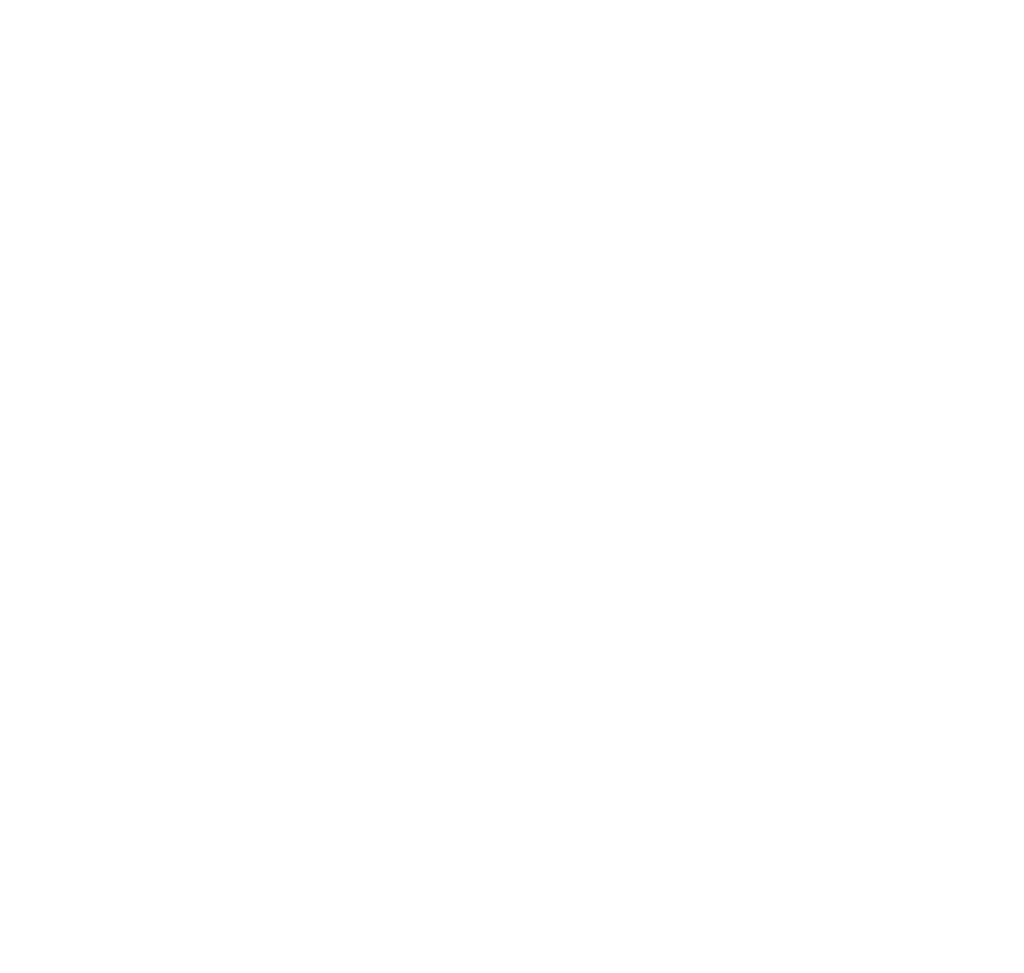
<source format=kicad_pcb>
(kicad_pcb
	(version 20240108)
	(generator "pcbnew")
	(generator_version "8.0")
	(general
		(thickness 1.6)
		(legacy_teardrops no)
	)
	(paper "A4")
	(layers
		(0 "F.Cu" signal)
		(1 "In1.Cu" signal)
		(2 "In2.Cu" signal)
		(31 "B.Cu" signal)
		(32 "B.Adhes" user "B.Adhesive")
		(33 "F.Adhes" user "F.Adhesive")
		(34 "B.Paste" user)
		(35 "F.Paste" user)
		(36 "B.SilkS" user "B.Silkscreen")
		(37 "F.SilkS" user "F.Silkscreen")
		(38 "B.Mask" user)
		(39 "F.Mask" user)
		(40 "Dwgs.User" user "User.Drawings")
		(41 "Cmts.User" user "User.Comments")
		(42 "Eco1.User" user "User.Eco1")
		(43 "Eco2.User" user "User.Eco2")
		(44 "Edge.Cuts" user)
	)
	(setup
		(pad_to_mask_clearance 0)
		(allow_soldermask_bridges_in_footprints no)
		(pcbplotparams
			(layerselection 0x00010fc_ffffffff)
			(plot_on_all_layers_selection 0x0000000_00000000)
			(disableapertmacros no)
			(usegerberextensions no)
			(usegerberattributes yes)
			(usegerberadvancedattributes yes)
			(creategerberjobfile yes)
			(dashed_line_dash_ratio 12.000000)
			(dashed_line_gap_ratio 3.000000)
			(svgprecision 4)
			(plotframeref no)
			(viasonmask no)
			(mode 1)
			(useauxorigin no)
			(hpglpennumber 1)
			(hpglpenspeed 20)
			(hpglpendiameter 15.000000)
			(pdf_front_fp_property_popups yes)
			(pdf_back_fp_property_popups yes)
			(dxfpolygonmode yes)
			(dxfimperialunits yes)
			(dxfusepcbnewfont yes)
			(psnegative no)
			(psa4output no)
			(plotreference yes)
			(plotvalue yes)
			(plotfptext yes)
			(plotinvisibletext no)
			(sketchpadsonfab no)
			(subtractmaskfromsilk no)
			(outputformat 1)
			(mirror no)
			(drillshape 1)
			(scaleselection 1)
			(outputdirectory "")
		)
	)
	(net 0 "")
	(gr_poly
		(pts
			(xy -6.37794 -1.07188) (xy -6.37794 -1.06172) (xy -6.38048 -1.05156) (xy -6.38302 -1.04902) (xy -6.38302 -1.04394)
			(xy -6.3881 -1.03378) (xy -6.39318 -1.0287) (xy -6.39826 -1.02362) (xy -6.40334 -1.01854) (xy -6.4135 -1.01346)
			(xy -6.41858 -1.01346) (xy -6.42112 -1.01092) (xy -6.43128 -1.00838) (xy -6.43636 -1.00838) (xy -6.43636 -0.99822)
			(xy -6.4262 -1.00076) (xy -6.41858 -1.00076) (xy -6.4135 -1.0033) (xy -6.40334 -1.00838) (xy -6.39318 -1.016)
			(xy -6.3881 -1.01854) (xy -6.38556 -1.02362) (xy -6.37794 -1.03378) (xy -6.37286 -1.04394) (xy -6.37032 -1.04902)
			(xy -6.37032 -1.05664) (xy -6.36778 -1.0668) (xy -6.37032 -1.0795) (xy -6.37032 -1.08458) (xy -6.37286 -1.0922)
			(xy -6.37794 -1.10236) (xy -6.38556 -1.11252) (xy -6.3881 -1.1176) (xy -6.39318 -1.12014) (xy -6.43382 -1.16078)
			(xy -6.4389 -1.16586) (xy -6.4389 -1.1684) (xy -6.44144 -1.17348) (xy -6.44398 -1.17602) (xy -6.44398 -1.1811)
			(xy -6.44652 -1.18364) (xy -6.44652 -1.18872) (xy -6.44652 -1.22936) (xy -6.45668 -1.22936) (xy -6.45668 -1.18618)
			(xy -6.45414 -1.1811) (xy -6.45414 -1.17856) (xy -6.4516 -1.1684) (xy -6.44906 -1.16332) (xy -6.44652 -1.16078)
			(xy -6.4389 -1.15316) (xy -6.39318 -1.1049) (xy -6.3881 -1.10236) (xy -6.38302 -1.0922) (xy -6.38302 -1.08712)
			(xy -6.38048 -1.08204)
		)
		(stroke
			(width 0)
			(type solid)
		)
		(fill solid)
		(layer "In1.Cu")
		(uuid "02200ec5-738e-46cc-82c5-7cabb279d7c7")
	)
	(gr_poly
		(pts
			(xy -6.43636 -1.02616) (xy -6.43636 -1.016) (xy -6.43382 -1.016) (xy -6.42874 -1.01854) (xy -6.42366 -1.01854)
			(xy -6.42112 -1.01854) (xy -6.40842 -1.02616) (xy -6.40334 -1.0287) (xy -6.39826 -1.03378) (xy -6.39572 -1.03886)
			(xy -6.39064 -1.04902) (xy -6.3881 -1.0541) (xy -6.3881 -1.05918) (xy -6.38556 -1.06426) (xy -6.38556 -1.07188)
			(xy -6.3881 -1.07696) (xy -6.3881 -1.0795) (xy -6.39064 -1.08458) (xy -6.39572 -1.09728) (xy -6.39826 -1.09982)
			(xy -6.40334 -1.10744) (xy -6.40842 -1.10998) (xy -6.42112 -1.11506) (xy -6.42366 -1.1176) (xy -6.42874 -1.1176)
			(xy -6.43382 -1.1176) (xy -6.43636 -1.1176) (xy -6.43636 -1.10998) (xy -6.43382 -1.10998) (xy -6.43128 -1.10744)
			(xy -6.42366 -1.10744) (xy -6.42112 -1.1049) (xy -6.41604 -1.10236) (xy -6.41096 -1.09982) (xy -6.40588 -1.09474)
			(xy -6.4008 -1.08712) (xy -6.4008 -1.08458) (xy -6.39826 -1.08204) (xy -6.39826 -1.07442) (xy -6.39572 -1.07188)
			(xy -6.39572 -1.06426) (xy -6.39826 -1.06172) (xy -6.39826 -1.0541) (xy -6.4008 -1.04902) (xy -6.4008 -1.04648)
			(xy -6.40588 -1.0414) (xy -6.41096 -1.03632) (xy -6.41604 -1.03124) (xy -6.42112 -1.03124) (xy -6.42366 -1.0287)
			(xy -6.43128 -1.02616) (xy -6.43382 -1.02616)
		)
		(stroke
			(width 0)
			(type solid)
		)
		(fill solid)
		(layer "In1.Cu")
		(uuid "08397bcb-cba4-446e-a632-00c79981f939")
	)
	(gr_poly
		(pts
			(xy -6.43636 -1.00838) (xy -6.43636 -0.99822) (xy -6.44144 -0.99822) (xy -6.45414 -1.00076) (xy -6.45922 -1.0033)
			(xy -6.46176 -1.0033) (xy -6.46684 -1.00584) (xy -6.47192 -1.01092) (xy -6.477 -1.01346) (xy -6.47954 -1.016)
			(xy -6.48462 -1.02108) (xy -6.48716 -1.02362) (xy -6.4897 -1.0287) (xy -6.49224 -1.03378) (xy -6.49478 -1.03886)
			(xy -6.49478 -1.04394) (xy -6.49732 -1.0541) (xy -6.49732 -1.06426) (xy -6.49478 -1.07442) (xy -6.49478 -1.0795)
			(xy -6.49224 -1.08458) (xy -6.4897 -1.08966) (xy -6.48716 -1.0922) (xy -6.48462 -1.09728) (xy -6.47954 -1.10236)
			(xy -6.477 -1.1049) (xy -6.47192 -1.10744) (xy -6.46684 -1.10998) (xy -6.46176 -1.11252) (xy -6.45922 -1.11506)
			(xy -6.45414 -1.1176) (xy -6.44144 -1.1176) (xy -6.43636 -1.1176) (xy -6.43636 -1.10998) (xy -6.44144 -1.10998)
			(xy -6.44652 -1.10744) (xy -6.4516 -1.10744) (xy -6.45922 -1.1049) (xy -6.46176 -1.10236) (xy -6.46938 -1.09728)
			(xy -6.47192 -1.09474) (xy -6.477 -1.08966) (xy -6.48208 -1.08458) (xy -6.48208 -1.0795) (xy -6.48716 -1.07188)
			(xy -6.48716 -1.0668) (xy -6.48716 -1.06426) (xy -6.48716 -1.0541) (xy -6.48716 -1.04902) (xy -6.48716 -1.04648)
			(xy -6.48208 -1.03886) (xy -6.48208 -1.03378) (xy -6.477 -1.02616) (xy -6.47192 -1.02362) (xy -6.46938 -1.02108)
			(xy -6.46176 -1.016) (xy -6.45922 -1.01346) (xy -6.4516 -1.01092) (xy -6.44652 -1.01092) (xy -6.44144 -1.00838)
		)
		(stroke
			(width 0)
			(type solid)
		)
		(fill solid)
		(layer "In1.Cu")
		(uuid "3832fa8a-590f-4c3a-811d-61da0c28554d")
	)
	(gr_poly
		(pts
			(xy -6.4436 -1.23012) (xy -6.4596 -1.23012) (xy -6.4596 -1.19812) (xy -6.4436 -1.19812)
		)
		(stroke
			(width 0)
			(type solid)
		)
		(fill solid)
		(layer "In1.Cu")
		(uuid "62c18716-4902-4c40-a6b0-cd8ec3b9984e")
	)
	(gr_poly
		(pts
			(xy -6.42886 -1.06668) (xy -6.44387 -1.06668) (xy -6.44387 -1.05167) (xy -6.42886 -1.05167)
		)
		(stroke
			(width 0)
			(type solid)
		)
		(fill solid)
		(layer "In1.Cu")
		(uuid "6387bb0b-3efa-4baf-b831-35f16586a298")
	)
	(gr_poly
		(pts
			(xy -6.43636 -1.06172) (xy -6.43636 -1.05156) (xy -6.43382 -1.05156) (xy -6.43382 -1.0541) (xy -6.43128 -1.0541)
			(xy -6.42874 -1.0541) (xy -6.4262 -1.05918) (xy -6.42366 -1.06172) (xy -6.42366 -1.06426) (xy -6.42366 -1.06934)
			(xy -6.42366 -1.07188) (xy -6.42366 -1.07442) (xy -6.4262 -1.07696) (xy -6.42874 -1.0795) (xy -6.43128 -1.08204)
			(xy -6.43382 -1.08204) (xy -6.43636 -1.08204) (xy -6.43636 -1.07188) (xy -6.43382 -1.07188) (xy -6.43382 -1.06934)
			(xy -6.43128 -1.06934) (xy -6.43128 -1.0668) (xy -6.43382 -1.06426)
		)
		(stroke
			(width 0)
			(type solid)
		)
		(fill solid)
		(layer "In1.Cu")
		(uuid "678cecbf-8cd9-4202-a829-56673caf5016")
	)
	(gr_poly
		(pts
			(xy -6.43636 -1.04394) (xy -6.43636 -1.03378) (xy -6.43382 -1.03378) (xy -6.43128 -1.03632) (xy -6.42874 -1.03632)
			(xy -6.4262 -1.03632) (xy -6.42366 -1.03886) (xy -6.41858 -1.0414) (xy -6.41604 -1.0414) (xy -6.4135 -1.04394)
			(xy -6.41096 -1.04648) (xy -6.41096 -1.04902) (xy -6.40842 -1.0541) (xy -6.40588 -1.05664) (xy -6.40588 -1.05918)
			(xy -6.40588 -1.06172) (xy -6.40334 -1.06426) (xy -6.40334 -1.07188) (xy -6.40588 -1.07442) (xy -6.40588 -1.07696)
			(xy -6.40588 -1.0795) (xy -6.40842 -1.08204) (xy -6.41096 -1.08712) (xy -6.41096 -1.08966) (xy -6.4135 -1.0922)
			(xy -6.41604 -1.0922) (xy -6.41858 -1.09474) (xy -6.42366 -1.09728) (xy -6.4262 -1.09982) (xy -6.42874 -1.09982)
			(xy -6.43128 -1.09982) (xy -6.43382 -1.09982) (xy -6.43636 -1.09982) (xy -6.43636 -1.08966) (xy -6.42874 -1.08966)
			(xy -6.4262 -1.08712) (xy -6.42366 -1.08712) (xy -6.42366 -1.08458) (xy -6.42112 -1.08458) (xy -6.42112 -1.08204)
			(xy -6.41858 -1.0795) (xy -6.41604 -1.07696) (xy -6.4135 -1.06934) (xy -6.4135 -1.0668) (xy -6.41604 -1.05918)
			(xy -6.41858 -1.05664) (xy -6.41858 -1.0541) (xy -6.42112 -1.05156) (xy -6.42366 -1.04902) (xy -6.4262 -1.04902)
			(xy -6.42874 -1.04648)
		)
		(stroke
			(width 0)
			(type solid)
		)
		(fill solid)
		(layer "In1.Cu")
		(uuid "9477eb1c-9085-4311-8e79-29745fb2327c")
	)
	(gr_poly
		(pts
			(xy -7.84606 -0.62484) (xy -7.84606 -0.6223) (xy -7.84606 -0.61976) (xy -7.84352 -0.61722) (xy -7.84098 -0.61214)
			(xy -7.83844 -0.60706) (xy -7.83336 -0.60452) (xy -7.83082 -0.60452) (xy -7.82574 -0.60198) (xy -7.8232 -0.60198)
			(xy -7.82066 -0.60198) (xy -7.81812 -0.60198) (xy -7.81304 -0.60452) (xy -7.8105 -0.60452) (xy -7.80542 -0.60706)
			(xy -7.80288 -0.61214) (xy -7.80034 -0.61722) (xy -7.7978 -0.61976) (xy -7.7978 -0.6223) (xy -7.7978 -0.62484)
			(xy -7.7978 -0.62992) (xy -7.7978 -0.63246) (xy -7.7978 -0.63754) (xy -7.80034 -0.64008) (xy -7.80288 -0.64262)
			(xy -7.80542 -0.6477) (xy -7.8105 -0.65024) (xy -7.81304 -0.65024) (xy -7.81812 -0.65278) (xy -7.82066 -0.65278)
			(xy -7.8232 -0.65278) (xy -7.82574 -0.65278) (xy -7.83082 -0.65024) (xy -7.83336 -0.65024) (xy -7.83844 -0.6477)
			(xy -7.84098 -0.64262) (xy -7.84352 -0.64008) (xy -7.84606 -0.63754) (xy -7.84606 -0.63246) (xy -7.84606 -0.62992)
		)
		(stroke
			(width 0)
			(type solid)
		)
		(fill solid)
		(layer "In1.Cu")
		(uuid "e3854cf1-bf8d-4915-b8a2-91f1d782c80f")
	)
	(gr_poly
		(pts
			(xy -6.43636 -1.02616) (xy -6.43636 -1.016) (xy -6.44144 -1.016) (xy -6.44398 -1.016) (xy -6.4516 -1.01854)
			(xy -6.45668 -1.02108) (xy -6.45922 -1.02108) (xy -6.46176 -1.02362) (xy -6.4643 -1.02616) (xy -6.46938 -1.03124)
			(xy -6.47192 -1.03378) (xy -6.47446 -1.03886) (xy -6.47446 -1.0414) (xy -6.477 -1.04394) (xy -6.47954 -1.05156)
			(xy -6.47954 -1.0541) (xy -6.47954 -1.06172) (xy -6.47954 -1.0668) (xy -6.477 -1.07442) (xy -6.47446 -1.07696)
			(xy -6.47446 -1.0795) (xy -6.47192 -1.08204) (xy -6.46938 -1.08458) (xy -6.4643 -1.08966) (xy -6.46176 -1.0922)
			(xy -6.45922 -1.09474) (xy -6.45668 -1.09728) (xy -6.4516 -1.09728) (xy -6.44398 -1.09982) (xy -6.44144 -1.09982)
			(xy -6.43636 -1.09982) (xy -6.43636 -1.08966) (xy -6.44144 -1.08966) (xy -6.44398 -1.08966) (xy -6.44652 -1.08966)
			(xy -6.4516 -1.08712) (xy -6.45668 -1.08458) (xy -6.45922 -1.08204) (xy -6.46176 -1.0795) (xy -6.4643 -1.07696)
			(xy -6.46684 -1.07188) (xy -6.46938 -1.0668) (xy -6.46938 -1.06426) (xy -6.46938 -1.06172) (xy -6.46938 -1.05664)
			(xy -6.46938 -1.0541) (xy -6.46938 -1.04902) (xy -6.46684 -1.04648) (xy -6.4643 -1.0414) (xy -6.46176 -1.03886)
			(xy -6.45922 -1.03378) (xy -6.45668 -1.03378) (xy -6.4516 -1.0287) (xy -6.44652 -1.0287) (xy -6.44398 -1.02616)
			(xy -6.44144 -1.02616)
		)
		(stroke
			(width 0)
			(type solid)
		)
		(fill solid)
		(layer "In1.Cu")
		(uuid "e58355b1-af1a-4933-8662-ec57216a5bb4")
	)
	(gr_poly
		(pts
			(xy -6.43636 -1.04394) (xy -6.43636 -1.03378) (xy -6.4389 -1.03378) (xy -6.44652 -1.03632) (xy -6.44906 -1.03886)
			(xy -6.4516 -1.03886) (xy -6.45414 -1.0414) (xy -6.45668 -1.04394) (xy -6.45922 -1.04648) (xy -6.45922 -1.04902)
			(xy -6.46176 -1.05664) (xy -6.46176 -1.06172) (xy -6.45922 -1.06934) (xy -6.45922 -1.07188) (xy -6.45668 -1.07188)
			(xy -6.45668 -1.07442) (xy -6.45414 -1.07696) (xy -6.4516 -1.0795) (xy -6.44906 -1.0795) (xy -6.44652 -1.0795)
			(xy -6.4389 -1.08204) (xy -6.43636 -1.08204) (xy -6.43636 -1.07188) (xy -6.4389 -1.07188) (xy -6.44144 -1.07188)
			(xy -6.44652 -1.06934) (xy -6.44906 -1.0668) (xy -6.4516 -1.06426) (xy -6.4516 -1.06172) (xy -6.4516 -1.05664)
			(xy -6.4516 -1.0541) (xy -6.44906 -1.05156) (xy -6.44652 -1.04902) (xy -6.44652 -1.04648) (xy -6.44144 -1.04648)
			(xy -6.4389 -1.04394)
		)
		(stroke
			(width 0)
			(type solid)
		)
		(fill solid)
		(layer "In1.Cu")
		(uuid "e8205cef-bf5b-45aa-a37b-031cad55323f")
	)
	(gr_poly
		(pts
			(xy -6.477 -0.63754) (xy -6.477 -0.635) (xy -6.477 -0.63246) (xy -6.47446 -0.62738) (xy -6.47446 -0.62484)
			(xy -6.47192 -0.6223) (xy -6.46938 -0.61976) (xy -6.46684 -0.61976) (xy -6.4643 -0.61722) (xy -6.46176 -0.61468)
			(xy -6.45922 -0.61468) (xy -6.45414 -0.61468) (xy -6.4516 -0.61468) (xy -6.44906 -0.61468) (xy -6.44652 -0.61468)
			(xy -6.44398 -0.61468) (xy -6.44144 -0.61722) (xy -6.4389 -0.61976) (xy -6.43636 -0.61976) (xy -6.43382 -0.6223)
			(xy -6.43128 -0.62484) (xy -6.43128 -0.62738) (xy -6.42874 -0.63246) (xy -6.42874 -0.635) (xy -6.42874 -0.63754)
			(xy -6.42874 -0.64262) (xy -6.42874 -0.64516) (xy -6.42874 -0.6477) (xy -6.43128 -0.65024) (xy -6.43128 -0.65278)
			(xy -6.43382 -0.65532) (xy -6.43636 -0.65786) (xy -6.4389 -0.6604) (xy -6.44144 -0.66294) (xy -6.44398 -0.66294)
			(xy -6.44652 -0.66294) (xy -6.44906 -0.66294) (xy -6.4516 -0.66548) (xy -6.45414 -0.66548) (xy -6.45414 -0.65024)
			(xy -6.4516 -0.65024) (xy -6.44906 -0.6477) (xy -6.44652 -0.6477) (xy -6.44398 -0.64516) (xy -6.44398 -0.64262)
			(xy -6.44398 -0.64008) (xy -6.44398 -0.63754) (xy -6.44398 -0.635) (xy -6.44398 -0.63246) (xy -6.44652 -0.63246)
			(xy -6.44906 -0.62992) (xy -6.4516 -0.62992) (xy -6.45414 -0.62992) (xy -6.45668 -0.62992) (xy -6.45922 -0.63246)
			(xy -6.46176 -0.63246) (xy -6.46176 -0.635) (xy -6.46176 -0.63754) (xy -6.46176 -0.64008) (xy -6.46176 -0.64262)
			(xy -6.46176 -0.64516) (xy -6.45922 -0.6477) (xy -6.45668 -0.6477) (xy -6.45414 -0.65024) (xy -6.45414 -0.66548)
			(xy -6.45922 -0.66294) (xy -6.46176 -0.66294) (xy -6.4643 -0.66294) (xy -6.46684 -0.6604) (xy -6.46938 -0.65786)
			(xy -6.47192 -0.65532) (xy -6.47446 -0.65278) (xy -6.47446 -0.65024) (xy -6.477 -0.6477) (xy -6.477 -0.64516)
			(xy -6.477 -0.64262)
		)
		(stroke
			(width 0)
			(type solid)
		)
		(fill solid)
		(layer "In1.Cu")
		(uuid "f651eb2d-ef14-4835-b638-94df2f8f5ebc")
	)
	(gr_poly
		(pts
			(xy -4.56858 -2.12446) (xy -4.56858 -2.127) (xy -4.58382 -2.127) (xy -4.58382 -2.1016) (xy -4.55842 -2.1016)
			(xy -4.55588 -2.09906) (xy -4.55588 -2.09652) (xy -4.55334 -2.09398) (xy -4.55334 -2.09144) (xy -4.55334 -2.08636)
			(xy -4.55588 -2.08382) (xy -4.55588 -2.08128) (xy -4.55588 -2.07874) (xy -4.55588 -2.0762) (xy -4.55842 -2.0762)
			(xy -4.55842 -2.07366) (xy -4.56096 -2.07366) (xy -4.56096 -2.07112) (xy -4.5635 -2.07112) (xy -4.56604 -2.06858)
			(xy -4.56858 -2.06858) (xy -4.57112 -2.06858) (xy -4.57366 -2.06604) (xy -4.57874 -2.06604) (xy -4.58128 -2.06604)
			(xy -4.58382 -2.06858) (xy -4.5889 -2.06858) (xy -4.59652 -2.07366) (xy -4.6016 -2.07874) (xy -4.60414 -2.08128)
			(xy -4.60668 -2.08636) (xy -4.60922 -2.09144) (xy -4.60922 -2.09398) (xy -4.60922 -2.09652) (xy -4.60922 -2.1016)
			(xy -4.60922 -2.10414) (xy -4.60922 -2.10668) (xy -4.60668 -2.11176) (xy -4.6016 -2.11938) (xy -4.59652 -2.12446)
			(xy -4.5889 -2.12954) (xy -4.58382 -2.12954) (xy -4.58128 -2.13208) (xy -4.57874 -2.13208) (xy -4.57366 -2.13208)
			(xy -4.56858 -2.13208) (xy -4.56096 -2.12954) (xy -4.55588 -2.127) (xy -4.5508 -2.12446) (xy -4.54826 -2.12192)
			(xy -4.54318 -2.11684) (xy -4.54064 -2.1143) (xy -4.54064 -2.10922) (xy -4.5381 -2.10668) (xy -4.53556 -2.10414)
			(xy -4.53556 -2.09652) (xy -4.53302 -2.09144) (xy -4.53302 -2.08636) (xy -4.53556 -2.08128) (xy -4.53556 -2.07366)
			(xy -4.54064 -2.06858) (xy -4.54064 -2.0635) (xy -4.54318 -2.06096) (xy -4.54826 -2.05588) (xy -4.5508 -2.05334)
			(xy -4.55588 -2.0508) (xy -4.56096 -2.04826) (xy -4.56858 -2.04572) (xy -4.57366 -2.04572) (xy -4.58128 -2.04572)
			(xy -4.59398 -2.04826) (xy -4.6016 -2.05334) (xy -4.60668 -2.05588) (xy -4.6143 -2.06096) (xy -4.61938 -2.06858)
			(xy -4.62192 -2.07366) (xy -4.62446 -2.0762) (xy -4.627 -2.08128) (xy -4.62954 -2.09398) (xy -4.62954 -2.10414)
			(xy -4.627 -2.11684) (xy -4.62192 -2.12446) (xy -4.61938 -2.12954) (xy -4.6143 -2.13716) (xy -4.60668 -2.14224)
			(xy -4.6016 -2.14478) (xy -4.59398 -2.14732) (xy -4.58128 -2.1524) (xy -4.57112 -2.1524) (xy -4.56604 -2.14986)
			(xy -4.56096 -2.14986) (xy -4.55588 -2.14732) (xy -4.5508 -2.14478) (xy -4.54572 -2.14224) (xy -4.54064 -2.1397)
			(xy -4.53556 -2.13716) (xy -4.52794 -2.12954) (xy -4.5254 -2.12446) (xy -4.52286 -2.11938) (xy -4.52032 -2.1143)
			(xy -4.51778 -2.10922) (xy -4.51524 -2.10414) (xy -4.51524 -2.09906) (xy -4.51524 -2.09398) (xy -4.51524 -2.08382)
			(xy -4.51524 -2.07874) (xy -4.51524 -2.07366) (xy -4.51778 -2.06858) (xy -4.52032 -2.0635) (xy -4.52286 -2.05842)
			(xy -4.5254 -2.05334) (xy -4.52794 -2.04826) (xy -4.53556 -2.04064) (xy -4.54064 -2.0381) (xy -4.54572 -2.03556)
			(xy -4.5508 -2.03302) (xy -4.55588 -2.03048) (xy -4.56096 -2.02794) (xy -4.56604 -2.02794) (xy -4.57112 -2.0254)
			(xy -4.5762 -2.0254) (xy -4.58382 -2.02794) (xy -4.5889 -2.02794) (xy -4.59652 -2.02794) (xy -4.6016 -2.03048)
			(xy -4.61176 -2.03556) (xy -4.61684 -2.04064) (xy -4.627 -2.04826) (xy -4.63716 -2.05842) (xy -4.6397 -2.0635)
			(xy -4.64224 -2.06858) (xy -4.64478 -2.07366) (xy -4.64732 -2.07874) (xy -4.64732 -2.08636) (xy -4.64732 -2.09144)
			(xy -4.64986 -2.09906) (xy -4.64732 -2.10414) (xy -4.64732 -2.11176) (xy -4.64732 -2.11684) (xy -4.64478 -2.12446)
			(xy -4.6397 -2.13462) (xy -4.63716 -2.1397) (xy -4.627 -2.14986) (xy -4.61684 -2.15748) (xy -4.61176 -2.16256)
			(xy -4.6016 -2.16764) (xy -4.59652 -2.16764) (xy -4.5889 -2.17018) (xy -4.58382 -2.17018) (xy -4.5762 -2.17018)
			(xy -4.56858 -2.17018) (xy -4.56096 -2.17018) (xy -4.55588 -2.16764) (xy -4.54826 -2.16764) (xy -4.54064 -2.1651)
			(xy -4.53556 -2.16002) (xy -4.52794 -2.15748) (xy -4.51778 -2.14732) (xy -4.51016 -2.13716) (xy -4.50508 -2.12954)
			(xy -4.50254 -2.12446) (xy -4.5 -2.11684) (xy -4.49746 -2.10922) (xy -4.49492 -2.10414) (xy -4.49492 -2.09652)
			(xy -4.49492 -2.0889) (xy -4.49492 -2.08128) (xy -4.49492 -2.07366) (xy -4.49746 -2.06858) (xy -4.5 -2.06096)
			(xy -4.50254 -2.05334) (xy -4.50508 -2.04826) (xy -4.51016 -2.04064) (xy -4.51778 -2.03048) (xy -4.52794 -2.02032)
			(xy -4.53556 -2.01778) (xy -4.54064 -2.0127) (xy -4.54826 -2.01016) (xy -4.55588 -2.01016) (xy -4.56096 -2.00762)
			(xy -4.56858 -2.00762) (xy -4.5762 -2.00762) (xy -4.58382 -2.00762) (xy -4.59144 -2.00762) (xy -4.6016 -2.01016)
			(xy -4.60922 -2.0127) (xy -4.6143 -2.01524) (xy -4.62954 -2.02286) (xy -4.63716 -2.02794) (xy -4.64224 -2.03302)
			(xy -4.64732 -2.04064) (xy -4.6524 -2.04572) (xy -4.65748 -2.05334) (xy -4.66002 -2.06096) (xy -4.66256 -2.06858)
			(xy -4.6651 -2.07366) (xy -4.66764 -2.08382) (xy -4.66764 -2.09144) (xy -4.67018 -2.09906) (xy -4.66764 -2.10668)
			(xy -4.66764 -2.1143) (xy -4.6651 -2.12192) (xy -4.66256 -2.12954) (xy -4.66002 -2.13716) (xy -4.6524 -2.1524)
			(xy -4.64732 -2.15748) (xy -4.64224 -2.1651) (xy -4.63716 -2.17018) (xy -4.62954 -2.17526) (xy -4.6143 -2.18288)
			(xy -4.60922 -2.18542) (xy -4.6016 -2.18796) (xy -4.59144 -2.1905) (xy -4.58382 -2.1905) (xy -4.5762 -2.1905)
			(xy -4.56858 -2.1905) (xy -4.55842 -2.1905) (xy -4.5508 -2.18796) (xy -4.54064 -2.18542) (xy -4.53302 -2.18288)
			(xy -4.5254 -2.1778) (xy -4.51778 -2.17272) (xy -4.51016 -2.16764) (xy -4.50508 -2.16256) (xy -4.49746 -2.15494)
			(xy -4.49238 -2.14732) (xy -4.4873 -2.1397) (xy -4.48476 -2.13208) (xy -4.47968 -2.12446) (xy -4.47714 -2.1143)
			(xy -4.4746 -2.10668) (xy -4.4746 -2.09906) (xy -4.4746 -2.0889) (xy -4.4746 -2.07874) (xy -4.4746 -2.07112)
			(xy -4.47714 -2.0635) (xy -4.47968 -2.05334) (xy -4.48476 -2.04572) (xy -4.4873 -2.0381) (xy -4.49238 -2.03048)
			(xy -4.49746 -2.02286) (xy -4.50508 -2.01524) (xy -4.51016 -2.01016) (xy -4.51778 -2.00508) (xy -4.5254 -2)
			(xy -4.53302 -1.99492) (xy -4.54064 -1.99238) (xy -4.5508 -1.98984) (xy -4.55842 -1.9873) (xy -4.56858 -1.9873)
			(xy -4.5762 -1.9873) (xy -4.58382 -1.9873) (xy -4.58382 -1.95174) (xy -4.56858 -1.95174) (xy -4.56858 -1.97206)
			(xy -4.55842 -1.97206) (xy -4.54826 -1.9746) (xy -4.5381 -1.97714) (xy -4.52794 -1.98222) (xy -4.52032 -1.9873)
			(xy -4.51016 -1.99238) (xy -4.50254 -1.99746) (xy -4.49492 -2.00508) (xy -4.4873 -2.0127) (xy -4.48222 -2.02032)
			(xy -4.4746 -2.03048) (xy -4.46952 -2.0381) (xy -4.46698 -2.04826) (xy -4.4619 -2.05842) (xy -4.4619 -2.06858)
			(xy -4.45936 -2.07874) (xy -4.45936 -2.0889) (xy -4.45936 -2.09906) (xy -4.4619 -2.10922) (xy -4.4619 -2.11938)
			(xy -4.46698 -2.12954) (xy -4.46952 -2.13716) (xy -4.4746 -2.14732) (xy -4.47968 -2.15748) (xy -4.4873 -2.1651)
			(xy -4.49238 -2.17272) (xy -4.5 -2.1778) (xy -4.51016 -2.18542) (xy -4.51778 -2.1905) (xy -4.52794 -2.19558)
			(xy -4.53556 -2.20066) (xy -4.54572 -2.2032) (xy -4.55588 -2.2032) (xy -4.56604 -2.20574) (xy -4.5762 -2.20574)
			(xy -4.58636 -2.20574) (xy -4.59398 -2.20574) (xy -4.60414 -2.2032) (xy -4.6143 -2.20066) (xy -4.62192 -2.19558)
			(xy -4.62954 -2.19304) (xy -4.63716 -2.18796) (xy -4.64478 -2.18034) (xy -4.6524 -2.17526) (xy -4.66002 -2.16764)
			(xy -4.6651 -2.16002) (xy -4.67018 -2.1524) (xy -4.67526 -2.14478) (xy -4.6778 -2.13716) (xy -4.68034 -2.127)
			(xy -4.68288 -2.11684) (xy -4.68288 -2.10922) (xy -4.68288 -2.09906) (xy -4.68288 -2.0889) (xy -4.68288 -2.08128)
			(xy -4.68034 -2.07112) (xy -4.6778 -2.06096) (xy -4.67526 -2.05334) (xy -4.67018 -2.04572) (xy -4.6651 -2.0381)
			(xy -4.66002 -2.03048) (xy -4.6524 -2.02286) (xy -4.64478 -2.01524) (xy -4.63716 -2.01016) (xy -4.62954 -2.00508)
			(xy -4.62192 -2.00254) (xy -4.6143 -1.99746) (xy -4.60414 -1.99492) (xy -4.59398 -1.99238) (xy -4.58636 -1.99238)
			(xy -4.5762 -1.99238) (xy -4.56858 -1.99238) (xy -4.55842 -1.99238) (xy -4.5508 -1.99492) (xy -4.54318 -1.99746)
			(xy -4.53556 -2) (xy -4.52794 -2.00508) (xy -4.52032 -2.01016) (xy -4.50762 -2.02032) (xy -4.49746 -2.03302)
			(xy -4.49238 -2.04064) (xy -4.4873 -2.04826) (xy -4.48476 -2.05588) (xy -4.48222 -2.0635) (xy -4.47968 -2.07112)
			(xy -4.47968 -2.08128) (xy -4.47968 -2.0889) (xy -4.47968 -2.09652) (xy -4.47968 -2.10668) (xy -4.48222 -2.1143)
			(xy -4.48476 -2.12192) (xy -4.4873 -2.12954) (xy -4.49238 -2.13716) (xy -4.49746 -2.14478) (xy -4.50762 -2.15748)
			(xy -4.52032 -2.16764) (xy -4.52794 -2.17272) (xy -4.53556 -2.1778) (xy -4.54318 -2.18034) (xy -4.5508 -2.18288)
			(xy -4.55842 -2.18542) (xy -4.56858 -2.18542) (xy -4.5762 -2.18542) (xy -4.58382 -2.18542) (xy -4.59144 -2.18542)
			(xy -4.59906 -2.18288) (xy -4.60668 -2.18034) (xy -4.6143 -2.1778) (xy -4.61938 -2.17526) (xy -4.627 -2.17018)
			(xy -4.63208 -2.1651) (xy -4.6397 -2.16002) (xy -4.64478 -2.15494) (xy -4.64732 -2.14986) (xy -4.6524 -2.14224)
			(xy -4.65494 -2.13716) (xy -4.65748 -2.12954) (xy -4.66002 -2.12192) (xy -4.66256 -2.1143) (xy -4.66256 -2.10668)
			(xy -4.6651 -2.09906) (xy -4.66256 -2.09144) (xy -4.66256 -2.08382) (xy -4.66002 -2.0762) (xy -4.65748 -2.06858)
			(xy -4.65494 -2.06096) (xy -4.6524 -2.05588) (xy -4.64478 -2.04318) (xy -4.6397 -2.0381) (xy -4.63208 -2.03302)
			(xy -4.627 -2.02794) (xy -4.61938 -2.02286) (xy -4.6143 -2.02032) (xy -4.60668 -2.01778) (xy -4.59906 -2.01524)
			(xy -4.59144 -2.0127) (xy -4.58382 -2.0127) (xy -4.5762 -2.01016) (xy -4.56858 -2.0127) (xy -4.5635 -2.0127)
			(xy -4.55588 -2.0127) (xy -4.5508 -2.01524) (xy -4.54318 -2.01778) (xy -4.5381 -2.02286) (xy -4.53302 -2.0254)
			(xy -4.5254 -2.03048) (xy -4.52032 -2.03302) (xy -4.51778 -2.0381) (xy -4.5127 -2.04318) (xy -4.51016 -2.0508)
			(xy -4.50762 -2.05588) (xy -4.50254 -2.0635) (xy -4.50254 -2.06858) (xy -4.5 -2.0762) (xy -4.5 -2.08128)
			(xy -4.5 -2.0889) (xy -4.5 -2.09652) (xy -4.5 -2.1016) (xy -4.50254 -2.10922) (xy -4.50254 -2.1143)
			(xy -4.50762 -2.12192) (xy -4.51016 -2.127) (xy -4.5127 -2.13462) (xy -4.51778 -2.1397) (xy -4.52032 -2.14478)
			(xy -4.5254 -2.14732) (xy -4.53302 -2.1524) (xy -4.5381 -2.15494) (xy -4.54318 -2.16002) (xy -4.5508 -2.16256)
			(xy -4.55588 -2.1651) (xy -4.5635 -2.1651) (xy -4.56858 -2.1651) (xy -4.5762 -2.16764) (xy -4.58128 -2.1651)
			(xy -4.5889 -2.1651) (xy -4.59398 -2.1651) (xy -4.59906 -2.16256) (xy -4.60414 -2.16002) (xy -4.60922 -2.15748)
			(xy -4.6143 -2.15494) (xy -4.61938 -2.14986) (xy -4.627 -2.14224) (xy -4.63208 -2.13716) (xy -4.63462 -2.13208)
			(xy -4.63716 -2.127) (xy -4.6397 -2.12192) (xy -4.64224 -2.11684) (xy -4.64224 -2.10922) (xy -4.64478 -2.10414)
			(xy -4.64478 -2.09906) (xy -4.64478 -2.09398) (xy -4.64224 -2.08636) (xy -4.64224 -2.08128) (xy -4.6397 -2.0762)
			(xy -4.63462 -2.06604) (xy -4.63208 -2.06096) (xy -4.627 -2.05588) (xy -4.61938 -2.04826) (xy -4.6143 -2.04318)
			(xy -4.60922 -2.04064) (xy -4.60414 -2.0381) (xy -4.59906 -2.03556) (xy -4.59398 -2.03302) (xy -4.5889 -2.03302)
			(xy -4.58128 -2.03302) (xy -4.5762 -2.03048) (xy -4.57112 -2.03048) (xy -4.56096 -2.03302) (xy -4.55588 -2.03556)
			(xy -4.5508 -2.0381) (xy -4.54826 -2.0381) (xy -4.54064 -2.04572) (xy -4.53302 -2.0508) (xy -4.5254 -2.06096)
			(xy -4.5254 -2.0635) (xy -4.52286 -2.06858) (xy -4.52032 -2.07366) (xy -4.51778 -2.08382) (xy -4.51778 -2.09398)
			(xy -4.52032 -2.10414) (xy -4.52286 -2.10922) (xy -4.5254 -2.1143) (xy -4.5254 -2.11684) (xy -4.53048 -2.12192)
			(xy -4.53302 -2.127) (xy -4.54064 -2.13208) (xy -4.54826 -2.1397) (xy -4.5508 -2.1397) (xy -4.55588 -2.14224)
			(xy -4.56096 -2.14478) (xy -4.57112 -2.14732) (xy -4.58128 -2.14732) (xy -4.58382 -2.14478) (xy -4.5889 -2.14478)
			(xy -4.59144 -2.14224) (xy -4.59652 -2.14224) (xy -4.60414 -2.13716) (xy -4.60668 -2.13462) (xy -4.61176 -2.12954)
			(xy -4.6143 -2.127) (xy -4.61938 -2.11938) (xy -4.62192 -2.1143) (xy -4.62192 -2.11176) (xy -4.62446 -2.10668)
			(xy -4.62446 -2.10414) (xy -4.62446 -2.09398) (xy -4.62446 -2.09144) (xy -4.62192 -2.08636) (xy -4.62192 -2.08382)
			(xy -4.61938 -2.07874) (xy -4.61684 -2.07366) (xy -4.6143 -2.07112) (xy -4.61176 -2.06858) (xy -4.60668 -2.0635)
			(xy -4.60414 -2.06096) (xy -4.59652 -2.05588) (xy -4.59144 -2.05334) (xy -4.5889 -2.05334) (xy -4.58382 -2.0508)
			(xy -4.58128 -2.0508) (xy -4.57366 -2.0508) (xy -4.57112 -2.0508) (xy -4.56604 -2.05334) (xy -4.5635 -2.05334)
			(xy -4.56096 -2.05588) (xy -4.55842 -2.05588) (xy -4.5508 -2.0635) (xy -4.54318 -2.07112) (xy -4.54318 -2.07366)
			(xy -4.54064 -2.0762) (xy -4.54064 -2.07874) (xy -4.54064 -2.08128) (xy -4.5381 -2.08636) (xy -4.5381 -2.09144)
			(xy -4.54064 -2.09652) (xy -4.54064 -2.09906) (xy -4.54064 -2.1016) (xy -4.54572 -2.10922) (xy -4.54572 -2.11176)
			(xy -4.54826 -2.1143) (xy -4.5508 -2.11684) (xy -4.55334 -2.11938) (xy -4.55842 -2.12192) (xy -4.5635 -2.12446)
			(xy -4.56604 -2.12446)
		)
		(stroke
			(width 0)
			(type solid)
		)
		(fill solid)
		(layer "In2.Cu")
		(uuid "0e782e6d-2088-4c17-8987-7bf5fb1bc2c9")
	)
	(gr_poly
		(pts
			(xy -9.2075 -1.98882) (xy -9.19226 -1.98882) (xy -9.19226 -1.98374) (xy -9.1313 -1.98374) (xy -9.12622 -2.00152)
			(xy -9.00938 -2.00152) (xy -9.00938 -1.95326) (xy -9.05256 -1.95326) (xy -9.05256 -1.77546) (xy -8.96112 -1.77546)
			(xy -8.96112 -1.95326) (xy -9.0043 -1.95326) (xy -9.0043 -2.00152) (xy -8.95096 -2.00152) (xy -8.94842 -2.00152)
			(xy -8.94588 -1.99898) (xy -8.9408 -1.99898) (xy -8.93826 -1.99898) (xy -8.93572 -1.99644) (xy -8.9281 -1.99136)
			(xy -8.92302 -1.98628) (xy -8.92302 -1.98374) (xy -8.92048 -1.9812) (xy -8.92048 -1.97612) (xy -8.91794 -1.97358)
			(xy -8.91794 -1.97104) (xy -8.91794 -1.9685) (xy -8.91794 -1.90246) (xy -8.9154 -1.89738) (xy -8.9154 -1.88976)
			(xy -8.91032 -1.88468) (xy -8.91032 -1.8796) (xy -8.90778 -1.87706) (xy -8.9027 -1.87198) (xy -8.90016 -1.86944)
			(xy -8.89508 -1.8669) (xy -8.89254 -1.8669) (xy -8.89 -1.86436) (xy -8.88238 -1.86182) (xy -8.8773 -1.86182)
			(xy -8.86714 -1.86182) (xy -8.86206 -1.86182) (xy -8.85444 -1.86436) (xy -8.84682 -1.8669) (xy -8.84428 -1.86944)
			(xy -8.84174 -1.87198) (xy -8.83666 -1.87706) (xy -8.83412 -1.8796) (xy -8.83158 -1.88468) (xy -8.82904 -1.88976)
			(xy -8.8265 -1.89738) (xy -8.8265 -1.90246) (xy -8.8265 -1.96088) (xy -8.8265 -1.96342) (xy -8.8265 -1.9685)
			(xy -8.82396 -1.97104) (xy -8.82396 -1.97358) (xy -8.82142 -1.97612) (xy -8.81888 -1.97866) (xy -8.81634 -1.98374)
			(xy -8.81126 -1.98882) (xy -8.80872 -1.99136) (xy -8.80618 -1.99136) (xy -8.80364 -1.9939) (xy -8.79856 -1.9939)
			(xy -8.79602 -1.9939) (xy -8.79348 -1.99644) (xy -8.74014 -1.99644) (xy -8.74014 -1.82118) (xy -8.78332 -1.82118)
			(xy -8.78332 -1.72466) (xy -8.69188 -1.72466) (xy -8.69188 -1.82118) (xy -8.73506 -1.82118) (xy -8.73506 -1.99644)
			(xy -8.6233 -1.99644) (xy -8.61822 -1.97866) (xy -8.55726 -1.97866) (xy -8.54456 -1.96342) (xy -8.52932 -1.96342)
			(xy -8.51662 -1.97612) (xy -8.51662 -2.0193) (xy -8.52932 -2.032) (xy -8.54456 -2.032) (xy -8.55726 -2.0193)
			(xy -8.61822 -2.0193) (xy -8.6233 -2.00152) (xy -8.79348 -2.00152) (xy -8.79602 -1.99898) (xy -8.80364 -1.99898)
			(xy -8.80872 -1.99644) (xy -8.81126 -1.9939) (xy -8.8138 -1.9939) (xy -8.81634 -1.99136) (xy -8.82142 -1.98628)
			(xy -8.82396 -1.98374) (xy -8.8265 -1.97866) (xy -8.82904 -1.97612) (xy -8.82904 -1.97358) (xy -8.83158 -1.96596)
			(xy -8.83158 -1.96088) (xy -8.83158 -1.90246) (xy -8.83158 -1.89738) (xy -8.83412 -1.89484) (xy -8.83412 -1.8923)
			(xy -8.83666 -1.88976) (xy -8.83666 -1.88722) (xy -8.84174 -1.8796) (xy -8.84936 -1.87198) (xy -8.85444 -1.87198)
			(xy -8.85698 -1.86944) (xy -8.85952 -1.86944) (xy -8.86206 -1.8669) (xy -8.86714 -1.8669) (xy -8.86968 -1.8669)
			(xy -8.86968 -2.14884) (xy -8.8265 -2.14884) (xy -8.8265 -2.21234) (xy -8.91794 -2.21234) (xy -8.91794 -2.14884)
			(xy -8.87476 -2.14884) (xy -8.87476 -1.8669) (xy -8.8773 -1.8669) (xy -8.87984 -1.8669) (xy -8.88492 -1.86944)
			(xy -8.88746 -1.86944) (xy -8.89 -1.87198) (xy -8.89254 -1.87198) (xy -8.89508 -1.87452) (xy -8.90016 -1.8796)
			(xy -8.90778 -1.88722) (xy -8.90778 -1.88976) (xy -8.91032 -1.8923) (xy -8.91032 -1.89484) (xy -8.91032 -1.89738)
			(xy -8.91286 -1.90246) (xy -8.91286 -1.9685) (xy -8.91286 -1.97104) (xy -8.9154 -1.97866) (xy -8.9154 -1.9812)
			(xy -8.91794 -1.98374) (xy -8.92048 -1.98882) (xy -8.92302 -1.99136) (xy -8.9281 -1.99644) (xy -8.93064 -1.99898)
			(xy -8.93318 -2.00152) (xy -8.9408 -2.00406) (xy -8.94588 -2.0066) (xy -8.95096 -2.0066) (xy -9.12622 -2.0066)
			(xy -9.1313 -2.02438) (xy -9.19226 -2.02438) (xy -9.19226 -2.0193) (xy -9.2075 -2.0193)
		)
		(stroke
			(width 0)
			(type solid)
		)
		(fill solid)
		(layer "In2.Cu")
		(uuid "1776740d-6ba6-4f42-9a7e-5bd6e5949f22")
	)
	(gr_poly
		(pts
			(xy -6.44906 -2.00406) (xy -6.44906 -2.0066) (xy -6.4643 -2.0066) (xy -6.4643 -1.9812) (xy -6.4389 -1.9812)
			(xy -6.43636 -1.97866) (xy -6.43636 -1.97612) (xy -6.43382 -1.97358) (xy -6.43382 -1.97104) (xy -6.43382 -1.96596)
			(xy -6.43636 -1.96342) (xy -6.43636 -1.96088) (xy -6.43636 -1.95834) (xy -6.43636 -1.9558) (xy -6.4389 -1.9558)
			(xy -6.4389 -1.95326) (xy -6.44144 -1.95326) (xy -6.44144 -1.95072) (xy -6.44398 -1.95072) (xy -6.44652 -1.94818)
			(xy -6.44906 -1.94818) (xy -6.4516 -1.94818) (xy -6.45414 -1.94564) (xy -6.45922 -1.94564) (xy -6.46176 -1.94564)
			(xy -6.4643 -1.94818) (xy -6.46938 -1.94818) (xy -6.477 -1.95326) (xy -6.48208 -1.95834) (xy -6.48462 -1.96088)
			(xy -6.48716 -1.96596) (xy -6.4897 -1.97104) (xy -6.4897 -1.97358) (xy -6.4897 -1.97612) (xy -6.4897 -1.9812)
			(xy -6.4897 -1.98374) (xy -6.4897 -1.98628) (xy -6.48716 -1.99136) (xy -6.48208 -1.99898) (xy -6.477 -2.00406)
			(xy -6.46938 -2.00914) (xy -6.4643 -2.00914) (xy -6.46176 -2.01168) (xy -6.45922 -2.01168) (xy -6.45414 -2.01168)
			(xy -6.44906 -2.01168) (xy -6.44144 -2.00914) (xy -6.43636 -2.0066) (xy -6.43128 -2.00406) (xy -6.42874 -2.00152)
			(xy -6.42366 -1.99644) (xy -6.42112 -1.9939) (xy -6.42112 -1.98882) (xy -6.41858 -1.98628) (xy -6.41604 -1.98374)
			(xy -6.41604 -1.97612) (xy -6.4135 -1.97104) (xy -6.4135 -1.96596) (xy -6.41604 -1.96088) (xy -6.41604 -1.95326)
			(xy -6.42112 -1.94818) (xy -6.42112 -1.9431) (xy -6.42366 -1.94056) (xy -6.42874 -1.93548) (xy -6.43128 -1.93294)
			(xy -6.43636 -1.9304) (xy -6.44144 -1.92786) (xy -6.44906 -1.92532) (xy -6.45414 -1.92532) (xy -6.46176 -1.92532)
			(xy -6.47446 -1.92786) (xy -6.48208 -1.93294) (xy -6.48716 -1.93548) (xy -6.49478 -1.94056) (xy -6.49986 -1.94818)
			(xy -6.5024 -1.95326) (xy -6.50494 -1.9558) (xy -6.50748 -1.96088) (xy -6.51002 -1.97358) (xy -6.51002 -1.98374)
			(xy -6.50748 -1.99644) (xy -6.5024 -2.00406) (xy -6.49986 -2.00914) (xy -6.49478 -2.01676) (xy -6.48716 -2.02184)
			(xy -6.48208 -2.02438) (xy -6.47446 -2.02692) (xy -6.46176 -2.032) (xy -6.4516 -2.032) (xy -6.44652 -2.02946)
			(xy -6.44144 -2.02946) (xy -6.43636 -2.02692) (xy -6.43128 -2.02438) (xy -6.4262 -2.02184) (xy -6.42112 -2.0193)
			(xy -6.41604 -2.01676) (xy -6.40842 -2.00914) (xy -6.40588 -2.00406) (xy -6.40334 -1.99898) (xy -6.4008 -1.9939)
			(xy -6.39826 -1.98882) (xy -6.39572 -1.98374) (xy -6.39572 -1.97866) (xy -6.39572 -1.97358) (xy -6.39572 -1.96342)
			(xy -6.39572 -1.95834) (xy -6.39572 -1.95326) (xy -6.39826 -1.94818) (xy -6.4008 -1.9431) (xy -6.40334 -1.93802)
			(xy -6.40588 -1.93294) (xy -6.40842 -1.92786) (xy -6.41604 -1.92024) (xy -6.42112 -1.9177) (xy -6.4262 -1.91516)
			(xy -6.43128 -1.91262) (xy -6.43636 -1.91008) (xy -6.44144 -1.90754) (xy -6.44652 -1.90754) (xy -6.4516 -1.905)
			(xy -6.45668 -1.905) (xy -6.4643 -1.90754) (xy -6.46938 -1.90754) (xy -6.477 -1.90754) (xy -6.48208 -1.91008)
			(xy -6.49224 -1.91516) (xy -6.49732 -1.92024) (xy -6.50748 -1.92786) (xy -6.51764 -1.93802) (xy -6.52018 -1.9431)
			(xy -6.52272 -1.94818) (xy -6.52526 -1.95326) (xy -6.5278 -1.95834) (xy -6.5278 -1.96596) (xy -6.5278 -1.97104)
			(xy -6.53034 -1.97866) (xy -6.5278 -1.98374) (xy -6.5278 -1.99136) (xy -6.5278 -1.99644) (xy -6.52526 -2.00406)
			(xy -6.52018 -2.01422) (xy -6.51764 -2.0193) (xy -6.50748 -2.02946) (xy -6.49732 -2.03708) (xy -6.49224 -2.04216)
			(xy -6.48208 -2.04724) (xy -6.477 -2.04724) (xy -6.46938 -2.04978) (xy -6.4643 -2.04978) (xy -6.45668 -2.04978)
			(xy -6.44906 -2.04978) (xy -6.44144 -2.04978) (xy -6.43636 -2.04724) (xy -6.42874 -2.04724) (xy -6.42112 -2.0447)
			(xy -6.41604 -2.03962) (xy -6.40842 -2.03708) (xy -6.39826 -2.02692) (xy -6.39064 -2.01676) (xy -6.38556 -2.00914)
			(xy -6.38302 -2.00406) (xy -6.38048 -1.99644) (xy -6.37794 -1.98882) (xy -6.3754 -1.98374) (xy -6.3754 -1.97612)
			(xy -6.3754 -1.9685) (xy -6.3754 -1.96088) (xy -6.3754 -1.95326) (xy -6.37794 -1.94818) (xy -6.38048 -1.94056)
			(xy -6.38302 -1.93294) (xy -6.38556 -1.92786) (xy -6.39064 -1.92024) (xy -6.39826 -1.91008) (xy -6.40842 -1.89992)
			(xy -6.41604 -1.89738) (xy -6.42112 -1.8923) (xy -6.42874 -1.88976) (xy -6.43636 -1.88976) (xy -6.44144 -1.88722)
			(xy -6.44906 -1.88722) (xy -6.45668 -1.88722) (xy -6.4643 -1.88722) (xy -6.47192 -1.88722) (xy -6.48208 -1.88976)
			(xy -6.4897 -1.8923) (xy -6.49478 -1.89484) (xy -6.51002 -1.90246) (xy -6.51764 -1.90754) (xy -6.52272 -1.91262)
			(xy -6.5278 -1.92024) (xy -6.53288 -1.92532) (xy -6.53796 -1.93294) (xy -6.5405 -1.94056) (xy -6.54304 -1.94818)
			(xy -6.54558 -1.95326) (xy -6.54812 -1.96342) (xy -6.54812 -1.97104) (xy -6.55066 -1.97866) (xy -6.54812 -1.98628)
			(xy -6.54812 -1.9939) (xy -6.54558 -2.00152) (xy -6.54304 -2.00914) (xy -6.5405 -2.01676) (xy -6.53288 -2.032)
			(xy -6.5278 -2.03708) (xy -6.52272 -2.0447) (xy -6.51764 -2.04978) (xy -6.51002 -2.05486) (xy -6.49478 -2.06248)
			(xy -6.4897 -2.06502) (xy -6.48208 -2.06756) (xy -6.47192 -2.0701) (xy -6.4643 -2.0701) (xy -6.45668 -2.0701)
			(xy -6.44906 -2.0701) (xy -6.4389 -2.0701) (xy -6.43128 -2.06756) (xy -6.42112 -2.06502) (xy -6.4135 -2.06248)
			(xy -6.40588 -2.0574) (xy -6.39826 -2.05232) (xy -6.39064 -2.04724) (xy -6.38556 -2.04216) (xy -6.37794 -2.03454)
			(xy -6.37286 -2.02692) (xy -6.36778 -2.0193) (xy -6.36524 -2.01168) (xy -6.36016 -2.00406) (xy -6.35762 -1.9939)
			(xy -6.35508 -1.98628) (xy -6.35508 -1.97866) (xy -6.35508 -1.9685) (xy -6.35508 -1.95834) (xy -6.35508 -1.95072)
			(xy -6.35762 -1.9431) (xy -6.36016 -1.93294) (xy -6.36524 -1.92532) (xy -6.36778 -1.9177) (xy -6.37286 -1.91008)
			(xy -6.37794 -1.90246) (xy -6.38556 -1.89484) (xy -6.39064 -1.88976) (xy -6.39826 -1.88468) (xy -6.40588 -1.8796)
			(xy -6.4135 -1.87452) (xy -6.42112 -1.87198) (xy -6.43128 -1.86944) (xy -6.4389 -1.8669) (xy -6.44906 -1.8669)
			(xy -6.45668 -1.8669) (xy -6.4643 -1.8669) (xy -6.4643 -1.83134) (xy -6.44906 -1.83134) (xy -6.44906 -1.85166)
			(xy -6.4389 -1.85166) (xy -6.42874 -1.8542) (xy -6.41858 -1.85674) (xy -6.40842 -1.86182) (xy -6.4008 -1.8669)
			(xy -6.39064 -1.87198) (xy -6.38302 -1.87706) (xy -6.3754 -1.88468) (xy -6.36778 -1.8923) (xy -6.3627 -1.89992)
			(xy -6.35508 -1.91008) (xy -6.35 -1.9177) (xy -6.34746 -1.92786) (xy -6.34238 -1.93802) (xy -6.34238 -1.94818)
			(xy -6.33984 -1.95834) (xy -6.33984 -1.9685) (xy -6.33984 -1.97866) (xy -6.34238 -1.98882) (xy -6.34238 -1.99898)
			(xy -6.34746 -2.00914) (xy -6.35 -2.01676) (xy -6.35508 -2.02692) (xy -6.36016 -2.03708) (xy -6.36778 -2.0447)
			(xy -6.37286 -2.05232) (xy -6.38048 -2.0574) (xy -6.39064 -2.06502) (xy -6.39826 -2.0701) (xy -6.40842 -2.07518)
			(xy -6.41604 -2.08026) (xy -6.4262 -2.0828) (xy -6.43636 -2.0828) (xy -6.44652 -2.08534) (xy -6.45668 -2.08534)
			(xy -6.46684 -2.08534) (xy -6.47446 -2.08534) (xy -6.48462 -2.0828) (xy -6.49478 -2.08026) (xy -6.5024 -2.07518)
			(xy -6.51002 -2.07264) (xy -6.51764 -2.06756) (xy -6.52526 -2.05994) (xy -6.53288 -2.05486) (xy -6.5405 -2.04724)
			(xy -6.54558 -2.03962) (xy -6.55066 -2.032) (xy -6.55574 -2.02438) (xy -6.55828 -2.01676) (xy -6.56082 -2.0066)
			(xy -6.56336 -1.99644) (xy -6.56336 -1.98882) (xy -6.56336 -1.97866) (xy -6.56336 -1.9685) (xy -6.56336 -1.96088)
			(xy -6.56082 -1.95072) (xy -6.55828 -1.94056) (xy -6.55574 -1.93294) (xy -6.55066 -1.92532) (xy -6.54558 -1.9177)
			(xy -6.5405 -1.91008) (xy -6.53288 -1.90246) (xy -6.52526 -1.89484) (xy -6.51764 -1.88976) (xy -6.51002 -1.88468)
			(xy -6.5024 -1.88214) (xy -6.49478 -1.87706) (xy -6.48462 -1.87452) (xy -6.47446 -1.87198) (xy -6.46684 -1.87198)
			(xy -6.45668 -1.87198) (xy -6.44906 -1.87198) (xy -6.4389 -1.87198) (xy -6.43128 -1.87452) (xy -6.42366 -1.87706)
			(xy -6.41604 -1.8796) (xy -6.40842 -1.88468) (xy -6.4008 -1.88976) (xy -6.3881 -1.89992) (xy -6.37794 -1.91262)
			(xy -6.37286 -1.92024) (xy -6.36778 -1.92786) (xy -6.36524 -1.93548) (xy -6.3627 -1.9431) (xy -6.36016 -1.95072)
			(xy -6.36016 -1.96088) (xy -6.36016 -1.9685) (xy -6.36016 -1.97612) (xy -6.36016 -1.98628) (xy -6.3627 -1.9939)
			(xy -6.36524 -2.00152) (xy -6.36778 -2.00914) (xy -6.37286 -2.01676) (xy -6.37794 -2.02438) (xy -6.3881 -2.03708)
			(xy -6.4008 -2.04724) (xy -6.40842 -2.05232) (xy -6.41604 -2.0574) (xy -6.42366 -2.05994) (xy -6.43128 -2.06248)
			(xy -6.4389 -2.06502) (xy -6.44906 -2.06502) (xy -6.45668 -2.06502) (xy -6.4643 -2.06502) (xy -6.47192 -2.06502)
			(xy -6.47954 -2.06248) (xy -6.48716 -2.05994) (xy -6.49478 -2.0574) (xy -6.49986 -2.05486) (xy -6.50748 -2.04978)
			(xy -6.51256 -2.0447) (xy -6.52018 -2.03962) (xy -6.52526 -2.03454) (xy -6.5278 -2.02946) (xy -6.53288 -2.02184)
			(xy -6.53542 -2.01676) (xy -6.53796 -2.00914) (xy -6.5405 -2.00152) (xy -6.54304 -1.9939) (xy -6.54304 -1.98628)
			(xy -6.54558 -1.97866) (xy -6.54304 -1.97104) (xy -6.54304 -1.96342) (xy -6.5405 -1.9558) (xy -6.53796 -1.94818)
			(xy -6.53542 -1.94056) (xy -6.53288 -1.93548) (xy -6.52526 -1.92278) (xy -6.52018 -1.9177) (xy -6.51256 -1.91262)
			(xy -6.50748 -1.90754) (xy -6.49986 -1.90246) (xy -6.49478 -1.89992) (xy -6.48716 -1.89738) (xy -6.47954 -1.89484)
			(xy -6.47192 -1.8923) (xy -6.4643 -1.8923) (xy -6.45668 -1.88976) (xy -6.44906 -1.8923) (xy -6.44398 -1.8923)
			(xy -6.43636 -1.8923) (xy -6.43128 -1.89484) (xy -6.42366 -1.89738) (xy -6.41858 -1.90246) (xy -6.4135 -1.905)
			(xy -6.40588 -1.91008) (xy -6.4008 -1.91262) (xy -6.39826 -1.9177) (xy -6.39318 -1.92278) (xy -6.39064 -1.9304)
			(xy -6.3881 -1.93548) (xy -6.38302 -1.9431) (xy -6.38302 -1.94818) (xy -6.38048 -1.9558) (xy -6.38048 -1.96088)
			(xy -6.38048 -1.9685) (xy -6.38048 -1.97612) (xy -6.38048 -1.9812) (xy -6.38302 -1.98882) (xy -6.38302 -1.9939)
			(xy -6.3881 -2.00152) (xy -6.39064 -2.0066) (xy -6.39318 -2.01422) (xy -6.39826 -2.0193) (xy -6.4008 -2.02438)
			(xy -6.40588 -2.02692) (xy -6.4135 -2.032) (xy -6.41858 -2.03454) (xy -6.42366 -2.03962) (xy -6.43128 -2.04216)
			(xy -6.43636 -2.0447) (xy -6.44398 -2.0447) (xy -6.44906 -2.0447) (xy -6.45668 -2.04724) (xy -6.46176 -2.0447)
			(xy -6.46938 -2.0447) (xy -6.47446 -2.0447) (xy -6.47954 -2.04216) (xy -6.48462 -2.03962) (xy -6.4897 -2.03708)
			(xy -6.49478 -2.03454) (xy -6.49986 -2.02946) (xy -6.50748 -2.02184) (xy -6.51256 -2.01676) (xy -6.5151 -2.01168)
			(xy -6.51764 -2.0066) (xy -6.52018 -2.00152) (xy -6.52272 -1.99644) (xy -6.52272 -1.98882) (xy -6.52526 -1.98374)
			(xy -6.52526 -1.97866) (xy -6.52526 -1.97358) (xy -6.52272 -1.96596) (xy -6.52272 -1.96088) (xy -6.52018 -1.9558)
			(xy -6.5151 -1.94564) (xy -6.51256 -1.94056) (xy -6.50748 -1.93548) (xy -6.49986 -1.92786) (xy -6.49478 -1.92278)
			(xy -6.4897 -1.92024) (xy -6.48462 -1.9177) (xy -6.47954 -1.91516) (xy -6.47446 -1.91262) (xy -6.46938 -1.91262)
			(xy -6.46176 -1.91262) (xy -6.45668 -1.91008) (xy -6.4516 -1.91008) (xy -6.44144 -1.91262) (xy -6.43636 -1.91516)
			(xy -6.43128 -1.9177) (xy -6.42874 -1.9177) (xy -6.42112 -1.92532) (xy -6.4135 -1.9304) (xy -6.40588 -1.94056)
			(xy -6.40588 -1.9431) (xy -6.40334 -1.94818) (xy -6.4008 -1.95326) (xy -6.39826 -1.96342) (xy -6.39826 -1.97358)
			(xy -6.4008 -1.98374) (xy -6.40334 -1.98882) (xy -6.40588 -1.9939) (xy -6.40588 -1.99644) (xy -6.41096 -2.00152)
			(xy -6.4135 -2.0066) (xy -6.42112 -2.01168) (xy -6.42874 -2.0193) (xy -6.43128 -2.0193) (xy -6.43636 -2.02184)
			(xy -6.44144 -2.02438) (xy -6.4516 -2.02692) (xy -6.46176 -2.02692) (xy -6.4643 -2.02438) (xy -6.46938 -2.02438)
			(xy -6.47192 -2.02184) (xy -6.477 -2.02184) (xy -6.48462 -2.01676) (xy -6.48716 -2.01422) (xy -6.49224 -2.00914)
			(xy -6.49478 -2.0066) (xy -6.49986 -1.99898) (xy -6.5024 -1.9939) (xy -6.5024 -1.99136) (xy -6.50494 -1.98628)
			(xy -6.50494 -1.98374) (xy -6.50494 -1.97358) (xy -6.50494 -1.97104) (xy -6.5024 -1.96596) (xy -6.5024 -1.96342)
			(xy -6.49986 -1.95834) (xy -6.49732 -1.95326) (xy -6.49478 -1.95072) (xy -6.49224 -1.94818) (xy -6.48716 -1.9431)
			(xy -6.48462 -1.94056) (xy -6.477 -1.93548) (xy -6.47192 -1.93294) (xy -6.46938 -1.93294) (xy -6.4643 -1.9304)
			(xy -6.46176 -1.9304) (xy -6.45414 -1.9304) (xy -6.4516 -1.9304) (xy -6.44652 -1.93294) (xy -6.44398 -1.93294)
			(xy -6.44144 -1.93548) (xy -6.4389 -1.93548) (xy -6.43128 -1.9431) (xy -6.42366 -1.95072) (xy -6.42366 -1.95326)
			(xy -6.42112 -1.9558) (xy -6.42112 -1.95834) (xy -6.42112 -1.96088) (xy -6.41858 -1.96596) (xy -6.41858 -1.97104)
			(xy -6.42112 -1.97612) (xy -6.42112 -1.97866) (xy -6.42112 -1.9812) (xy -6.4262 -1.98882) (xy -6.4262 -1.99136)
			(xy -6.42874 -1.9939) (xy -6.43128 -1.99644) (xy -6.43382 -1.99898) (xy -6.4389 -2.00152) (xy -6.44398 -2.00406)
			(xy -6.44652 -2.00406)
		)
		(stroke
			(width 0)
			(type solid)
		)
		(fill solid)
		(layer "In2.Cu")
		(uuid "28764bb3-5a72-4dcb-8082-1ca73545e3d2")
	)
	(gr_poly
		(pts
			(xy -7.7851 -1.1176) (xy -7.7978 -1.1176) (xy -7.7978 -1.0922) (xy -7.7851 -1.0922) (xy -7.7851 -1.10236)
			(xy -7.78002 -1.09982) (xy -7.77748 -1.09982) (xy -7.77494 -1.09982) (xy -7.77494 -1.09728) (xy -7.7724 -1.09728)
			(xy -7.7724 -1.09474) (xy -7.76986 -1.09474) (xy -7.76986 -1.0922) (xy -7.76732 -1.08966) (xy -7.76732 -1.08204)
			(xy -7.76732 -1.0795) (xy -7.76732 -1.07442) (xy -7.76732 -1.07188) (xy -7.76986 -1.06934) (xy -7.76986 -1.0668)
			(xy -7.7724 -1.0668) (xy -7.7724 -1.06426) (xy -7.77494 -1.06426) (xy -7.77494 -1.06172) (xy -7.77748 -1.06172)
			(xy -7.78002 -1.05918) (xy -7.78256 -1.05918) (xy -7.78764 -1.05918) (xy -7.7978 -1.05918) (xy -7.80034 -1.05918)
			(xy -7.80288 -1.05918) (xy -7.80796 -1.06172) (xy -7.81558 -1.06426) (xy -7.81812 -1.06934) (xy -7.82066 -1.07188)
			(xy -7.8232 -1.07442) (xy -7.8232 -1.07696) (xy -7.82574 -1.08204) (xy -7.82574 -1.08458) (xy -7.82574 -1.08712)
			(xy -7.82574 -1.09474) (xy -7.82574 -1.09982) (xy -7.8232 -1.1049) (xy -7.81812 -1.11252) (xy -7.81558 -1.11506)
			(xy -7.80796 -1.12014) (xy -7.80288 -1.12268) (xy -7.80034 -1.12268) (xy -7.7978 -1.12268) (xy -7.7851 -1.12268)
			(xy -7.78256 -1.12268) (xy -7.77494 -1.12014) (xy -7.76732 -1.1176) (xy -7.76478 -1.11506) (xy -7.76224 -1.11252)
			(xy -7.75716 -1.10744) (xy -7.75462 -1.1049) (xy -7.75208 -1.10236) (xy -7.74954 -1.09728) (xy -7.74954 -1.09474)
			(xy -7.747 -1.08712) (xy -7.747 -1.08458) (xy -7.747 -1.07696) (xy -7.747 -1.07188) (xy -7.74954 -1.0668)
			(xy -7.75208 -1.05918) (xy -7.75462 -1.05664) (xy -7.75716 -1.0541) (xy -7.76224 -1.04902) (xy -7.76478 -1.04648)
			(xy -7.76732 -1.04394) (xy -7.77494 -1.0414) (xy -7.78256 -1.03886) (xy -7.7851 -1.03886) (xy -7.7978 -1.03886)
			(xy -7.81304 -1.0414) (xy -7.82066 -1.04394) (xy -7.8232 -1.04648) (xy -7.83082 -1.0541) (xy -7.8359 -1.06172)
			(xy -7.83844 -1.06426) (xy -7.84098 -1.06934) (xy -7.84352 -1.07188) (xy -7.84606 -1.08712) (xy -7.84606 -1.09474)
			(xy -7.84352 -1.10744) (xy -7.83844 -1.1176) (xy -7.8359 -1.12014) (xy -7.83082 -1.12776) (xy -7.8232 -1.13284)
			(xy -7.82066 -1.13538) (xy -7.81304 -1.14046) (xy -7.7978 -1.143) (xy -7.7851 -1.143) (xy -7.7851 -1.1684)
			(xy -7.7978 -1.1684) (xy -7.7978 -1.15824) (xy -7.80796 -1.1557) (xy -7.81304 -1.1557) (xy -7.82066 -1.15316)
			(xy -7.82574 -1.15062) (xy -7.83082 -1.14808) (xy -7.8359 -1.143) (xy -7.84098 -1.14046) (xy -7.84352 -1.13538)
			(xy -7.85114 -1.12522) (xy -7.85368 -1.12014) (xy -7.85622 -1.11506) (xy -7.85876 -1.10744) (xy -7.8613 -1.10236)
			(xy -7.8613 -1.08966) (xy -7.8613 -1.0795) (xy -7.85876 -1.07188) (xy -7.85876 -1.0668) (xy -7.85368 -1.05664)
			(xy -7.8486 -1.05156) (xy -7.84606 -1.04648) (xy -7.83844 -1.03886) (xy -7.83336 -1.03378) (xy -7.82828 -1.03124)
			(xy -7.8232 -1.0287) (xy -7.81812 -1.02616) (xy -7.8105 -1.02616) (xy -7.80542 -1.02362) (xy -7.80034 -1.02362)
			(xy -7.79272 -1.02362) (xy -7.7851 -1.02362) (xy -7.77494 -1.02616) (xy -7.76986 -1.02616) (xy -7.76478 -1.0287)
			(xy -7.7597 -1.03124) (xy -7.75208 -1.03632) (xy -7.74446 -1.04394) (xy -7.73938 -1.05156) (xy -7.73684 -1.05664)
			(xy -7.7343 -1.06172) (xy -7.7343 -1.06426) (xy -7.73176 -1.07442) (xy -7.73176 -1.08458) (xy -7.7343 -1.09474)
			(xy -7.7343 -1.09982) (xy -7.73684 -1.1049) (xy -7.73938 -1.10998) (xy -7.74192 -1.11252) (xy -7.74446 -1.1176)
			(xy -7.75208 -1.12522) (xy -7.7597 -1.1303) (xy -7.76478 -1.13284) (xy -7.76986 -1.13538) (xy -7.77494 -1.13538)
			(xy -7.7851 -1.13792) (xy -7.7978 -1.13792) (xy -7.80288 -1.13792) (xy -7.80542 -1.13538) (xy -7.8105 -1.13538)
			(xy -7.81304 -1.13284) (xy -7.82066 -1.1303) (xy -7.82574 -1.12776) (xy -7.83082 -1.12014) (xy -7.83336 -1.1176)
			(xy -7.8359 -1.10998) (xy -7.83844 -1.10744) (xy -7.84098 -1.10236) (xy -7.84098 -1.09728) (xy -7.84098 -1.09474)
			(xy -7.84098 -1.08712) (xy -7.84098 -1.08204) (xy -7.84098 -1.07696) (xy -7.83844 -1.07442) (xy -7.8359 -1.06934)
			(xy -7.8359 -1.0668) (xy -7.83336 -1.06426) (xy -7.83082 -1.05918) (xy -7.82574 -1.0541) (xy -7.82066 -1.05156)
			(xy -7.81304 -1.04648) (xy -7.8105 -1.04648) (xy -7.80542 -1.04394) (xy -7.80288 -1.04394) (xy -7.7978 -1.04394)
			(xy -7.7851 -1.04394) (xy -7.78256 -1.04394) (xy -7.78002 -1.04394) (xy -7.77494 -1.04648) (xy -7.7724 -1.04648)
			(xy -7.76986 -1.04902) (xy -7.76224 -1.0541) (xy -7.75716 -1.06172) (xy -7.75462 -1.06426) (xy -7.75462 -1.0668)
			(xy -7.75208 -1.07188) (xy -7.75208 -1.07442) (xy -7.75208 -1.07696) (xy -7.75208 -1.08458) (xy -7.75208 -1.08712)
			(xy -7.75208 -1.08966) (xy -7.75462 -1.09474) (xy -7.75716 -1.09982) (xy -7.7597 -1.10236) (xy -7.76224 -1.1049)
			(xy -7.76224 -1.10744) (xy -7.76478 -1.10998) (xy -7.7724 -1.11506) (xy -7.77494 -1.11506) (xy -7.77748 -1.1176)
		)
		(stroke
			(width 0)
			(type solid)
		)
		(fill solid)
		(layer "In2.Cu")
		(uuid "3bd137c4-5f90-41c1-b217-5877c3d252a1")
	)
	(gr_poly
		(pts
			(xy -5.30912 -3.96952) (xy -5.32436 -3.96952) (xy -5.32436 -3.96444) (xy -5.38532 -3.96444) (xy -5.3904 -3.98222)
			(xy -5.50724 -3.98222) (xy -5.50724 -3.93396) (xy -5.46406 -3.93396) (xy -5.46406 -3.75616) (xy -5.5555 -3.75616)
			(xy -5.5555 -3.93396) (xy -5.51232 -3.93396) (xy -5.51232 -3.98222) (xy -5.56566 -3.98222) (xy -5.5682 -3.98222)
			(xy -5.57074 -3.97968) (xy -5.57582 -3.97968) (xy -5.57836 -3.97968) (xy -5.5809 -3.97714) (xy -5.58852 -3.97206)
			(xy -5.5936 -3.96698) (xy -5.5936 -3.96444) (xy -5.59614 -3.9619) (xy -5.59614 -3.95682) (xy -5.59868 -3.95428)
			(xy -5.59868 -3.95174) (xy -5.59868 -3.9492) (xy -5.59868 -3.88316) (xy -5.60122 -3.87808) (xy -5.60122 -3.87046)
			(xy -5.6063 -3.86538) (xy -5.6063 -3.8603) (xy -5.60884 -3.85776) (xy -5.61392 -3.85268) (xy -5.61646 -3.85014)
			(xy -5.62154 -3.8476) (xy -5.62408 -3.8476) (xy -5.62662 -3.84506) (xy -5.63424 -3.84252) (xy -5.63932 -3.84252)
			(xy -5.64948 -3.84252) (xy -5.65456 -3.84252) (xy -5.66218 -3.84506) (xy -5.6698 -3.8476) (xy -5.67234 -3.85014)
			(xy -5.67488 -3.85268) (xy -5.67996 -3.85776) (xy -5.6825 -3.8603) (xy -5.68504 -3.86538) (xy -5.68758 -3.87046)
			(xy -5.69012 -3.87808) (xy -5.69012 -3.88316) (xy -5.69012 -3.94158) (xy -5.69012 -3.94412) (xy -5.69012 -3.9492)
			(xy -5.69266 -3.95174) (xy -5.69266 -3.95428) (xy -5.6952 -3.95682) (xy -5.69774 -3.95936) (xy -5.70028 -3.96444)
			(xy -5.70536 -3.96952) (xy -5.7079 -3.97206) (xy -5.71044 -3.97206) (xy -5.71298 -3.9746) (xy -5.71806 -3.9746)
			(xy -5.7206 -3.9746) (xy -5.72314 -3.97714) (xy -5.77648 -3.97714) (xy -5.77648 -3.80188) (xy -5.7333 -3.80188)
			(xy -5.7333 -3.70536) (xy -5.82474 -3.70536) (xy -5.82474 -3.80188) (xy -5.78156 -3.80188) (xy -5.78156 -3.97714)
			(xy -5.89332 -3.97714) (xy -5.8984 -3.95936) (xy -5.95936 -3.95936) (xy -5.97206 -3.94412) (xy -5.9873 -3.94412)
			(xy -6 -3.95682) (xy -6 -4) (xy -5.9873 -4.0127) (xy -5.97206 -4.0127) (xy -5.95936 -4) (xy -5.8984 -4)
			(xy -5.89332 -3.98222) (xy -5.72314 -3.98222) (xy -5.7206 -3.97968) (xy -5.71298 -3.97968) (xy -5.7079 -3.97714)
			(xy -5.70536 -3.9746) (xy -5.70282 -3.9746) (xy -5.70028 -3.97206) (xy -5.6952 -3.96698) (xy -5.69266 -3.96444)
			(xy -5.69012 -3.95936) (xy -5.68758 -3.95682) (xy -5.68758 -3.95428) (xy -5.68504 -3.94666) (xy -5.68504 -3.94158)
			(xy -5.68504 -3.88316) (xy -5.68504 -3.87808) (xy -5.6825 -3.87554) (xy -5.6825 -3.873) (xy -5.67996 -3.87046)
			(xy -5.67996 -3.86792) (xy -5.67488 -3.8603) (xy -5.66726 -3.85268) (xy -5.66218 -3.85268) (xy -5.65964 -3.85014)
			(xy -5.6571 -3.85014) (xy -5.65456 -3.8476) (xy -5.64948 -3.8476) (xy -5.64694 -3.8476) (xy -5.64694 -4.12954)
			(xy -5.69012 -4.12954) (xy -5.69012 -4.19304) (xy -5.59868 -4.19304) (xy -5.59868 -4.12954) (xy -5.64186 -4.12954)
			(xy -5.64186 -3.8476) (xy -5.63932 -3.8476) (xy -5.63678 -3.8476) (xy -5.6317 -3.85014) (xy -5.62916 -3.85014)
			(xy -5.62662 -3.85268) (xy -5.62408 -3.85268) (xy -5.62154 -3.85522) (xy -5.61646 -3.8603) (xy -5.60884 -3.86792)
			(xy -5.60884 -3.87046) (xy -5.6063 -3.873) (xy -5.6063 -3.87554) (xy -5.6063 -3.87808) (xy -5.60376 -3.88316)
			(xy -5.60376 -3.9492) (xy -5.60376 -3.95174) (xy -5.60122 -3.95936) (xy -5.60122 -3.9619) (xy -5.59868 -3.96444)
			(xy -5.59614 -3.96952) (xy -5.5936 -3.97206) (xy -5.58852 -3.97714) (xy -5.58598 -3.97968) (xy -5.58344 -3.98222)
			(xy -5.57582 -3.98476) (xy -5.57074 -3.9873) (xy -5.56566 -3.9873) (xy -5.3904 -3.9873) (xy -5.38532 -4.00508)
			(xy -5.32436 -4.00508) (xy -5.32436 -4) (xy -5.30912 -4)
		)
		(stroke
			(width 0)
			(type solid)
		)
		(fill solid)
		(layer "In2.Cu")
		(uuid "403c3f1a-3427-46b5-9a01-05cd983b6395")
	)
	(gr_poly
		(pts
			(xy -7.80796 -1.79578) (xy -7.80796 -1.82118) (xy -7.80542 -1.82118) (xy -7.80542 -1.82372) (xy -7.80796 -1.82626)
			(xy -7.80796 -1.8288) (xy -7.8105 -1.8288) (xy -7.8105 -1.83134) (xy -7.81304 -1.83134) (xy -7.81558 -1.83134)
			(xy -7.87908 -1.83134) (xy -7.88162 -1.83134) (xy -7.88416 -1.83388) (xy -7.8867 -1.83388) (xy -7.88924 -1.83642)
			(xy -7.88924 -1.83896) (xy -7.89178 -1.83896) (xy -7.89432 -1.8415) (xy -7.89432 -1.84404) (xy -7.89686 -1.84658)
			(xy -7.89686 -1.84912) (xy -7.89686 -1.85166) (xy -7.89686 -1.8542) (xy -7.89686 -1.85674) (xy -7.89432 -1.85928)
			(xy -7.89432 -1.86182) (xy -7.89178 -1.86436) (xy -7.88924 -1.8669) (xy -7.8867 -1.86944) (xy -7.88416 -1.86944)
			(xy -7.88416 -1.87198) (xy -7.88162 -1.87198) (xy -7.87908 -1.87198) (xy -7.72414 -1.87198) (xy -7.7216 -1.87198)
			(xy -7.7216 -1.87452) (xy -7.71906 -1.87452) (xy -7.71906 -1.87706) (xy -7.71652 -1.87706) (xy -7.71652 -1.8796)
			(xy -7.71652 -1.88468) (xy -7.71652 -1.88722) (xy -7.71906 -1.88722) (xy -7.71906 -1.88976) (xy -7.7216 -1.88976)
			(xy -7.72414 -1.8923) (xy -7.87908 -1.8923) (xy -7.88162 -1.8923) (xy -7.88416 -1.8923) (xy -7.88416 -1.89484)
			(xy -7.8867 -1.89484) (xy -7.88924 -1.89738) (xy -7.89178 -1.89992) (xy -7.89432 -1.90246) (xy -7.89432 -1.905)
			(xy -7.89686 -1.90754) (xy -7.89686 -1.91008) (xy -7.89686 -1.91262) (xy -7.89686 -1.91516) (xy -7.89686 -1.9177)
			(xy -7.89432 -1.92024) (xy -7.89432 -1.92278) (xy -7.89178 -1.92532) (xy -7.88924 -1.92532) (xy -7.88924 -1.92786)
			(xy -7.8867 -1.9304) (xy -7.88416 -1.9304) (xy -7.88162 -1.9304) (xy -7.87908 -1.9304) (xy -7.87908 -1.93294)
			(xy -7.72414 -1.93294) (xy -7.7216 -1.93294) (xy -7.71906 -1.93548) (xy -7.71906 -1.93802) (xy -7.71652 -1.93802)
			(xy -7.71652 -1.94056) (xy -7.71652 -1.9431) (xy -7.71652 -1.94564) (xy -7.71906 -1.94818) (xy -7.71906 -1.95072)
			(xy -7.7216 -1.95072) (xy -7.72414 -1.95072) (xy -7.72414 -1.95326) (xy -7.87908 -1.95326) (xy -7.88162 -1.95326)
			(xy -7.88416 -1.95326) (xy -7.8867 -1.95326) (xy -7.88924 -1.9558) (xy -7.88924 -1.95834) (xy -7.89178 -1.95834)
			(xy -7.89432 -1.96088) (xy -7.89432 -1.96342) (xy -7.89432 -1.96596) (xy -7.89686 -1.96596) (xy -7.89686 -1.9685)
			(xy -7.89686 -1.97104) (xy -7.89686 -1.97358) (xy -7.89686 -1.97612) (xy -7.89432 -1.97866) (xy -7.89432 -1.9812)
			(xy -7.89178 -1.98374) (xy -7.88924 -1.98628) (xy -7.8867 -1.98882) (xy -7.88416 -1.98882) (xy -7.88416 -1.99136)
			(xy -7.88162 -1.99136) (xy -7.87908 -1.99136) (xy -7.72414 -1.99136) (xy -7.7216 -1.9939) (xy -7.71906 -1.9939)
			(xy -7.71906 -1.99644) (xy -7.71652 -1.99898) (xy -7.71652 -2.00152) (xy -7.71652 -2.00406) (xy -7.71652 -2.0066)
			(xy -7.71906 -2.0066) (xy -7.71906 -2.00914) (xy -7.7216 -2.00914) (xy -7.7216 -2.01168) (xy -7.72414 -2.01168)
			(xy -7.87908 -2.01168) (xy -7.88162 -2.01168) (xy -7.88416 -2.01422) (xy -7.8867 -2.01422) (xy -7.88924 -2.01676)
			(xy -7.89178 -2.0193) (xy -7.89432 -2.02184) (xy -7.89432 -2.02438) (xy -7.89686 -2.02692) (xy -7.89686 -2.02946)
			(xy -7.89686 -2.03454) (xy -7.89686 -2.03708) (xy -7.89432 -2.03962) (xy -7.89432 -2.04216) (xy -7.89178 -2.0447)
			(xy -7.88924 -2.04724) (xy -7.8867 -2.04978) (xy -7.88416 -2.04978) (xy -7.88162 -2.05232) (xy -7.87908 -2.05232)
			(xy -7.72414 -2.05232) (xy -7.7216 -2.05232) (xy -7.7216 -2.05486) (xy -7.71906 -2.05486) (xy -7.71906 -2.0574)
			(xy -7.71652 -2.0574) (xy -7.71652 -2.05994) (xy -7.71652 -2.06248) (xy -7.71652 -2.06502) (xy -7.71906 -2.06756)
			(xy -7.71906 -2.0701) (xy -7.7216 -2.0701) (xy -7.72414 -2.07264) (xy -7.78764 -2.07264) (xy -7.79018 -2.07264)
			(xy -7.79272 -2.07264) (xy -7.79526 -2.07518) (xy -7.80034 -2.07772) (xy -7.80288 -2.08026) (xy -7.80288 -2.0828)
			(xy -7.80542 -2.0828) (xy -7.80542 -2.08534) (xy -7.80542 -2.08788) (xy -7.80542 -2.09042) (xy -7.80542 -2.11074)
			(xy -7.80796 -2.11074) (xy -7.80796 -2.13614) (xy -7.79526 -2.13614) (xy -7.79526 -2.11074) (xy -7.79526 -2.09042)
			(xy -7.79526 -2.08788) (xy -7.79526 -2.08534) (xy -7.79272 -2.08534) (xy -7.79272 -2.0828) (xy -7.79018 -2.0828)
			(xy -7.78764 -2.0828) (xy -7.72414 -2.0828) (xy -7.72414 -2.08026) (xy -7.7216 -2.08026) (xy -7.71906 -2.08026)
			(xy -7.71652 -2.08026) (xy -7.71398 -2.07772) (xy -7.71144 -2.07518) (xy -7.7089 -2.07264) (xy -7.7089 -2.0701)
			(xy -7.70636 -2.0701) (xy -7.70636 -2.06756) (xy -7.70636 -2.06502) (xy -7.70636 -2.06248) (xy -7.70636 -2.05994)
			(xy -7.70636 -2.0574) (xy -7.70636 -2.05486) (xy -7.7089 -2.05232) (xy -7.71144 -2.04978) (xy -7.71144 -2.04724)
			(xy -7.71398 -2.04724) (xy -7.71652 -2.0447) (xy -7.71906 -2.0447) (xy -7.71906 -2.04216) (xy -7.7216 -2.04216)
			(xy -7.72414 -2.04216) (xy -7.87908 -2.04216) (xy -7.88162 -2.04216) (xy -7.88162 -2.03962) (xy -7.88416 -2.03962)
			(xy -7.88416 -2.03708) (xy -7.8867 -2.03708) (xy -7.8867 -2.03454) (xy -7.8867 -2.02946) (xy -7.8867 -2.02692)
			(xy -7.88416 -2.02692) (xy -7.88416 -2.02438) (xy -7.88162 -2.02438) (xy -7.88162 -2.02184) (xy -7.87908 -2.02184)
			(xy -7.72414 -2.02184) (xy -7.7216 -2.02184) (xy -7.71906 -2.02184) (xy -7.71906 -2.0193) (xy -7.71652 -2.0193)
			(xy -7.71398 -2.01676) (xy -7.71144 -2.01676) (xy -7.71144 -2.01422) (xy -7.7089 -2.01168) (xy -7.70636 -2.00914)
			(xy -7.70636 -2.0066) (xy -7.70636 -2.00406) (xy -7.70636 -2.00152) (xy -7.70636 -1.99898) (xy -7.70636 -1.99644)
			(xy -7.70636 -1.9939) (xy -7.7089 -1.9939) (xy -7.7089 -1.99136) (xy -7.71144 -1.98882) (xy -7.71398 -1.98628)
			(xy -7.71652 -1.98374) (xy -7.71906 -1.98374) (xy -7.7216 -1.98374) (xy -7.72414 -1.98374) (xy -7.72414 -1.9812)
			(xy -7.87908 -1.9812) (xy -7.88162 -1.9812) (xy -7.88416 -1.97866) (xy -7.88416 -1.97612) (xy -7.8867 -1.97612)
			(xy -7.8867 -1.97358) (xy -7.8867 -1.97104) (xy -7.8867 -1.9685) (xy -7.88416 -1.96596) (xy -7.88416 -1.96342)
			(xy -7.88162 -1.96342) (xy -7.87908 -1.96342) (xy -7.87908 -1.96088) (xy -7.72414 -1.96088) (xy -7.7216 -1.96088)
			(xy -7.71906 -1.96088) (xy -7.71652 -1.95834) (xy -7.71398 -1.95834) (xy -7.71144 -1.9558) (xy -7.7089 -1.95326)
			(xy -7.7089 -1.95072) (xy -7.70636 -1.94818) (xy -7.70636 -1.94564) (xy -7.70636 -1.9431) (xy -7.70636 -1.94056)
			(xy -7.70636 -1.93802) (xy -7.70636 -1.93548) (xy -7.7089 -1.93294) (xy -7.71144 -1.92786) (xy -7.71398 -1.92532)
			(xy -7.71652 -1.92532) (xy -7.71906 -1.92278) (xy -7.7216 -1.92278) (xy -7.72414 -1.92278) (xy -7.87908 -1.92278)
			(xy -7.87908 -1.92024) (xy -7.88162 -1.92024) (xy -7.88416 -1.92024) (xy -7.88416 -1.9177) (xy -7.8867 -1.91516)
			(xy -7.8867 -1.91262) (xy -7.8867 -1.91008) (xy -7.8867 -1.90754) (xy -7.88416 -1.90754) (xy -7.88416 -1.905)
			(xy -7.88162 -1.905) (xy -7.88162 -1.90246) (xy -7.87908 -1.90246) (xy -7.72414 -1.90246) (xy -7.7216 -1.90246)
			(xy -7.71906 -1.89992) (xy -7.71652 -1.89992) (xy -7.71398 -1.89738) (xy -7.71144 -1.89484) (xy -7.7089 -1.8923)
			(xy -7.7089 -1.88976) (xy -7.70636 -1.88976) (xy -7.70636 -1.88722) (xy -7.70636 -1.88468) (xy -7.70636 -1.8796)
			(xy -7.70636 -1.87706) (xy -7.70636 -1.87452) (xy -7.7089 -1.87452) (xy -7.7089 -1.87198) (xy -7.71144 -1.86944)
			(xy -7.71144 -1.8669) (xy -7.71398 -1.8669) (xy -7.71652 -1.86436) (xy -7.71906 -1.86436) (xy -7.71906 -1.86182)
			(xy -7.7216 -1.86182) (xy -7.72414 -1.86182) (xy -7.87908 -1.86182) (xy -7.88162 -1.86182) (xy -7.88162 -1.85928)
			(xy -7.88416 -1.85928) (xy -7.88416 -1.85674) (xy -7.8867 -1.85674) (xy -7.8867 -1.8542) (xy -7.8867 -1.85166)
			(xy -7.8867 -1.84912) (xy -7.88416 -1.84658) (xy -7.88416 -1.84404) (xy -7.88162 -1.84404) (xy -7.87908 -1.8415)
			(xy -7.81558 -1.8415) (xy -7.81304 -1.8415) (xy -7.8105 -1.8415) (xy -7.80796 -1.83896) (xy -7.80542 -1.83896)
			(xy -7.80288 -1.83642) (xy -7.80034 -1.83388) (xy -7.7978 -1.83134) (xy -7.7978 -1.8288) (xy -7.7978 -1.82626)
			(xy -7.79526 -1.82372) (xy -7.79526 -1.82118) (xy -7.79526 -1.79578)
		)
		(stroke
			(width 0)
			(type solid)
		)
		(fill solid)
		(layer "In2.Cu")
		(uuid "567dfabc-dee2-46ed-b6d9-17a9e7564947")
	)
	(gr_poly
		(pts
			(xy -6.0508 -2.51778) (xy -6.0508 -2.50508) (xy -6.0254 -2.50508) (xy -6.0254 -2.51778) (xy -6.03556 -2.51778)
			(xy -6.03302 -2.52286) (xy -6.03302 -2.5254) (xy -6.03302 -2.52794) (xy -6.03048 -2.52794) (xy -6.03048 -2.53048)
			(xy -6.02794 -2.53048) (xy -6.02794 -2.53302) (xy -6.0254 -2.53302) (xy -6.02286 -2.53556) (xy -6.01524 -2.53556)
			(xy -6.0127 -2.53556) (xy -6.00762 -2.53556) (xy -6.00508 -2.53556) (xy -6.00254 -2.53302) (xy -6 -2.53302)
			(xy -6 -2.53048) (xy -5.99746 -2.53048) (xy -5.99746 -2.52794) (xy -5.99492 -2.52794) (xy -5.99492 -2.5254)
			(xy -5.99238 -2.52286) (xy -5.99238 -2.52032) (xy -5.99238 -2.51524) (xy -5.99238 -2.50508) (xy -5.99238 -2.50254)
			(xy -5.99238 -2.5) (xy -5.99492 -2.49492) (xy -5.99746 -2.4873) (xy -6.00254 -2.48476) (xy -6.00508 -2.48222)
			(xy -6.00762 -2.47968) (xy -6.01016 -2.47968) (xy -6.01524 -2.47714) (xy -6.01778 -2.47714) (xy -6.02032 -2.47714)
			(xy -6.02794 -2.47714) (xy -6.03302 -2.47714) (xy -6.0381 -2.47968) (xy -6.04572 -2.48476) (xy -6.04826 -2.4873)
			(xy -6.05334 -2.49492) (xy -6.05588 -2.5) (xy -6.05588 -2.50254) (xy -6.05588 -2.50508) (xy -6.05588 -2.51778)
			(xy -6.05588 -2.52032) (xy -6.05334 -2.52794) (xy -6.0508 -2.53556) (xy -6.04826 -2.5381) (xy -6.04572 -2.54064)
			(xy -6.04064 -2.54572) (xy -6.0381 -2.54826) (xy -6.03556 -2.5508) (xy -6.03048 -2.55334) (xy -6.02794 -2.55334)
			(xy -6.02032 -2.55588) (xy -6.01778 -2.55588) (xy -6.01016 -2.55588) (xy -6.00508 -2.55588) (xy -6 -2.55334)
			(xy -5.99238 -2.5508) (xy -5.98984 -2.54826) (xy -5.9873 -2.54572) (xy -5.98222 -2.54064) (xy -5.97968 -2.5381)
			(xy -5.97714 -2.53556) (xy -5.9746 -2.52794) (xy -5.97206 -2.52032) (xy -5.97206 -2.51778) (xy -5.97206 -2.50508)
			(xy -5.9746 -2.48984) (xy -5.97714 -2.48222) (xy -5.97968 -2.47968) (xy -5.9873 -2.47206) (xy -5.99492 -2.46698)
			(xy -5.99746 -2.46444) (xy -6.00254 -2.4619) (xy -6.00508 -2.45936) (xy -6.02032 -2.45682) (xy -6.02794 -2.45682)
			(xy -6.04064 -2.45936) (xy -6.0508 -2.46444) (xy -6.05334 -2.46698) (xy -6.06096 -2.47206) (xy -6.06604 -2.47968)
			(xy -6.06858 -2.48222) (xy -6.07366 -2.48984) (xy -6.0762 -2.50508) (xy -6.0762 -2.51778) (xy -6.1016 -2.51778)
			(xy -6.1016 -2.50508) (xy -6.09144 -2.50508) (xy -6.0889 -2.49492) (xy -6.0889 -2.48984) (xy -6.08636 -2.48222)
			(xy -6.08382 -2.47714) (xy -6.08128 -2.47206) (xy -6.0762 -2.46698) (xy -6.07366 -2.4619) (xy -6.06858 -2.45936)
			(xy -6.05842 -2.45174) (xy -6.05334 -2.4492) (xy -6.04826 -2.44666) (xy -6.04064 -2.44412) (xy -6.03556 -2.44158)
			(xy -6.02286 -2.44158) (xy -6.0127 -2.44158) (xy -6.00508 -2.44412) (xy -6 -2.44412) (xy -5.98984 -2.4492)
			(xy -5.98476 -2.45428) (xy -5.97968 -2.45682) (xy -5.97206 -2.46444) (xy -5.96698 -2.46952) (xy -5.96444 -2.4746)
			(xy -5.9619 -2.47968) (xy -5.95936 -2.48476) (xy -5.95936 -2.49238) (xy -5.95682 -2.49746) (xy -5.95682 -2.50254)
			(xy -5.95682 -2.51016) (xy -5.95682 -2.51778) (xy -5.95936 -2.52794) (xy -5.95936 -2.53302) (xy -5.9619 -2.5381)
			(xy -5.96444 -2.54318) (xy -5.96952 -2.5508) (xy -5.97714 -2.55842) (xy -5.98476 -2.5635) (xy -5.98984 -2.56604)
			(xy -5.99492 -2.56858) (xy -5.99746 -2.56858) (xy -6.00762 -2.57112) (xy -6.01778 -2.57112) (xy -6.02794 -2.56858)
			(xy -6.03302 -2.56858) (xy -6.0381 -2.56604) (xy -6.04318 -2.5635) (xy -6.04572 -2.56096) (xy -6.0508 -2.55842)
			(xy -6.05842 -2.5508) (xy -6.0635 -2.54318) (xy -6.06604 -2.5381) (xy -6.06858 -2.53302) (xy -6.06858 -2.52794)
			(xy -6.07112 -2.51778) (xy -6.07112 -2.50508) (xy -6.07112 -2.5) (xy -6.06858 -2.49746) (xy -6.06858 -2.49238)
			(xy -6.06604 -2.48984) (xy -6.0635 -2.48222) (xy -6.06096 -2.47714) (xy -6.05334 -2.47206) (xy -6.0508 -2.46952)
			(xy -6.04318 -2.46698) (xy -6.04064 -2.46444) (xy -6.03556 -2.4619) (xy -6.03048 -2.4619) (xy -6.02794 -2.4619)
			(xy -6.02032 -2.4619) (xy -6.01524 -2.4619) (xy -6.01016 -2.4619) (xy -6.00762 -2.46444) (xy -6.00254 -2.46698)
			(xy -6 -2.46698) (xy -5.99746 -2.46952) (xy -5.99238 -2.47206) (xy -5.9873 -2.47714) (xy -5.98476 -2.48222)
			(xy -5.97968 -2.48984) (xy -5.97968 -2.49238) (xy -5.97714 -2.49746) (xy -5.97714 -2.5) (xy -5.97714 -2.50508)
			(xy -5.97714 -2.51778) (xy -5.97714 -2.52032) (xy -5.97714 -2.52286) (xy -5.97968 -2.52794) (xy -5.97968 -2.53048)
			(xy -5.98222 -2.53302) (xy -5.9873 -2.54064) (xy -5.99492 -2.54572) (xy -5.99746 -2.54826) (xy -6 -2.54826)
			(xy -6.00508 -2.5508) (xy -6.00762 -2.5508) (xy -6.01016 -2.5508) (xy -6.01778 -2.5508) (xy -6.02032 -2.5508)
			(xy -6.02286 -2.5508) (xy -6.02794 -2.54826) (xy -6.03302 -2.54572) (xy -6.03556 -2.54318) (xy -6.0381 -2.54064)
			(xy -6.04064 -2.54064) (xy -6.04318 -2.5381) (xy -6.04826 -2.53048) (xy -6.04826 -2.52794) (xy -6.0508 -2.5254)
		)
		(stroke
			(width 0)
			(type solid)
		)
		(fill solid)
		(layer "In2.Cu")
		(uuid "5d1ef79c-8827-4d2f-8fb7-002b22ffe6ee")
	)
	(gr_poly
		(pts
			(xy -5.69088 -1.46952) (xy -5.67564 -1.46952) (xy -5.67564 -1.46444) (xy -5.61468 -1.46444) (xy -5.6096 -1.48222)
			(xy -5.49276 -1.48222) (xy -5.49276 -1.43396) (xy -5.53594 -1.43396) (xy -5.53594 -1.25616) (xy -5.4445 -1.25616)
			(xy -5.4445 -1.43396) (xy -5.48768 -1.43396) (xy -5.48768 -1.48222) (xy -5.43434 -1.48222) (xy -5.4318 -1.48222)
			(xy -5.42926 -1.47968) (xy -5.42418 -1.47968) (xy -5.42164 -1.47968) (xy -5.4191 -1.47714) (xy -5.41148 -1.47206)
			(xy -5.4064 -1.46698) (xy -5.4064 -1.46444) (xy -5.40386 -1.4619) (xy -5.40386 -1.45682) (xy -5.40132 -1.45428)
			(xy -5.40132 -1.45174) (xy -5.40132 -1.4492) (xy -5.40132 -1.38316) (xy -5.39878 -1.37808) (xy -5.39878 -1.37046)
			(xy -5.3937 -1.36538) (xy -5.3937 -1.3603) (xy -5.39116 -1.35776) (xy -5.38608 -1.35268) (xy -5.38354 -1.35014)
			(xy -5.37846 -1.3476) (xy -5.37592 -1.3476) (xy -5.37338 -1.34506) (xy -5.36576 -1.34252) (xy -5.36068 -1.34252)
			(xy -5.35052 -1.34252) (xy -5.34544 -1.34252) (xy -5.33782 -1.34506) (xy -5.3302 -1.3476) (xy -5.32766 -1.35014)
			(xy -5.32512 -1.35268) (xy -5.32004 -1.35776) (xy -5.3175 -1.3603) (xy -5.31496 -1.36538) (xy -5.31242 -1.37046)
			(xy -5.30988 -1.37808) (xy -5.30988 -1.38316) (xy -5.30988 -1.44158) (xy -5.30988 -1.44412) (xy -5.30988 -1.4492)
			(xy -5.30734 -1.45174) (xy -5.30734 -1.45428) (xy -5.3048 -1.45682) (xy -5.30226 -1.45936) (xy -5.29972 -1.46444)
			(xy -5.29464 -1.46952) (xy -5.2921 -1.47206) (xy -5.28956 -1.47206) (xy -5.28702 -1.4746) (xy -5.28194 -1.4746)
			(xy -5.2794 -1.4746) (xy -5.27686 -1.47714) (xy -5.22352 -1.47714) (xy -5.22352 -1.30188) (xy -5.2667 -1.30188)
			(xy -5.2667 -1.20536) (xy -5.17526 -1.20536) (xy -5.17526 -1.30188) (xy -5.21844 -1.30188) (xy -5.21844 -1.47714)
			(xy -5.10668 -1.47714) (xy -5.1016 -1.45936) (xy -5.04064 -1.45936) (xy -5.02794 -1.44412) (xy -5.0127 -1.44412)
			(xy -5 -1.45682) (xy -5 -1.5) (xy -5.0127 -1.5127) (xy -5.02794 -1.5127) (xy -5.04064 -1.5) (xy -5.1016 -1.5)
			(xy -5.10668 -1.48222) (xy -5.27686 -1.48222) (xy -5.2794 -1.47968) (xy -5.28702 -1.47968) (xy -5.2921 -1.47714)
			(xy -5.29464 -1.4746) (xy -5.29718 -1.4746) (xy -5.29972 -1.47206) (xy -5.3048 -1.46698) (xy -5.30734 -1.46444)
			(xy -5.30988 -1.45936) (xy -5.31242 -1.45682) (xy -5.31242 -1.45428) (xy -5.31496 -1.44666) (xy -5.31496 -1.44158)
			(xy -5.31496 -1.38316) (xy -5.31496 -1.37808) (xy -5.3175 -1.37554) (xy -5.3175 -1.373) (xy -5.32004 -1.37046)
			(xy -5.32004 -1.36792) (xy -5.32512 -1.3603) (xy -5.33274 -1.35268) (xy -5.33782 -1.35268) (xy -5.34036 -1.35014)
			(xy -5.3429 -1.35014) (xy -5.34544 -1.3476) (xy -5.35052 -1.3476) (xy -5.35306 -1.3476) (xy -5.35306 -1.62954)
			(xy -5.30988 -1.62954) (xy -5.30988 -1.69304) (xy -5.40132 -1.69304) (xy -5.40132 -1.62954) (xy -5.35814 -1.62954)
			(xy -5.35814 -1.3476) (xy -5.36068 -1.3476) (xy -5.36322 -1.3476) (xy -5.3683 -1.35014) (xy -5.37084 -1.35014)
			(xy -5.37338 -1.35268) (xy -5.37592 -1.35268) (xy -5.37846 -1.35522) (xy -5.38354 -1.3603) (xy -5.39116 -1.36792)
			(xy -5.39116 -1.37046) (xy -5.3937 -1.373) (xy -5.3937 -1.37554) (xy -5.3937 -1.37808) (xy -5.39624 -1.38316)
			(xy -5.39624 -1.4492) (xy -5.39624 -1.45174) (xy -5.39878 -1.45936) (xy -5.39878 -1.4619) (xy -5.40132 -1.46444)
			(xy -5.40386 -1.46952) (xy -5.4064 -1.47206) (xy -5.41148 -1.47714) (xy -5.41402 -1.47968) (xy -5.41656 -1.48222)
			(xy -5.42418 -1.48476) (xy -5.42926 -1.4873) (xy -5.43434 -1.4873) (xy -5.6096 -1.4873) (xy -5.61468 -1.50508)
			(xy -5.67564 -1.50508) (xy -5.67564 -1.5) (xy -5.69088 -1.5)
		)
		(stroke
			(width 0)
			(type solid)
		)
		(fill solid)
		(layer "In2.Cu")
		(uuid "6ab295c6-1e60-4487-96d8-85fa53ef06ec")
	)
	(gr_poly
		(pts
			(xy -5.46698 -3.05334) (xy -5.46698 -3.04064) (xy -5.49238 -3.04064) (xy -5.49238 -3.05334) (xy -5.48222 -3.05334)
			(xy -5.48476 -3.05842) (xy -5.48476 -3.06096) (xy -5.48476 -3.0635) (xy -5.4873 -3.0635) (xy -5.4873 -3.06604)
			(xy -5.48984 -3.06604) (xy -5.48984 -3.06858) (xy -5.49238 -3.06858) (xy -5.49492 -3.07112) (xy -5.50254 -3.07112)
			(xy -5.50508 -3.07112) (xy -5.51016 -3.07112) (xy -5.5127 -3.07112) (xy -5.51524 -3.06858) (xy -5.51778 -3.06858)
			(xy -5.51778 -3.06604) (xy -5.52032 -3.06604) (xy -5.52032 -3.0635) (xy -5.52286 -3.0635) (xy -5.52286 -3.06096)
			(xy -5.5254 -3.05842) (xy -5.5254 -3.05588) (xy -5.5254 -3.0508) (xy -5.5254 -3.04064) (xy -5.5254 -3.0381)
			(xy -5.5254 -3.03556) (xy -5.52286 -3.03048) (xy -5.52032 -3.02286) (xy -5.51524 -3.02032) (xy -5.5127 -3.01778)
			(xy -5.51016 -3.01524) (xy -5.50762 -3.01524) (xy -5.50254 -3.0127) (xy -5.5 -3.0127) (xy -5.49746 -3.0127)
			(xy -5.48984 -3.0127) (xy -5.48476 -3.0127) (xy -5.47968 -3.01524) (xy -5.47206 -3.02032) (xy -5.46952 -3.02286)
			(xy -5.46444 -3.03048) (xy -5.4619 -3.03556) (xy -5.4619 -3.0381) (xy -5.4619 -3.04064) (xy -5.4619 -3.05334)
			(xy -5.4619 -3.05588) (xy -5.46444 -3.0635) (xy -5.46698 -3.07112) (xy -5.46952 -3.07366) (xy -5.47206 -3.0762)
			(xy -5.47714 -3.08128) (xy -5.47968 -3.08382) (xy -5.48222 -3.08636) (xy -5.4873 -3.0889) (xy -5.48984 -3.0889)
			(xy -5.49746 -3.09144) (xy -5.5 -3.09144) (xy -5.50762 -3.09144) (xy -5.5127 -3.09144) (xy -5.51778 -3.0889)
			(xy -5.5254 -3.08636) (xy -5.52794 -3.08382) (xy -5.53048 -3.08128) (xy -5.53556 -3.0762) (xy -5.5381 -3.07366)
			(xy -5.54064 -3.07112) (xy -5.54318 -3.0635) (xy -5.54572 -3.05588) (xy -5.54572 -3.05334) (xy -5.54572 -3.04064)
			(xy -5.54318 -3.0254) (xy -5.54064 -3.01778) (xy -5.5381 -3.01524) (xy -5.53048 -3.00762) (xy -5.52286 -3.00254)
			(xy -5.52032 -3) (xy -5.51524 -2.99746) (xy -5.5127 -2.99492) (xy -5.49746 -2.99238) (xy -5.48984 -2.99238)
			(xy -5.47714 -2.99492) (xy -5.46698 -3) (xy -5.46444 -3.00254) (xy -5.45682 -3.00762) (xy -5.45174 -3.01524)
			(xy -5.4492 -3.01778) (xy -5.44412 -3.0254) (xy -5.44158 -3.04064) (xy -5.44158 -3.05334) (xy -5.41618 -3.05334)
			(xy -5.41618 -3.04064) (xy -5.42634 -3.04064) (xy -5.42888 -3.03048) (xy -5.42888 -3.0254) (xy -5.43142 -3.01778)
			(xy -5.43396 -3.0127) (xy -5.4365 -3.00762) (xy -5.44158 -3.00254) (xy -5.44412 -2.99746) (xy -5.4492 -2.99492)
			(xy -5.45936 -2.9873) (xy -5.46444 -2.98476) (xy -5.46952 -2.98222) (xy -5.47714 -2.97968) (xy -5.48222 -2.97714)
			(xy -5.49492 -2.97714) (xy -5.50508 -2.97714) (xy -5.5127 -2.97968) (xy -5.51778 -2.97968) (xy -5.52794 -2.98476)
			(xy -5.53302 -2.98984) (xy -5.5381 -2.99238) (xy -5.54572 -3) (xy -5.5508 -3.00508) (xy -5.55334 -3.01016)
			(xy -5.55588 -3.01524) (xy -5.55842 -3.02032) (xy -5.55842 -3.02794) (xy -5.56096 -3.03302) (xy -5.56096 -3.0381)
			(xy -5.56096 -3.04572) (xy -5.56096 -3.05334) (xy -5.55842 -3.0635) (xy -5.55842 -3.06858) (xy -5.55588 -3.07366)
			(xy -5.55334 -3.07874) (xy -5.54826 -3.08636) (xy -5.54064 -3.09398) (xy -5.53302 -3.09906) (xy -5.52794 -3.1016)
			(xy -5.52286 -3.10414) (xy -5.52032 -3.10414) (xy -5.51016 -3.10668) (xy -5.5 -3.10668) (xy -5.48984 -3.10414)
			(xy -5.48476 -3.10414) (xy -5.47968 -3.1016) (xy -5.4746 -3.09906) (xy -5.47206 -3.09652) (xy -5.46698 -3.09398)
			(xy -5.45936 -3.08636) (xy -5.45428 -3.07874) (xy -5.45174 -3.07366) (xy -5.4492 -3.06858) (xy -5.4492 -3.0635)
			(xy -5.44666 -3.05334) (xy -5.44666 -3.04064) (xy -5.44666 -3.03556) (xy -5.4492 -3.03302) (xy -5.4492 -3.02794)
			(xy -5.45174 -3.0254) (xy -5.45428 -3.01778) (xy -5.45682 -3.0127) (xy -5.46444 -3.00762) (xy -5.46698 -3.00508)
			(xy -5.4746 -3.00254) (xy -5.47714 -3) (xy -5.48222 -2.99746) (xy -5.4873 -2.99746) (xy -5.48984 -2.99746)
			(xy -5.49746 -2.99746) (xy -5.50254 -2.99746) (xy -5.50762 -2.99746) (xy -5.51016 -3) (xy -5.51524 -3.00254)
			(xy -5.51778 -3.00254) (xy -5.52032 -3.00508) (xy -5.5254 -3.00762) (xy -5.53048 -3.0127) (xy -5.53302 -3.01778)
			(xy -5.5381 -3.0254) (xy -5.5381 -3.02794) (xy -5.54064 -3.03302) (xy -5.54064 -3.03556) (xy -5.54064 -3.04064)
			(xy -5.54064 -3.05334) (xy -5.54064 -3.05588) (xy -5.54064 -3.05842) (xy -5.5381 -3.0635) (xy -5.5381 -3.06604)
			(xy -5.53556 -3.06858) (xy -5.53048 -3.0762) (xy -5.52286 -3.08128) (xy -5.52032 -3.08382) (xy -5.51778 -3.08382)
			(xy -5.5127 -3.08636) (xy -5.51016 -3.08636) (xy -5.50762 -3.08636) (xy -5.5 -3.08636) (xy -5.49746 -3.08636)
			(xy -5.49492 -3.08636) (xy -5.48984 -3.08382) (xy -5.48476 -3.08128) (xy -5.48222 -3.07874) (xy -5.47968 -3.0762)
			(xy -5.47714 -3.0762) (xy -5.4746 -3.07366) (xy -5.46952 -3.06604) (xy -5.46952 -3.0635) (xy -5.46698 -3.06096)
		)
		(stroke
			(width 0)
			(type solid)
		)
		(fill solid)
		(layer "In2.Cu")
		(uuid "70eaf2c8-66e2-4884-b726-b113347e7305")
	)
	(gr_poly
		(pts
			(xy -7.0508 -1.51778) (xy -7.0381 -1.51778) (xy -7.0381 -1.49238) (xy -7.0508 -1.49238) (xy -7.0508 -1.50254)
			(xy -7.05588 -1.5) (xy -7.05842 -1.5) (xy -7.06096 -1.5) (xy -7.06096 -1.49746) (xy -7.0635 -1.49746)
			(xy -7.0635 -1.49492) (xy -7.06604 -1.49492) (xy -7.06604 -1.49238) (xy -7.06858 -1.48984) (xy -7.06858 -1.48222)
			(xy -7.06858 -1.47968) (xy -7.06858 -1.4746) (xy -7.06858 -1.47206) (xy -7.06604 -1.46952) (xy -7.06604 -1.46698)
			(xy -7.0635 -1.46698) (xy -7.0635 -1.46444) (xy -7.06096 -1.46444) (xy -7.06096 -1.4619) (xy -7.05842 -1.4619)
			(xy -7.05588 -1.45936) (xy -7.05334 -1.45936) (xy -7.04826 -1.45936) (xy -7.0381 -1.45936) (xy -7.03556 -1.45936)
			(xy -7.03302 -1.45936) (xy -7.02794 -1.4619) (xy -7.02032 -1.46444) (xy -7.01778 -1.46952) (xy -7.01524 -1.47206)
			(xy -7.0127 -1.4746) (xy -7.0127 -1.47714) (xy -7.01016 -1.48222) (xy -7.01016 -1.48476) (xy -7.01016 -1.4873)
			(xy -7.01016 -1.49492) (xy -7.01016 -1.5) (xy -7.0127 -1.50508) (xy -7.01778 -1.5127) (xy -7.02032 -1.51524)
			(xy -7.02794 -1.52032) (xy -7.03302 -1.52286) (xy -7.03556 -1.52286) (xy -7.0381 -1.52286) (xy -7.0508 -1.52286)
			(xy -7.05334 -1.52286) (xy -7.06096 -1.52032) (xy -7.06858 -1.51778) (xy -7.07112 -1.51524) (xy -7.07366 -1.5127)
			(xy -7.07874 -1.50762) (xy -7.08128 -1.50508) (xy -7.08382 -1.50254) (xy -7.08636 -1.49746) (xy -7.08636 -1.49492)
			(xy -7.0889 -1.4873) (xy -7.0889 -1.48476) (xy -7.0889 -1.47714) (xy -7.0889 -1.47206) (xy -7.08636 -1.46698)
			(xy -7.08382 -1.45936) (xy -7.08128 -1.45682) (xy -7.07874 -1.45428) (xy -7.07366 -1.4492) (xy -7.07112 -1.44666)
			(xy -7.06858 -1.44412) (xy -7.06096 -1.44158) (xy -7.05334 -1.43904) (xy -7.0508 -1.43904) (xy -7.0381 -1.43904)
			(xy -7.02286 -1.44158) (xy -7.01524 -1.44412) (xy -7.0127 -1.44666) (xy -7.00508 -1.45428) (xy -7 -1.4619)
			(xy -6.99746 -1.46444) (xy -6.99492 -1.46952) (xy -6.99238 -1.47206) (xy -6.98984 -1.4873) (xy -6.98984 -1.49492)
			(xy -6.99238 -1.50762) (xy -6.99746 -1.51778) (xy -7 -1.52032) (xy -7.00508 -1.52794) (xy -7.0127 -1.53302)
			(xy -7.01524 -1.53556) (xy -7.02286 -1.54064) (xy -7.0381 -1.54318) (xy -7.0508 -1.54318) (xy -7.0508 -1.56858)
			(xy -7.0381 -1.56858) (xy -7.0381 -1.55842) (xy -7.02794 -1.55588) (xy -7.02286 -1.55588) (xy -7.01524 -1.55334)
			(xy -7.01016 -1.5508) (xy -7.00508 -1.54826) (xy -7 -1.54318) (xy -6.99492 -1.54064) (xy -6.99238 -1.53556)
			(xy -6.98476 -1.5254) (xy -6.98222 -1.52032) (xy -6.97968 -1.51524) (xy -6.97714 -1.50762) (xy -6.9746 -1.50254)
			(xy -6.9746 -1.48984) (xy -6.9746 -1.47968) (xy -6.97714 -1.47206) (xy -6.97714 -1.46698) (xy -6.98222 -1.45682)
			(xy -6.9873 -1.45174) (xy -6.98984 -1.44666) (xy -6.99746 -1.43904) (xy -7.00254 -1.43396) (xy -7.00762 -1.43142)
			(xy -7.0127 -1.42888) (xy -7.01778 -1.42634) (xy -7.0254 -1.42634) (xy -7.03048 -1.4238) (xy -7.03556 -1.4238)
			(xy -7.04318 -1.4238) (xy -7.0508 -1.4238) (xy -7.06096 -1.42634) (xy -7.06604 -1.42634) (xy -7.07112 -1.42888)
			(xy -7.0762 -1.43142) (xy -7.08382 -1.4365) (xy -7.09144 -1.44412) (xy -7.09652 -1.45174) (xy -7.09906 -1.45682)
			(xy -7.1016 -1.4619) (xy -7.1016 -1.46444) (xy -7.10414 -1.4746) (xy -7.10414 -1.48476) (xy -7.1016 -1.49492)
			(xy -7.1016 -1.5) (xy -7.09906 -1.50508) (xy -7.09652 -1.51016) (xy -7.09398 -1.5127) (xy -7.09144 -1.51778)
			(xy -7.08382 -1.5254) (xy -7.0762 -1.53048) (xy -7.07112 -1.53302) (xy -7.06604 -1.53556) (xy -7.06096 -1.53556)
			(xy -7.0508 -1.5381) (xy -7.0381 -1.5381) (xy -7.03302 -1.5381) (xy -7.03048 -1.53556) (xy -7.0254 -1.53556)
			(xy -7.02286 -1.53302) (xy -7.01524 -1.53048) (xy -7.01016 -1.52794) (xy -7.00508 -1.52032) (xy -7.00254 -1.51778)
			(xy -7 -1.51016) (xy -6.99746 -1.50762) (xy -6.99492 -1.50254) (xy -6.99492 -1.49746) (xy -6.99492 -1.49492)
			(xy -6.99492 -1.4873) (xy -6.99492 -1.48222) (xy -6.99492 -1.47714) (xy -6.99746 -1.4746) (xy -7 -1.46952)
			(xy -7 -1.46698) (xy -7.00254 -1.46444) (xy -7.00508 -1.45936) (xy -7.01016 -1.45428) (xy -7.01524 -1.45174)
			(xy -7.02286 -1.44666) (xy -7.0254 -1.44666) (xy -7.03048 -1.44412) (xy -7.03302 -1.44412) (xy -7.0381 -1.44412)
			(xy -7.0508 -1.44412) (xy -7.05334 -1.44412) (xy -7.05588 -1.44412) (xy -7.06096 -1.44666) (xy -7.0635 -1.44666)
			(xy -7.06604 -1.4492) (xy -7.07366 -1.45428) (xy -7.07874 -1.4619) (xy -7.08128 -1.46444) (xy -7.08128 -1.46698)
			(xy -7.08382 -1.47206) (xy -7.08382 -1.4746) (xy -7.08382 -1.47714) (xy -7.08382 -1.48476) (xy -7.08382 -1.4873)
			(xy -7.08382 -1.48984) (xy -7.08128 -1.49492) (xy -7.07874 -1.5) (xy -7.0762 -1.50254) (xy -7.07366 -1.50508)
			(xy -7.07366 -1.50762) (xy -7.07112 -1.51016) (xy -7.0635 -1.51524) (xy -7.06096 -1.51524) (xy -7.05842 -1.51778)
		)
		(stroke
			(width 0)
			(type solid)
		)
		(fill solid)
		(layer "In2.Cu")
		(uuid "8a5171f1-9521-4726-b9a7-9518171623c3")
	)
	(gr_poly
		(pts
			(xy -5.62992 -0.42164) (xy -5.65532 -0.42164) (xy -5.65786 -0.4318) (xy -5.66294 -0.43942) (xy -5.66548 -0.44704)
			(xy -5.67056 -0.45466) (xy -5.67564 -0.46228) (xy -5.68072 -0.4699) (xy -5.6858 -0.47498) (xy -5.69342 -0.48006)
			(xy -5.70104 -0.48514) (xy -5.71628 -0.49276) (xy -5.72644 -0.4953) (xy -5.73406 -0.49784) (xy -5.74422 -0.50038)
			(xy -5.75184 -0.50038) (xy -5.76454 -0.50038) (xy -5.77216 -0.50038) (xy -5.77978 -0.50038) (xy -5.78486 -0.50292)
			(xy -5.79248 -0.50546) (xy -5.79756 -0.508) (xy -5.80518 -0.51054) (xy -5.81026 -0.51308) (xy -5.82042 -0.52324)
			(xy -5.82804 -0.5334) (xy -5.83312 -0.53848) (xy -5.83566 -0.54356) (xy -5.8382 -0.55118) (xy -5.84074 -0.55626)
			(xy -5.84074 -0.56388) (xy -5.84328 -0.5715) (xy -5.84328 -0.57658) (xy -5.84328 -0.67818) (xy -5.84582 -0.69342)
			(xy -5.85344 -0.7112) (xy -5.85598 -0.71882) (xy -5.86106 -0.7239) (xy -5.86614 -0.73152) (xy -5.87884 -0.74422)
			(xy -5.88392 -0.7493) (xy -5.89154 -0.75438) (xy -5.89916 -0.75692) (xy -5.9144 -0.762) (xy -5.93218 -0.76708)
			(xy -5.94996 -0.76708) (xy -5.9652 -0.762) (xy -5.98298 -0.75692) (xy -5.98806 -0.75438) (xy -5.99568 -0.7493)
			(xy -6.0033 -0.74422) (xy -6.01092 -0.7366) (xy -6.016 -0.73152) (xy -6.02616 -0.71882) (xy -6.0287 -0.7112)
			(xy -6.03124 -0.70104) (xy -6.03378 -0.69342) (xy -6.03632 -0.6858) (xy -6.03886 -0.67818) (xy -6.03886 -0.66802)
			(xy -6.03886 -0.5715) (xy -6.03886 -0.56388) (xy -6.0414 -0.55626) (xy -6.04394 -0.55118) (xy -6.04648 -0.54356)
			(xy -6.05156 -0.5334) (xy -6.05664 -0.52832) (xy -6.06172 -0.52324) (xy -6.0668 -0.51816) (xy -6.07188 -0.51308)
			(xy -6.07696 -0.51054) (xy -6.08204 -0.508) (xy -6.08966 -0.50546) (xy -6.09474 -0.50292) (xy -6.10236 -0.50038)
			(xy -6.10998 -0.50038) (xy -6.11506 -0.50038) (xy -6.12014 -0.50038) (xy -6.12014 -0.74168) (xy -6.12014 -0.75184)
			(xy -6.12014 -0.75946) (xy -6.12268 -0.76708) (xy -6.12522 -0.77724) (xy -6.12776 -0.78486) (xy -6.13792 -0.8001)
			(xy -6.143 -0.80772) (xy -6.14808 -0.8128) (xy -6.1557 -0.81788) (xy -6.16332 -0.82296) (xy -6.1684 -0.82804)
			(xy -6.17602 -0.83312) (xy -6.18618 -0.83566) (xy -6.1938 -0.8382) (xy -6.20142 -0.84074) (xy -6.21158 -0.84074)
			(xy -6.2192 -0.84328) (xy -6.25984 -0.84328) (xy -6.25984 -0.80264) (xy -6.21412 -0.80264) (xy -6.20396 -0.8001)
			(xy -6.19888 -0.79756) (xy -6.1938 -0.79756) (xy -6.18872 -0.79502) (xy -6.18364 -0.79248) (xy -6.17602 -0.78486)
			(xy -6.17348 -0.77978) (xy -6.17094 -0.77724) (xy -6.1684 -0.77216) (xy -6.16586 -0.76708) (xy -6.16332 -0.762)
			(xy -6.16078 -0.75692) (xy -6.16078 -0.75184) (xy -6.15824 -0.74168) (xy -6.15824 -0.48006) (xy -6.11506 -0.48006)
			(xy -6.10744 -0.48006) (xy -6.09982 -0.48006) (xy -6.08966 -0.4826) (xy -6.08204 -0.48514) (xy -6.07442 -0.49022)
			(xy -6.0668 -0.49276) (xy -6.05156 -0.50292) (xy -6.04648 -0.508) (xy -6.0414 -0.51562) (xy -6.03632 -0.5207)
			(xy -6.03124 -0.52832) (xy -6.02616 -0.53594) (xy -6.02108 -0.55118) (xy -6.01854 -0.56896) (xy -6.01854 -0.66802)
			(xy -6.01854 -0.67564) (xy -6.016 -0.68326) (xy -6.016 -0.68834) (xy -6.01346 -0.69596) (xy -6.01092 -0.70104)
			(xy -6.00838 -0.70866) (xy -6.0033 -0.71374) (xy -6.00076 -0.71882) (xy -5.99568 -0.7239) (xy -5.9906 -0.72898)
			(xy -5.98552 -0.73152) (xy -5.97282 -0.73914) (xy -5.96774 -0.74168) (xy -5.96012 -0.74422) (xy -5.95504 -0.74422)
			(xy -5.94742 -0.74676) (xy -5.93472 -0.74676) (xy -5.9271 -0.74422) (xy -5.91948 -0.74422) (xy -5.9144 -0.74168)
			(xy -5.90678 -0.73914) (xy -5.9017 -0.7366) (xy -5.89662 -0.73152) (xy -5.89154 -0.72898) (xy -5.88646 -0.7239)
			(xy -5.88138 -0.71882) (xy -5.8763 -0.71374) (xy -5.87376 -0.70866) (xy -5.87122 -0.70104) (xy -5.86868 -0.69596)
			(xy -5.86614 -0.68834) (xy -5.8636 -0.68326) (xy -5.8636 -0.67564) (xy -5.8636 -0.57658) (xy -5.8636 -0.56896)
			(xy -5.86106 -0.56134) (xy -5.85852 -0.55118) (xy -5.85598 -0.54356) (xy -5.85344 -0.53594) (xy -5.8509 -0.52832)
			(xy -5.84582 -0.5207) (xy -5.84074 -0.51562) (xy -5.83566 -0.508) (xy -5.82804 -0.50292) (xy -5.82296 -0.49784)
			(xy -5.81534 -0.49276) (xy -5.80772 -0.49022) (xy -5.79756 -0.48514) (xy -5.78994 -0.4826) (xy -5.78232 -0.48006)
			(xy -5.7747 -0.48006) (xy -5.76454 -0.48006) (xy -5.74422 -0.48006) (xy -5.73914 -0.47752) (xy -5.73152 -0.47752)
			(xy -5.72644 -0.47498) (xy -5.71882 -0.47244) (xy -5.70612 -0.46482) (xy -5.70104 -0.46228) (xy -5.6985 -0.4572)
			(xy -5.69342 -0.45212) (xy -5.68834 -0.44704) (xy -5.6858 -0.44196) (xy -5.68072 -0.43434) (xy -5.67818 -0.42926)
			(xy -5.67818 -0.42164) (xy -5.67564 -0.41656) (xy -5.67564 -0.40894) (xy -5.6731 -0.40132) (xy -5.67564 -0.39624)
			(xy -5.67564 -0.38862) (xy -5.67818 -0.381) (xy -5.67818 -0.37592) (xy -5.68072 -0.3683) (xy -5.6858 -0.36322)
			(xy -5.68834 -0.35814) (xy -5.69342 -0.35306) (xy -5.6985 -0.34798) (xy -5.70104 -0.3429) (xy -5.70612 -0.33782)
			(xy -5.71882 -0.33274) (xy -5.72644 -0.3302) (xy -5.73152 -0.32766) (xy -5.73914 -0.32512) (xy -5.74422 -0.32512)
			(xy -5.76454 -0.32512) (xy -5.7747 -0.32512) (xy -5.78232 -0.32258) (xy -5.78994 -0.32004) (xy -5.79756 -0.3175)
			(xy -5.80772 -0.31496) (xy -5.81534 -0.31242) (xy -5.82296 -0.30734) (xy -5.82804 -0.30226) (xy -5.83566 -0.29718)
			(xy -5.84074 -0.28956) (xy -5.84582 -0.28194) (xy -5.8509 -0.27686) (xy -5.85344 -0.26924) (xy -5.85598 -0.25908)
			(xy -5.85852 -0.25146) (xy -5.86106 -0.24384) (xy -5.8636 -0.23622) (xy -5.8636 -0.22606) (xy -5.8636 -0.12954)
			(xy -5.8636 -0.12192) (xy -5.86614 -0.11684) (xy -5.86868 -0.10922) (xy -5.87122 -0.1016) (xy -5.87376 -0.09652)
			(xy -5.8763 -0.09144) (xy -5.88138 -0.08636) (xy -5.88646 -0.08128) (xy -5.89154 -0.0762) (xy -5.89662 -0.07112)
			(xy -5.9017 -0.06858) (xy -5.90678 -0.06604) (xy -5.9144 -0.0635) (xy -5.91948 -0.06096) (xy -5.9271 -0.05842)
			(xy -5.93472 -0.05842) (xy -5.94742 -0.05842) (xy -5.95504 -0.05842) (xy -5.96012 -0.06096) (xy -5.96774 -0.0635)
			(xy -5.97282 -0.06604) (xy -5.98552 -0.07112) (xy -5.9906 -0.0762) (xy -5.99568 -0.08128) (xy -6.00076 -0.08636)
			(xy -6.0033 -0.09144) (xy -6.00838 -0.09652) (xy -6.01092 -0.1016) (xy -6.01346 -0.10922) (xy -6.016 -0.11684)
			(xy -6.016 -0.12192) (xy -6.01854 -0.12954) (xy -6.01854 -0.13462) (xy -6.01854 -0.23622) (xy -6.02108 -0.25146)
			(xy -6.02616 -0.26924) (xy -6.03124 -0.27686) (xy -6.03632 -0.28194) (xy -6.0414 -0.28956) (xy -6.04648 -0.29718)
			(xy -6.05156 -0.30226) (xy -6.0668 -0.31242) (xy -6.07442 -0.31496) (xy -6.08204 -0.3175) (xy -6.08966 -0.32004)
			(xy -6.09982 -0.32258) (xy -6.10744 -0.32512) (xy -6.11506 -0.32512) (xy -6.15824 -0.32512) (xy -6.15824 -0.05842)
			(xy -6.16078 -0.04572) (xy -6.16332 -0.04064) (xy -6.16586 -0.0381) (xy -6.1684 -0.03302) (xy -6.17094 -0.02794)
			(xy -6.17602 -0.02032) (xy -6.1811 -0.01524) (xy -6.18364 -0.0127) (xy -6.18872 -0.01016) (xy -6.1938 -0.00762)
			(xy -6.19888 -0.00508) (xy -6.20396 -0.00508) (xy -6.20904 -0.00254) (xy -6.2192 -0.00254) (xy -6.25984 -0.00254)
			(xy -6.25984 0.0381) (xy -6.2192 0.0381) (xy -6.20904 0.0381) (xy -6.20142 0.03556) (xy -6.1938 0.03556)
			(xy -6.18364 0.03302) (xy -6.17602 0.02794) (xy -6.16078 0.02032) (xy -6.1557 0.01524) (xy -6.14808 0.00762)
			(xy -6.143 0.00254) (xy -6.13792 -0.00508) (xy -6.13284 -0.0127) (xy -6.12776 -0.02032) (xy -6.12522 -0.02794)
			(xy -6.12268 -0.03556) (xy -6.12014 -0.04572) (xy -6.12014 -0.05334) (xy -6.12014 -0.06096) (xy -6.12014 -0.3048)
			(xy -6.11506 -0.3048) (xy -6.10998 -0.3048) (xy -6.10236 -0.30226) (xy -6.09474 -0.30226) (xy -6.08966 -0.29972)
			(xy -6.08204 -0.29718) (xy -6.07696 -0.29464) (xy -6.07188 -0.28956) (xy -6.0668 -0.28702) (xy -6.06172 -0.28194)
			(xy -6.05664 -0.27686) (xy -6.05156 -0.27178) (xy -6.04648 -0.25908) (xy -6.04394 -0.254) (xy -6.0414 -0.24638)
			(xy -6.03886 -0.2413) (xy -6.03886 -0.23368) (xy -6.03886 -0.13462) (xy -6.03886 -0.127) (xy -6.03632 -0.11938)
			(xy -6.03378 -0.10922) (xy -6.03124 -0.1016) (xy -6.0287 -0.09398) (xy -6.02616 -0.08636) (xy -6.016 -0.07366)
			(xy -6.01092 -0.06604) (xy -6.0033 -0.06096) (xy -5.99568 -0.05588) (xy -5.98806 -0.0508) (xy -5.98298 -0.04826)
			(xy -5.9652 -0.04064) (xy -5.94996 -0.0381) (xy -5.93218 -0.0381) (xy -5.9144 -0.04064) (xy -5.89916 -0.04826)
			(xy -5.89154 -0.0508) (xy -5.88392 -0.05588) (xy -5.87884 -0.06096) (xy -5.86614 -0.07366) (xy -5.86106 -0.07874)
			(xy -5.85598 -0.08636) (xy -5.85344 -0.09398) (xy -5.84582 -0.10922) (xy -5.84328 -0.127) (xy -5.84328 -0.22606)
			(xy -5.84328 -0.23368) (xy -5.84074 -0.2413) (xy -5.84074 -0.24638) (xy -5.8382 -0.254) (xy -5.83566 -0.25908)
			(xy -5.83312 -0.2667) (xy -5.82804 -0.27178) (xy -5.82042 -0.28194) (xy -5.81026 -0.28956) (xy -5.80518 -0.29464)
			(xy -5.79756 -0.29718) (xy -5.79248 -0.29972) (xy -5.78486 -0.30226) (xy -5.77978 -0.30226) (xy -5.77216 -0.3048)
			(xy -5.76454 -0.3048) (xy -5.75184 -0.3048) (xy -5.74422 -0.3048) (xy -5.73406 -0.30734) (xy -5.72644 -0.30734)
			(xy -5.71628 -0.30988) (xy -5.70104 -0.3175) (xy -5.69342 -0.32258) (xy -5.6858 -0.3302) (xy -5.68072 -0.33528)
			(xy -5.67564 -0.3429) (xy -5.67056 -0.34798) (xy -5.66548 -0.35814) (xy -5.66294 -0.36576) (xy -5.65786 -0.37338)
			(xy -5.65532 -0.381) (xy -5.62992 -0.381)
		)
		(stroke
			(width 0)
			(type solid)
		)
		(fill solid)
		(layer "In2.Cu")
		(uuid "8f40d642-5dcc-4c1b-a43a-d7acc3140b4b")
	)
	(gr_poly
		(pts
			(xy -7.0508 -1.01778) (xy -7.0508 -1.03048) (xy -7.0762 -1.03048) (xy -7.0762 -1.01778) (xy -7.06604 -1.01778)
			(xy -7.06858 -1.0127) (xy -7.06858 -1.01016) (xy -7.06858 -1.00762) (xy -7.07112 -1.00762) (xy -7.07112 -1.00508)
			(xy -7.07366 -1.00508) (xy -7.07366 -1.00254) (xy -7.0762 -1.00254) (xy -7.07874 -1) (xy -7.08636 -1)
			(xy -7.0889 -1) (xy -7.09398 -1) (xy -7.09652 -1) (xy -7.09906 -1.00254) (xy -7.1016 -1.00254) (xy -7.1016 -1.00508)
			(xy -7.10414 -1.00508) (xy -7.10414 -1.00762) (xy -7.10668 -1.00762) (xy -7.10668 -1.01016) (xy -7.10922 -1.0127)
			(xy -7.10922 -1.01524) (xy -7.10922 -1.02032) (xy -7.10922 -1.03048) (xy -7.10922 -1.03302) (xy -7.10922 -1.03556)
			(xy -7.10668 -1.04064) (xy -7.10414 -1.04826) (xy -7.09906 -1.0508) (xy -7.09652 -1.05334) (xy -7.09398 -1.05588)
			(xy -7.09144 -1.05588) (xy -7.08636 -1.05842) (xy -7.08382 -1.05842) (xy -7.08128 -1.05842) (xy -7.07366 -1.05842)
			(xy -7.06858 -1.05842) (xy -7.0635 -1.05588) (xy -7.05588 -1.0508) (xy -7.05334 -1.04826) (xy -7.04826 -1.04064)
			(xy -7.04572 -1.03556) (xy -7.04572 -1.03302) (xy -7.04572 -1.03048) (xy -7.04572 -1.01778) (xy -7.04572 -1.01524)
			(xy -7.04826 -1.00762) (xy -7.0508 -1) (xy -7.05334 -0.99746) (xy -7.05588 -0.99492) (xy -7.06096 -0.98984)
			(xy -7.0635 -0.9873) (xy -7.06604 -0.98476) (xy -7.07112 -0.98222) (xy -7.07366 -0.98222) (xy -7.08128 -0.97968)
			(xy -7.08382 -0.97968) (xy -7.09144 -0.97968) (xy -7.09652 -0.97968) (xy -7.1016 -0.98222) (xy -7.10922 -0.98476)
			(xy -7.11176 -0.9873) (xy -7.1143 -0.98984) (xy -7.11938 -0.99492) (xy -7.12192 -0.99746) (xy -7.12446 -1)
			(xy -7.127 -1.00762) (xy -7.12954 -1.01524) (xy -7.12954 -1.01778) (xy -7.12954 -1.03048) (xy -7.127 -1.04572)
			(xy -7.12446 -1.05334) (xy -7.12192 -1.05588) (xy -7.1143 -1.0635) (xy -7.10668 -1.06858) (xy -7.10414 -1.07112)
			(xy -7.09906 -1.07366) (xy -7.09652 -1.0762) (xy -7.08128 -1.07874) (xy -7.07366 -1.07874) (xy -7.06096 -1.0762)
			(xy -7.0508 -1.07112) (xy -7.04826 -1.06858) (xy -7.04064 -1.0635) (xy -7.03556 -1.05588) (xy -7.03302 -1.05334)
			(xy -7.02794 -1.04572) (xy -7.0254 -1.03048) (xy -7.0254 -1.01778) (xy -7 -1.01778) (xy -7 -1.03048)
			(xy -7.01016 -1.03048) (xy -7.0127 -1.04064) (xy -7.0127 -1.04572) (xy -7.01524 -1.05334) (xy -7.01778 -1.05842)
			(xy -7.02032 -1.0635) (xy -7.0254 -1.06858) (xy -7.02794 -1.07366) (xy -7.03302 -1.0762) (xy -7.04318 -1.08382)
			(xy -7.04826 -1.08636) (xy -7.05334 -1.0889) (xy -7.06096 -1.09144) (xy -7.06604 -1.09398) (xy -7.07874 -1.09398)
			(xy -7.0889 -1.09398) (xy -7.09652 -1.09144) (xy -7.1016 -1.09144) (xy -7.11176 -1.08636) (xy -7.11684 -1.08128)
			(xy -7.12192 -1.07874) (xy -7.12954 -1.07112) (xy -7.13462 -1.06604) (xy -7.13716 -1.06096) (xy -7.1397 -1.05588)
			(xy -7.14224 -1.0508) (xy -7.14224 -1.04318) (xy -7.14478 -1.0381) (xy -7.14478 -1.03302) (xy -7.14478 -1.0254)
			(xy -7.14478 -1.01778) (xy -7.14224 -1.00762) (xy -7.14224 -1.00254) (xy -7.1397 -0.99746) (xy -7.13716 -0.99238)
			(xy -7.13208 -0.98476) (xy -7.12446 -0.97714) (xy -7.11684 -0.97206) (xy -7.11176 -0.96952) (xy -7.10668 -0.96698)
			(xy -7.10414 -0.96698) (xy -7.09398 -0.96444) (xy -7.08382 -0.96444) (xy -7.07366 -0.96698) (xy -7.06858 -0.96698)
			(xy -7.0635 -0.96952) (xy -7.05842 -0.97206) (xy -7.05588 -0.9746) (xy -7.0508 -0.97714) (xy -7.04318 -0.98476)
			(xy -7.0381 -0.99238) (xy -7.03556 -0.99746) (xy -7.03302 -1.00254) (xy -7.03302 -1.00762) (xy -7.03048 -1.01778)
			(xy -7.03048 -1.03048) (xy -7.03048 -1.03556) (xy -7.03302 -1.0381) (xy -7.03302 -1.04318) (xy -7.03556 -1.04572)
			(xy -7.0381 -1.05334) (xy -7.04064 -1.05842) (xy -7.04826 -1.0635) (xy -7.0508 -1.06604) (xy -7.05842 -1.06858)
			(xy -7.06096 -1.07112) (xy -7.06604 -1.07366) (xy -7.07112 -1.07366) (xy -7.07366 -1.07366) (xy -7.08128 -1.07366)
			(xy -7.08636 -1.07366) (xy -7.09144 -1.07366) (xy -7.09398 -1.07112) (xy -7.09906 -1.06858) (xy -7.1016 -1.06858)
			(xy -7.10414 -1.06604) (xy -7.10922 -1.0635) (xy -7.1143 -1.05842) (xy -7.11684 -1.05334) (xy -7.12192 -1.04572)
			(xy -7.12192 -1.04318) (xy -7.12446 -1.0381) (xy -7.12446 -1.03556) (xy -7.12446 -1.03048) (xy -7.12446 -1.01778)
			(xy -7.12446 -1.01524) (xy -7.12446 -1.0127) (xy -7.12192 -1.00762) (xy -7.12192 -1.00508) (xy -7.11938 -1.00254)
			(xy -7.1143 -0.99492) (xy -7.10668 -0.98984) (xy -7.10414 -0.9873) (xy -7.1016 -0.9873) (xy -7.09652 -0.98476)
			(xy -7.09398 -0.98476) (xy -7.09144 -0.98476) (xy -7.08382 -0.98476) (xy -7.08128 -0.98476) (xy -7.07874 -0.98476)
			(xy -7.07366 -0.9873) (xy -7.06858 -0.98984) (xy -7.06604 -0.99238) (xy -7.0635 -0.99492) (xy -7.06096 -0.99492)
			(xy -7.05842 -0.99746) (xy -7.05334 -1.00508) (xy -7.05334 -1.00762) (xy -7.0508 -1.01016)
		)
		(stroke
			(width 0)
			(type solid)
		)
		(fill solid)
		(layer "In2.Cu")
		(uuid "925dec53-ba7d-44a6-9db6-b8df8d974bb3")
	)
	(gr_poly
		(pts
			(xy -9.5377 -3.06324) (xy -9.5377 -3.0734) (xy -9.62152 -3.0734) (xy -9.62152 -3.03276) (xy -9.5377 -3.03276)
			(xy -9.5377 -3.04292) (xy -9.28116 -3.04292) (xy -9.28116 -2.91084) (xy -9.45134 -2.91084) (xy -9.45134 -2.82194)
			(xy -9.08812 -2.82194) (xy -9.08812 -2.91084) (xy -9.2583 -2.91084) (xy -9.2583 -3.04292) (xy -9.06018 -3.04292)
			(xy -9.05002 -3.04292) (xy -9.03986 -3.04546) (xy -9.02208 -3.05054) (xy -9.01192 -3.05308) (xy -9.0043 -3.05816)
			(xy -8.99668 -3.06324) (xy -8.98906 -3.06832) (xy -8.98144 -3.07594) (xy -8.97382 -3.08356) (xy -8.96874 -3.09118)
			(xy -8.96366 -3.0988) (xy -8.95858 -3.10642) (xy -8.95604 -3.11658) (xy -8.95096 -3.13436) (xy -8.94842 -3.14452)
			(xy -8.94842 -3.15468) (xy -8.94842 -3.20294) (xy -8.94842 -3.2131) (xy -8.94588 -3.22072) (xy -8.94588 -3.2258)
			(xy -8.94334 -3.23342) (xy -8.9408 -3.24104) (xy -8.93572 -3.24866) (xy -8.93318 -3.25628) (xy -8.92302 -3.26644)
			(xy -8.91032 -3.2766) (xy -8.9027 -3.28168) (xy -8.89762 -3.28422) (xy -8.89 -3.28676) (xy -8.88238 -3.2893)
			(xy -8.87476 -3.29184) (xy -8.86714 -3.29184) (xy -8.85952 -3.29438) (xy -8.75792 -3.29438) (xy -8.7503 -3.29184)
			(xy -8.74268 -3.29184) (xy -8.73506 -3.2893) (xy -8.72744 -3.28676) (xy -8.71982 -3.28422) (xy -8.71474 -3.28168)
			(xy -8.70712 -3.2766) (xy -8.69442 -3.26644) (xy -8.68426 -3.25628) (xy -8.68172 -3.24866) (xy -8.67918 -3.24104)
			(xy -8.6741 -3.23342) (xy -8.67156 -3.2258) (xy -8.67156 -3.22072) (xy -8.66902 -3.2131) (xy -8.66902 -3.20294)
			(xy -8.66902 -3.15468) (xy -8.66902 -3.14452) (xy -8.66902 -3.13436) (xy -8.66394 -3.11658) (xy -8.65886 -3.10642)
			(xy -8.65378 -3.0988) (xy -8.6487 -3.09118) (xy -8.64362 -3.08356) (xy -8.636 -3.07594) (xy -8.63092 -3.06832)
			(xy -8.6233 -3.06324) (xy -8.61314 -3.05816) (xy -8.60552 -3.05308) (xy -8.5979 -3.05054) (xy -8.57758 -3.04546)
			(xy -8.56742 -3.04292) (xy -8.5598 -3.04292) (xy -8.35914 -3.04292) (xy -8.35914 -2.88036) (xy -8.53186 -2.88036)
			(xy -8.53186 -2.74828) (xy -8.1661 -2.74828) (xy -8.1661 -2.88036) (xy -8.33882 -2.88036) (xy -8.33882 -3.04292)
			(xy -8.13816 -3.04292) (xy -8.128 -3.04292) (xy -8.11784 -3.04546) (xy -8.10006 -3.05054) (xy -8.09244 -3.05308)
			(xy -8.08228 -3.05816) (xy -8.07466 -3.06324) (xy -8.06704 -3.06832) (xy -8.05942 -3.07594) (xy -8.05434 -3.08356)
			(xy -8.04672 -3.09118) (xy -8.04164 -3.0988) (xy -8.0391 -3.10642) (xy -8.03402 -3.11658) (xy -8.02894 -3.13436)
			(xy -8.02894 -3.14452) (xy -8.0264 -3.15468) (xy -8.0264 -3.20294) (xy -8.0264 -3.2131) (xy -8.0264 -3.22072)
			(xy -8.02386 -3.2258) (xy -8.02132 -3.23342) (xy -8.01878 -3.24104) (xy -8.01624 -3.24866) (xy -8.01116 -3.25628)
			(xy -8.001 -3.26644) (xy -7.9883 -3.2766) (xy -7.98322 -3.28168) (xy -7.9756 -3.28422) (xy -7.96798 -3.28676)
			(xy -7.96036 -3.2893) (xy -7.95274 -3.29184) (xy -7.94512 -3.29184) (xy -7.9375 -3.29438) (xy -7.83844 -3.29438)
			(xy -7.83082 -3.29184) (xy -7.8232 -3.29184) (xy -7.81558 -3.2893) (xy -7.80796 -3.28676) (xy -7.80034 -3.28422)
			(xy -7.79272 -3.28168) (xy -7.78764 -3.2766) (xy -7.77494 -3.26644) (xy -7.76478 -3.25628) (xy -7.7597 -3.24866)
			(xy -7.75716 -3.24104) (xy -7.75462 -3.23342) (xy -7.75208 -3.2258) (xy -7.74954 -3.22072) (xy -7.74954 -3.2131)
			(xy -7.74954 -3.20294) (xy -7.74954 -3.15468) (xy -7.747 -3.14452) (xy -7.747 -3.13436) (xy -7.74192 -3.11658)
			(xy -7.73684 -3.10642) (xy -7.7343 -3.0988) (xy -7.72922 -3.09118) (xy -7.7216 -3.08356) (xy -7.71652 -3.07594)
			(xy -7.7089 -3.06832) (xy -7.70128 -3.06324) (xy -7.69366 -3.05816) (xy -7.6835 -3.05308) (xy -7.67588 -3.05054)
			(xy -7.6581 -3.04546) (xy -7.64794 -3.04292) (xy -7.63778 -3.04292) (xy -7.43712 -3.04292) (xy -7.43712 -2.88036)
			(xy -7.60984 -2.88036) (xy -7.60984 -2.74828) (xy -7.24408 -2.74828) (xy -7.24408 -2.88036) (xy -7.4168 -2.88036)
			(xy -7.4168 -3.04292) (xy -7.21614 -3.04292) (xy -7.20852 -3.04292) (xy -7.19836 -3.04546) (xy -7.17804 -3.05054)
			(xy -7.17042 -3.05308) (xy -7.16026 -3.05816) (xy -7.15264 -3.06324) (xy -7.14502 -3.06832) (xy -7.13994 -3.07594)
			(xy -7.13232 -3.08356) (xy -7.12724 -3.09118) (xy -7.12216 -3.0988) (xy -7.11708 -3.10642) (xy -7.112 -3.11658)
			(xy -7.10692 -3.13436) (xy -7.10692 -3.14452) (xy -7.10692 -3.15468) (xy -7.10692 -3.20294) (xy -7.10692 -3.2131)
			(xy -7.10438 -3.22072) (xy -7.10438 -3.2258) (xy -7.10184 -3.23342) (xy -7.09676 -3.24104) (xy -7.09422 -3.24866)
			(xy -7.09168 -3.25628) (xy -7.08152 -3.26644) (xy -7.06882 -3.2766) (xy -7.0612 -3.28168) (xy -7.05612 -3.28422)
			(xy -7.0485 -3.28676) (xy -7.04088 -3.2893) (xy -7.03326 -3.29184) (xy -7.02564 -3.29184) (xy -7.01802 -3.29438)
			(xy -6.91642 -3.29438) (xy -6.9088 -3.29184) (xy -6.90118 -3.29184) (xy -6.89356 -3.2893) (xy -6.88594 -3.28676)
			(xy -6.87832 -3.28422) (xy -6.87324 -3.28168) (xy -6.86562 -3.2766) (xy -6.85292 -3.26644) (xy -6.84276 -3.25628)
			(xy -6.84022 -3.24866) (xy -6.83514 -3.24104) (xy -6.8326 -3.23342) (xy -6.83006 -3.2258) (xy -6.83006 -3.22072)
			(xy -6.82752 -3.2131) (xy -6.82752 -3.20294) (xy -6.82752 -3.15468) (xy -6.82752 -3.14452) (xy -6.82498 -3.13436)
			(xy -6.8199 -3.11658) (xy -6.81736 -3.10642) (xy -6.81228 -3.0988) (xy -6.8072 -3.09118) (xy -6.80212 -3.08356)
			(xy -6.7945 -3.07594) (xy -6.78688 -3.06832) (xy -6.77926 -3.06324) (xy -6.77164 -3.05816) (xy -6.76402 -3.05308)
			(xy -6.75386 -3.05054) (xy -6.73608 -3.04546) (xy -6.72592 -3.04292) (xy -6.71576 -3.04292) (xy -6.51764 -3.04292)
			(xy -6.51764 -2.91084) (xy -6.68782 -2.91084) (xy -6.68782 -2.82194) (xy -6.3246 -2.82194) (xy -6.3246 -2.91084)
			(xy -6.49478 -2.91084) (xy -6.49478 -3.04292) (xy -6.23824 -3.04292) (xy -6.23824 -3.03276) (xy -6.15442 -3.03276)
			(xy -6.15442 -3.0734) (xy -6.23824 -3.0734) (xy -6.23824 -3.06324) (xy -6.49478 -3.06324) (xy -6.49478 -3.19532)
			(xy -6.3246 -3.19532) (xy -6.3246 -3.28676) (xy -6.68782 -3.28676) (xy -6.68782 -3.19532) (xy -6.51764 -3.19532)
			(xy -6.51764 -3.06324) (xy -6.71576 -3.06324) (xy -6.72592 -3.06578) (xy -6.73354 -3.06578) (xy -6.74116 -3.06832)
			(xy -6.74624 -3.07086) (xy -6.75386 -3.0734) (xy -6.76148 -3.07594) (xy -6.7691 -3.08102) (xy -6.77926 -3.09118)
			(xy -6.78942 -3.10134) (xy -6.7945 -3.10896) (xy -6.79704 -3.11658) (xy -6.80212 -3.1242) (xy -6.80466 -3.13182)
			(xy -6.80466 -3.13944) (xy -6.8072 -3.14706) (xy -6.8072 -3.15468) (xy -6.8072 -3.20294) (xy -6.8072 -3.2131)
			(xy -6.8072 -3.22326) (xy -6.81228 -3.24104) (xy -6.81736 -3.2512) (xy -6.82244 -3.25882) (xy -6.82752 -3.26644)
			(xy -6.8326 -3.27406) (xy -6.84022 -3.28168) (xy -6.8453 -3.2893) (xy -6.85292 -3.29438) (xy -6.86054 -3.29946)
			(xy -6.8707 -3.30454) (xy -6.87832 -3.30708) (xy -6.89864 -3.31216) (xy -6.90626 -3.3147) (xy -6.91642 -3.3147)
			(xy -7.01802 -3.3147) (xy -7.02564 -3.3147) (xy -7.0358 -3.31216) (xy -7.05612 -3.30708) (xy -7.06374 -3.30454)
			(xy -7.07136 -3.29946) (xy -7.08152 -3.29438) (xy -7.08914 -3.2893) (xy -7.09422 -3.28168) (xy -7.10184 -3.27406)
			(xy -7.10692 -3.26644) (xy -7.112 -3.25882) (xy -7.11708 -3.2512) (xy -7.12216 -3.24104) (xy -7.12724 -3.22326)
			(xy -7.12724 -3.2131) (xy -7.12724 -3.20294) (xy -7.12724 -3.15468) (xy -7.12724 -3.14706) (xy -7.12978 -3.13944)
			(xy -7.12978 -3.13182) (xy -7.13232 -3.1242) (xy -7.13486 -3.11658) (xy -7.13994 -3.10896) (xy -7.14248 -3.10134)
			(xy -7.15264 -3.09118) (xy -7.16534 -3.08102) (xy -7.17296 -3.07594) (xy -7.17804 -3.0734) (xy -7.18566 -3.07086)
			(xy -7.19328 -3.06832) (xy -7.2009 -3.06578) (xy -7.20852 -3.06578) (xy -7.21614 -3.06324) (xy -7.4168 -3.06324)
			(xy -7.4168 -3.2258) (xy -7.24408 -3.2258) (xy -7.24408 -3.35788) (xy -7.60984 -3.35788) (xy -7.60984 -3.2258)
			(xy -7.43712 -3.2258) (xy -7.43712 -3.06324) (xy -7.63778 -3.06324) (xy -7.6454 -3.06578) (xy -7.65302 -3.06578)
			(xy -7.66064 -3.06832) (xy -7.66826 -3.07086) (xy -7.67588 -3.0734) (xy -7.6835 -3.07594) (xy -7.68858 -3.08102)
			(xy -7.70128 -3.09118) (xy -7.71144 -3.10134) (xy -7.71652 -3.10896) (xy -7.71906 -3.11658) (xy -7.7216 -3.1242)
			(xy -7.72414 -3.13182) (xy -7.72668 -3.13944) (xy -7.72668 -3.14706) (xy -7.72668 -3.15468) (xy -7.72668 -3.20294)
			(xy -7.72922 -3.2131) (xy -7.72922 -3.22326) (xy -7.7343 -3.24104) (xy -7.73684 -3.2512) (xy -7.74192 -3.25882)
			(xy -7.747 -3.26644) (xy -7.75462 -3.27406) (xy -7.7597 -3.28168) (xy -7.76732 -3.2893) (xy -7.77494 -3.29438)
			(xy -7.78256 -3.29946) (xy -7.79272 -3.30454) (xy -7.80034 -3.30708) (xy -7.81812 -3.31216) (xy -7.82828 -3.3147)
			(xy -7.83844 -3.3147) (xy -7.9375 -3.3147) (xy -7.94766 -3.3147) (xy -7.95782 -3.31216) (xy -7.9756 -3.30708)
			(xy -7.98576 -3.30454) (xy -7.99338 -3.29946) (xy -8.001 -3.29438) (xy -8.00862 -3.2893) (xy -8.01624 -3.28168)
			(xy -8.02132 -3.27406) (xy -8.02894 -3.26644) (xy -8.03402 -3.25882) (xy -8.0391 -3.2512) (xy -8.04164 -3.24104)
			(xy -8.04672 -3.22326) (xy -8.04926 -3.2131) (xy -8.04926 -3.20294) (xy -8.04926 -3.15468) (xy -8.04926 -3.14706)
			(xy -8.04926 -3.13944) (xy -8.0518 -3.13182) (xy -8.05434 -3.1242) (xy -8.05688 -3.11658) (xy -8.05942 -3.10896)
			(xy -8.0645 -3.10134) (xy -8.07466 -3.09118) (xy -8.08736 -3.08102) (xy -8.09244 -3.07594) (xy -8.10006 -3.0734)
			(xy -8.10768 -3.07086) (xy -8.1153 -3.06832) (xy -8.12292 -3.06578) (xy -8.13054 -3.06578) (xy -8.13816 -3.06324)
			(xy -8.33882 -3.06324) (xy -8.33882 -3.2258) (xy -8.1661 -3.2258) (xy -8.1661 -3.35788) (xy -8.53186 -3.35788)
			(xy -8.53186 -3.2258) (xy -8.35914 -3.2258) (xy -8.35914 -3.06324) (xy -8.5598 -3.06324) (xy -8.56742 -3.06578)
			(xy -8.57504 -3.06578) (xy -8.58266 -3.06832) (xy -8.59028 -3.07086) (xy -8.5979 -3.0734) (xy -8.60298 -3.07594)
			(xy -8.6106 -3.08102) (xy -8.6233 -3.09118) (xy -8.63346 -3.10134) (xy -8.636 -3.10896) (xy -8.64108 -3.11658)
			(xy -8.64362 -3.1242) (xy -8.64616 -3.13182) (xy -8.64616 -3.13944) (xy -8.6487 -3.14706) (xy -8.6487 -3.15468)
			(xy -8.6487 -3.20294) (xy -8.6487 -3.2131) (xy -8.65124 -3.22326) (xy -8.65378 -3.24104) (xy -8.65886 -3.2512)
			(xy -8.66394 -3.25882) (xy -8.66902 -3.26644) (xy -8.6741 -3.27406) (xy -8.68172 -3.28168) (xy -8.6868 -3.2893)
			(xy -8.69442 -3.29438) (xy -8.70458 -3.29946) (xy -8.7122 -3.30454) (xy -8.71982 -3.30708) (xy -8.74014 -3.31216)
			(xy -8.7503 -3.3147) (xy -8.75792 -3.3147) (xy -8.85952 -3.3147) (xy -8.86968 -3.3147) (xy -8.8773 -3.31216)
			(xy -8.89762 -3.30708) (xy -8.90524 -3.30454) (xy -8.91286 -3.29946) (xy -8.92302 -3.29438) (xy -8.93064 -3.2893)
			(xy -8.93826 -3.28168) (xy -8.94334 -3.27406) (xy -8.94842 -3.26644) (xy -8.9535 -3.25882) (xy -8.95858 -3.2512)
			(xy -8.96366 -3.24104) (xy -8.96874 -3.22326) (xy -8.96874 -3.2131) (xy -8.96874 -3.20294) (xy -8.96874 -3.15468)
			(xy -8.96874 -3.14706) (xy -8.97128 -3.13944) (xy -8.97128 -3.13182) (xy -8.97382 -3.1242) (xy -8.9789 -3.11658)
			(xy -8.98144 -3.10896) (xy -8.98652 -3.10134) (xy -8.99668 -3.09118) (xy -9.00684 -3.08102) (xy -9.01446 -3.07594)
			(xy -9.02208 -3.0734) (xy -9.0297 -3.07086) (xy -9.03478 -3.06832) (xy -9.0424 -3.06578) (xy -9.05002 -3.06578)
			(xy -9.06018 -3.06324) (xy -9.2583 -3.06324) (xy -9.2583 -3.19532) (xy -9.08812 -3.19532) (xy -9.08812 -3.28676)
			(xy -9.45134 -3.28676) (xy -9.45134 -3.19532) (xy -9.28116 -3.19532) (xy -9.28116 -3.06324)
		)
		(stroke
			(width 0)
			(type solid)
		)
		(fill solid)
		(layer "In2.Cu")
		(uuid "ca7ab058-0971-4b44-a9cd-d3015a74cac2")
	)
	(gr_poly
		(pts
			(xy -9.22782 -1.01854) (xy -9.20242 -1.01854) (xy -9.19988 -1.00838) (xy -9.1948 -1.00076) (xy -9.19226 -0.99314)
			(xy -9.18718 -0.98552) (xy -9.1821 -0.9779) (xy -9.17702 -0.97028) (xy -9.17194 -0.9652) (xy -9.16432 -0.96012)
			(xy -9.1567 -0.95504) (xy -9.14146 -0.94742) (xy -9.1313 -0.94488) (xy -9.12368 -0.94234) (xy -9.11352 -0.9398)
			(xy -9.1059 -0.9398) (xy -9.0932 -0.9398) (xy -9.08558 -0.9398) (xy -9.07796 -0.9398) (xy -9.07288 -0.93726)
			(xy -9.06526 -0.93472) (xy -9.06018 -0.93218) (xy -9.05256 -0.92964) (xy -9.04748 -0.9271) (xy -9.03732 -0.91694)
			(xy -9.0297 -0.90678) (xy -9.02462 -0.9017) (xy -9.02208 -0.89662) (xy -9.01954 -0.889) (xy -9.017 -0.88392)
			(xy -9.017 -0.8763) (xy -9.01446 -0.86868) (xy -9.01446 -0.8636) (xy -9.01446 -0.762) (xy -9.01192 -0.74676)
			(xy -9.0043 -0.72898) (xy -9.00176 -0.72136) (xy -8.99668 -0.71628) (xy -8.9916 -0.70866) (xy -8.9789 -0.69596)
			(xy -8.97382 -0.69088) (xy -8.9662 -0.6858) (xy -8.95858 -0.68326) (xy -8.94334 -0.67818) (xy -8.92556 -0.6731)
			(xy -8.90778 -0.6731) (xy -8.89254 -0.67818) (xy -8.87476 -0.68326) (xy -8.86968 -0.6858) (xy -8.86206 -0.69088)
			(xy -8.85444 -0.69596) (xy -8.84682 -0.70358) (xy -8.84174 -0.70866) (xy -8.83158 -0.72136) (xy -8.82904 -0.72898)
			(xy -8.8265 -0.73914) (xy -8.82396 -0.74676) (xy -8.82142 -0.75438) (xy -8.81888 -0.762) (xy -8.81888 -0.77216)
			(xy -8.81888 -0.86868) (xy -8.81888 -0.8763) (xy -8.81634 -0.88392) (xy -8.8138 -0.889) (xy -8.81126 -0.89662)
			(xy -8.80618 -0.90678) (xy -8.8011 -0.91186) (xy -8.79602 -0.91694) (xy -8.79094 -0.92202) (xy -8.78586 -0.9271)
			(xy -8.78078 -0.92964) (xy -8.7757 -0.93218) (xy -8.76808 -0.93472) (xy -8.763 -0.93726) (xy -8.75538 -0.9398)
			(xy -8.74776 -0.9398) (xy -8.74268 -0.9398) (xy -8.7376 -0.9398) (xy -8.7376 -0.6985) (xy -8.7376 -0.68834)
			(xy -8.7376 -0.68072) (xy -8.73506 -0.6731) (xy -8.73252 -0.66294) (xy -8.72998 -0.65532) (xy -8.71982 -0.64008)
			(xy -8.71474 -0.63246) (xy -8.70966 -0.62738) (xy -8.70204 -0.6223) (xy -8.69442 -0.61722) (xy -8.68934 -0.61214)
			(xy -8.68172 -0.60706) (xy -8.67156 -0.60452) (xy -8.66394 -0.60198) (xy -8.65632 -0.59944) (xy -8.64616 -0.59944)
			(xy -8.63854 -0.5969) (xy -8.5979 -0.5969) (xy -8.5979 -0.63754) (xy -8.64362 -0.63754) (xy -8.65378 -0.64008)
			(xy -8.65886 -0.64262) (xy -8.66394 -0.64262) (xy -8.66902 -0.64516) (xy -8.6741 -0.6477) (xy -8.68172 -0.65532)
			(xy -8.68426 -0.6604) (xy -8.6868 -0.66294) (xy -8.68934 -0.66802) (xy -8.69188 -0.6731) (xy -8.69442 -0.67818)
			(xy -8.69696 -0.68326) (xy -8.69696 -0.68834) (xy -8.6995 -0.6985) (xy -8.6995 -0.96012) (xy -8.74268 -0.96012)
			(xy -8.7503 -0.96012) (xy -8.75792 -0.96012) (xy -8.76808 -0.95758) (xy -8.7757 -0.95504) (xy -8.78332 -0.94996)
			(xy -8.79094 -0.94742) (xy -8.80618 -0.93726) (xy -8.81126 -0.93218) (xy -8.81634 -0.92456) (xy -8.82142 -0.91948)
			(xy -8.8265 -0.91186) (xy -8.83158 -0.90424) (xy -8.83666 -0.889) (xy -8.8392 -0.87122) (xy -8.8392 -0.77216)
			(xy -8.8392 -0.76454) (xy -8.84174 -0.75692) (xy -8.84174 -0.75184) (xy -8.84428 -0.74422) (xy -8.84682 -0.73914)
			(xy -8.84936 -0.73152) (xy -8.85444 -0.72644) (xy -8.85698 -0.72136) (xy -8.86206 -0.71628) (xy -8.86714 -0.7112)
			(xy -8.87222 -0.70866) (xy -8.88492 -0.70104) (xy -8.89 -0.6985) (xy -8.89762 -0.69596) (xy -8.9027 -0.69596)
			(xy -8.91032 -0.69342) (xy -8.92302 -0.69342) (xy -8.93064 -0.69596) (xy -8.93826 -0.69596) (xy -8.94334 -0.6985)
			(xy -8.95096 -0.70104) (xy -8.95604 -0.70358) (xy -8.96112 -0.70866) (xy -8.9662 -0.7112) (xy -8.97128 -0.71628)
			(xy -8.97636 -0.72136) (xy -8.98144 -0.72644) (xy -8.98398 -0.73152) (xy -8.98652 -0.73914) (xy -8.98906 -0.74422)
			(xy -8.9916 -0.75184) (xy -8.99414 -0.75692) (xy -8.99414 -0.76454) (xy -8.99414 -0.8636) (xy -8.99414 -0.87122)
			(xy -8.99668 -0.87884) (xy -8.99922 -0.889) (xy -9.00176 -0.89662) (xy -9.0043 -0.90424) (xy -9.00684 -0.91186)
			(xy -9.01192 -0.91948) (xy -9.017 -0.92456) (xy -9.02208 -0.93218) (xy -9.0297 -0.93726) (xy -9.03478 -0.94234)
			(xy -9.0424 -0.94742) (xy -9.05002 -0.94996) (xy -9.06018 -0.95504) (xy -9.0678 -0.95758) (xy -9.07542 -0.96012)
			(xy -9.08304 -0.96012) (xy -9.0932 -0.96012) (xy -9.11352 -0.96012) (xy -9.1186 -0.96266) (xy -9.12622 -0.96266)
			(xy -9.1313 -0.9652) (xy -9.13892 -0.96774) (xy -9.15162 -0.97536) (xy -9.1567 -0.9779) (xy -9.15924 -0.98298)
			(xy -9.16432 -0.98806) (xy -9.1694 -0.99314) (xy -9.17194 -0.99822) (xy -9.17702 -1.00584) (xy -9.17956 -1.01092)
			(xy -9.17956 -1.01854) (xy -9.1821 -1.02362) (xy -9.1821 -1.03124) (xy -9.18464 -1.03886) (xy -9.1821 -1.04394)
			(xy -9.1821 -1.05156) (xy -9.17956 -1.05918) (xy -9.17956 -1.06426) (xy -9.17702 -1.07188) (xy -9.17194 -1.07696)
			(xy -9.1694 -1.08204) (xy -9.16432 -1.08712) (xy -9.15924 -1.0922) (xy -9.1567 -1.09728) (xy -9.15162 -1.10236)
			(xy -9.13892 -1.10744) (xy -9.1313 -1.10998) (xy -9.12622 -1.11252) (xy -9.1186 -1.11506) (xy -9.11352 -1.11506)
			(xy -9.0932 -1.11506) (xy -9.08304 -1.11506) (xy -9.07542 -1.1176) (xy -9.0678 -1.12014) (xy -9.06018 -1.12268)
			(xy -9.05002 -1.12522) (xy -9.0424 -1.12776) (xy -9.03478 -1.13284) (xy -9.0297 -1.13792) (xy -9.02208 -1.143)
			(xy -9.017 -1.15062) (xy -9.01192 -1.15824) (xy -9.00684 -1.16332) (xy -9.0043 -1.17094) (xy -9.00176 -1.1811)
			(xy -8.99922 -1.18872) (xy -8.99668 -1.19634) (xy -8.99414 -1.20396) (xy -8.99414 -1.21412) (xy -8.99414 -1.31064)
			(xy -8.99414 -1.31826) (xy -8.9916 -1.32334) (xy -8.98906 -1.33096) (xy -8.98652 -1.33858) (xy -8.98398 -1.34366)
			(xy -8.98144 -1.34874) (xy -8.97636 -1.35382) (xy -8.97128 -1.3589) (xy -8.9662 -1.36398) (xy -8.96112 -1.36906)
			(xy -8.95604 -1.3716) (xy -8.95096 -1.37414) (xy -8.94334 -1.37668) (xy -8.93826 -1.37922) (xy -8.93064 -1.38176)
			(xy -8.92302 -1.38176) (xy -8.91032 -1.38176) (xy -8.9027 -1.38176) (xy -8.89762 -1.37922) (xy -8.89 -1.37668)
			(xy -8.88492 -1.37414) (xy -8.87222 -1.36906) (xy -8.86714 -1.36398) (xy -8.86206 -1.3589) (xy -8.85698 -1.35382)
			(xy -8.85444 -1.34874) (xy -8.84936 -1.34366) (xy -8.84682 -1.33858) (xy -8.84428 -1.33096) (xy -8.84174 -1.32334)
			(xy -8.84174 -1.31826) (xy -8.8392 -1.31064) (xy -8.8392 -1.30556) (xy -8.8392 -1.20396) (xy -8.83666 -1.18872)
			(xy -8.83158 -1.17094) (xy -8.8265 -1.16332) (xy -8.82142 -1.15824) (xy -8.81634 -1.15062) (xy -8.81126 -1.143)
			(xy -8.80618 -1.13792) (xy -8.79094 -1.12776) (xy -8.78332 -1.12522) (xy -8.7757 -1.12268) (xy -8.76808 -1.12014)
			(xy -8.75792 -1.1176) (xy -8.7503 -1.11506) (xy -8.74268 -1.11506) (xy -8.6995 -1.11506) (xy -8.6995 -1.38176)
			(xy -8.69696 -1.39446) (xy -8.69442 -1.39954) (xy -8.69188 -1.40208) (xy -8.68934 -1.40716) (xy -8.6868 -1.41224)
			(xy -8.68172 -1.41986) (xy -8.67664 -1.42494) (xy -8.6741 -1.42748) (xy -8.66902 -1.43002) (xy -8.66394 -1.43256)
			(xy -8.65886 -1.4351) (xy -8.65378 -1.4351) (xy -8.6487 -1.43764) (xy -8.63854 -1.43764) (xy -8.5979 -1.43764)
			(xy -8.5979 -1.47828) (xy -8.63854 -1.47828) (xy -8.6487 -1.47828) (xy -8.65632 -1.47574) (xy -8.66394 -1.47574)
			(xy -8.6741 -1.4732) (xy -8.68172 -1.46812) (xy -8.69696 -1.4605) (xy -8.70204 -1.45542) (xy -8.70966 -1.4478)
			(xy -8.71474 -1.44272) (xy -8.71982 -1.4351) (xy -8.7249 -1.42748) (xy -8.72998 -1.41986) (xy -8.73252 -1.41224)
			(xy -8.73506 -1.40462) (xy -8.7376 -1.39446) (xy -8.7376 -1.38684) (xy -8.7376 -1.37922) (xy -8.7376 -1.13538)
			(xy -8.74268 -1.13538) (xy -8.74776 -1.13538) (xy -8.75538 -1.13792) (xy -8.763 -1.13792) (xy -8.76808 -1.14046)
			(xy -8.7757 -1.143) (xy -8.78078 -1.14554) (xy -8.78586 -1.15062) (xy -8.79094 -1.15316) (xy -8.79602 -1.15824)
			(xy -8.8011 -1.16332) (xy -8.80618 -1.1684) (xy -8.81126 -1.1811) (xy -8.8138 -1.18618) (xy -8.81634 -1.1938)
			(xy -8.81888 -1.19888) (xy -8.81888 -1.2065) (xy -8.81888 -1.30556) (xy -8.81888 -1.31318) (xy -8.82142 -1.3208)
			(xy -8.82396 -1.33096) (xy -8.8265 -1.33858) (xy -8.82904 -1.3462) (xy -8.83158 -1.35382) (xy -8.84174 -1.36652)
			(xy -8.84682 -1.37414) (xy -8.85444 -1.37922) (xy -8.86206 -1.3843) (xy -8.86968 -1.38938) (xy -8.87476 -1.39192)
			(xy -8.89254 -1.39954) (xy -8.90778 -1.40208) (xy -8.92556 -1.40208) (xy -8.94334 -1.39954) (xy -8.95858 -1.39192)
			(xy -8.9662 -1.38938) (xy -8.97382 -1.3843) (xy -8.9789 -1.37922) (xy -8.9916 -1.36652) (xy -8.99668 -1.36144)
			(xy -9.00176 -1.35382) (xy -9.0043 -1.3462) (xy -9.01192 -1.33096) (xy -9.01446 -1.31318) (xy -9.01446 -1.21412)
			(xy -9.01446 -1.2065) (xy -9.017 -1.19888) (xy -9.017 -1.1938) (xy -9.01954 -1.18618) (xy -9.02208 -1.1811)
			(xy -9.02462 -1.17348) (xy -9.0297 -1.1684) (xy -9.03732 -1.15824) (xy -9.04748 -1.15062) (xy -9.05256 -1.14554)
			(xy -9.06018 -1.143) (xy -9.06526 -1.14046) (xy -9.07288 -1.13792) (xy -9.07796 -1.13792) (xy -9.08558 -1.13538)
			(xy -9.0932 -1.13538) (xy -9.1059 -1.13538) (xy -9.11352 -1.13538) (xy -9.12368 -1.13284) (xy -9.1313 -1.13284)
			(xy -9.14146 -1.1303) (xy -9.1567 -1.12268) (xy -9.16432 -1.1176) (xy -9.17194 -1.10998) (xy -9.17702 -1.1049)
			(xy -9.1821 -1.09728) (xy -9.18718 -1.0922) (xy -9.19226 -1.08204) (xy -9.1948 -1.07442) (xy -9.19988 -1.0668)
			(xy -9.20242 -1.05918) (xy -9.22782 -1.05918)
		)
		(stroke
			(width 0)
			(type solid)
		)
		(fill solid)
		(layer "In2.Cu")
		(uuid "d2798268-36df-4d75-ac61-c9dc7504e741")
	)
	(gr_poly
		(pts
			(xy -5.4492 -2.50508) (xy -5.4492 -2.50762) (xy -5.46444 -2.50762) (xy -5.46444 -2.48222) (xy -5.43904 -2.48222)
			(xy -5.4365 -2.47968) (xy -5.4365 -2.47714) (xy -5.43396 -2.4746) (xy -5.43396 -2.47206) (xy -5.43396 -2.46698)
			(xy -5.4365 -2.46444) (xy -5.4365 -2.4619) (xy -5.4365 -2.45936) (xy -5.4365 -2.45682) (xy -5.43904 -2.45682)
			(xy -5.43904 -2.45428) (xy -5.44158 -2.45428) (xy -5.44158 -2.45174) (xy -5.44412 -2.45174) (xy -5.44666 -2.4492)
			(xy -5.4492 -2.4492) (xy -5.45174 -2.4492) (xy -5.45428 -2.44666) (xy -5.45936 -2.44666) (xy -5.4619 -2.44666)
			(xy -5.46444 -2.4492) (xy -5.46952 -2.4492) (xy -5.47714 -2.45428) (xy -5.48222 -2.45936) (xy -5.48476 -2.4619)
			(xy -5.4873 -2.46698) (xy -5.48984 -2.47206) (xy -5.48984 -2.4746) (xy -5.48984 -2.47714) (xy -5.48984 -2.48222)
			(xy -5.48984 -2.48476) (xy -5.48984 -2.4873) (xy -5.4873 -2.49238) (xy -5.48222 -2.5) (xy -5.47714 -2.50508)
			(xy -5.46952 -2.51016) (xy -5.46444 -2.51016) (xy -5.4619 -2.5127) (xy -5.45936 -2.5127) (xy -5.45428 -2.5127)
			(xy -5.4492 -2.5127) (xy -5.44158 -2.51016) (xy -5.4365 -2.50762) (xy -5.43142 -2.50508) (xy -5.42888 -2.50254)
			(xy -5.4238 -2.49746) (xy -5.42126 -2.49492) (xy -5.42126 -2.48984) (xy -5.41872 -2.4873) (xy -5.41618 -2.48476)
			(xy -5.41618 -2.47714) (xy -5.41364 -2.47206) (xy -5.41364 -2.46698) (xy -5.41618 -2.4619) (xy -5.41618 -2.45428)
			(xy -5.42126 -2.4492) (xy -5.42126 -2.44412) (xy -5.4238 -2.44158) (xy -5.42888 -2.4365) (xy -5.43142 -2.43396)
			(xy -5.4365 -2.43142) (xy -5.44158 -2.42888) (xy -5.4492 -2.42634) (xy -5.45428 -2.42634) (xy -5.4619 -2.42634)
			(xy -5.4746 -2.42888) (xy -5.48222 -2.43396) (xy -5.4873 -2.4365) (xy -5.49492 -2.44158) (xy -5.5 -2.4492)
			(xy -5.50254 -2.45428) (xy -5.50508 -2.45682) (xy -5.50762 -2.4619) (xy -5.51016 -2.4746) (xy -5.51016 -2.48476)
			(xy -5.50762 -2.49746) (xy -5.50254 -2.50508) (xy -5.5 -2.51016) (xy -5.49492 -2.51778) (xy -5.4873 -2.52286)
			(xy -5.48222 -2.5254) (xy -5.4746 -2.52794) (xy -5.4619 -2.53302) (xy -5.45174 -2.53302) (xy -5.44666 -2.53048)
			(xy -5.44158 -2.53048) (xy -5.4365 -2.52794) (xy -5.43142 -2.5254) (xy -5.42634 -2.52286) (xy -5.42126 -2.52032)
			(xy -5.41618 -2.51778) (xy -5.40856 -2.51016) (xy -5.40602 -2.50508) (xy -5.40348 -2.5) (xy -5.40094 -2.49492)
			(xy -5.3984 -2.48984) (xy -5.39586 -2.48476) (xy -5.39586 -2.47968) (xy -5.39586 -2.4746) (xy -5.39586 -2.46444)
			(xy -5.39586 -2.45936) (xy -5.39586 -2.45428) (xy -5.3984 -2.4492) (xy -5.40094 -2.44412) (xy -5.40348 -2.43904)
			(xy -5.40602 -2.43396) (xy -5.40856 -2.42888) (xy -5.41618 -2.42126) (xy -5.42126 -2.41872) (xy -5.42634 -2.41618)
			(xy -5.43142 -2.41364) (xy -5.4365 -2.4111) (xy -5.44158 -2.40856) (xy -5.44666 -2.40856) (xy -5.45174 -2.40602)
			(xy -5.45682 -2.40602) (xy -5.46444 -2.40856) (xy -5.46952 -2.40856) (xy -5.47714 -2.40856) (xy -5.48222 -2.4111)
			(xy -5.49238 -2.41618) (xy -5.49746 -2.42126) (xy -5.50762 -2.42888) (xy -5.51778 -2.43904) (xy -5.52032 -2.44412)
			(xy -5.52286 -2.4492) (xy -5.5254 -2.45428) (xy -5.52794 -2.45936) (xy -5.52794 -2.46698) (xy -5.52794 -2.47206)
			(xy -5.53048 -2.47968) (xy -5.52794 -2.48476) (xy -5.52794 -2.49238) (xy -5.52794 -2.49746) (xy -5.5254 -2.50508)
			(xy -5.52032 -2.51524) (xy -5.51778 -2.52032) (xy -5.50762 -2.53048) (xy -5.49746 -2.5381) (xy -5.49238 -2.54318)
			(xy -5.48222 -2.54826) (xy -5.47714 -2.54826) (xy -5.46952 -2.5508) (xy -5.46444 -2.5508) (xy -5.45682 -2.5508)
			(xy -5.4492 -2.5508) (xy -5.44158 -2.5508) (xy -5.4365 -2.54826) (xy -5.42888 -2.54826) (xy -5.42126 -2.54572)
			(xy -5.41618 -2.54064) (xy -5.40856 -2.5381) (xy -5.3984 -2.52794) (xy -5.39078 -2.51778) (xy -5.3857 -2.51016)
			(xy -5.38316 -2.50508) (xy -5.38062 -2.49746) (xy -5.37808 -2.48984) (xy -5.37554 -2.48476) (xy -5.37554 -2.47714)
			(xy -5.37554 -2.46952) (xy -5.37554 -2.4619) (xy -5.37554 -2.45428) (xy -5.37808 -2.4492) (xy -5.38062 -2.44158)
			(xy -5.38316 -2.43396) (xy -5.3857 -2.42888) (xy -5.39078 -2.42126) (xy -5.3984 -2.4111) (xy -5.40856 -2.40094)
			(xy -5.41618 -2.3984) (xy -5.42126 -2.39332) (xy -5.42888 -2.39078) (xy -5.4365 -2.39078) (xy -5.44158 -2.38824)
			(xy -5.4492 -2.38824) (xy -5.45682 -2.38824) (xy -5.46444 -2.38824) (xy -5.47206 -2.38824) (xy -5.48222 -2.39078)
			(xy -5.48984 -2.39332) (xy -5.49492 -2.39586) (xy -5.51016 -2.40348) (xy -5.51778 -2.40856) (xy -5.52286 -2.41364)
			(xy -5.52794 -2.42126) (xy -5.53302 -2.42634) (xy -5.5381 -2.43396) (xy -5.54064 -2.44158) (xy -5.54318 -2.4492)
			(xy -5.54572 -2.45428) (xy -5.54826 -2.46444) (xy -5.54826 -2.47206) (xy -5.5508 -2.47968) (xy -5.54826 -2.4873)
			(xy -5.54826 -2.49492) (xy -5.54572 -2.50254) (xy -5.54318 -2.51016) (xy -5.54064 -2.51778) (xy -5.53302 -2.53302)
			(xy -5.52794 -2.5381) (xy -5.52286 -2.54572) (xy -5.51778 -2.5508) (xy -5.51016 -2.55588) (xy -5.49492 -2.5635)
			(xy -5.48984 -2.56604) (xy -5.48222 -2.56858) (xy -5.47206 -2.57112) (xy -5.46444 -2.57112) (xy -5.45682 -2.57112)
			(xy -5.4492 -2.57112) (xy -5.43904 -2.57112) (xy -5.43142 -2.56858) (xy -5.42126 -2.56604) (xy -5.41364 -2.5635)
			(xy -5.40602 -2.55842) (xy -5.3984 -2.55334) (xy -5.39078 -2.54826) (xy -5.3857 -2.54318) (xy -5.37808 -2.53556)
			(xy -5.373 -2.52794) (xy -5.36792 -2.52032) (xy -5.36538 -2.5127) (xy -5.3603 -2.50508) (xy -5.35776 -2.49492)
			(xy -5.35522 -2.4873) (xy -5.35522 -2.47968) (xy -5.35522 -2.46952) (xy -5.35522 -2.45936) (xy -5.35522 -2.45174)
			(xy -5.35776 -2.44412) (xy -5.3603 -2.43396) (xy -5.36538 -2.42634) (xy -5.36792 -2.41872) (xy -5.373 -2.4111)
			(xy -5.37808 -2.40348) (xy -5.3857 -2.39586) (xy -5.39078 -2.39078) (xy -5.3984 -2.3857) (xy -5.40602 -2.38062)
			(xy -5.41364 -2.37554) (xy -5.42126 -2.373) (xy -5.43142 -2.37046) (xy -5.43904 -2.36792) (xy -5.4492 -2.36792)
			(xy -5.45682 -2.36792) (xy -5.46444 -2.36792) (xy -5.46444 -2.33236) (xy -5.4492 -2.33236) (xy -5.4492 -2.35268)
			(xy -5.43904 -2.35268) (xy -5.42888 -2.35522) (xy -5.41872 -2.35776) (xy -5.40856 -2.36284) (xy -5.40094 -2.36792)
			(xy -5.39078 -2.373) (xy -5.38316 -2.37808) (xy -5.37554 -2.3857) (xy -5.36792 -2.39332) (xy -5.36284 -2.40094)
			(xy -5.35522 -2.4111) (xy -5.35014 -2.41872) (xy -5.3476 -2.42888) (xy -5.34252 -2.43904) (xy -5.34252 -2.4492)
			(xy -5.33998 -2.45936) (xy -5.33998 -2.46952) (xy -5.33998 -2.47968) (xy -5.34252 -2.48984) (xy -5.34252 -2.5)
			(xy -5.3476 -2.51016) (xy -5.35014 -2.51778) (xy -5.35522 -2.52794) (xy -5.3603 -2.5381) (xy -5.36792 -2.54572)
			(xy -5.373 -2.55334) (xy -5.38062 -2.55842) (xy -5.39078 -2.56604) (xy -5.3984 -2.57112) (xy -5.40856 -2.5762)
			(xy -5.41618 -2.58128) (xy -5.42634 -2.58382) (xy -5.4365 -2.58382) (xy -5.44666 -2.58636) (xy -5.45682 -2.58636)
			(xy -5.46698 -2.58636) (xy -5.4746 -2.58636) (xy -5.48476 -2.58382) (xy -5.49492 -2.58128) (xy -5.50254 -2.5762)
			(xy -5.51016 -2.57366) (xy -5.51778 -2.56858) (xy -5.5254 -2.56096) (xy -5.53302 -2.55588) (xy -5.54064 -2.54826)
			(xy -5.54572 -2.54064) (xy -5.5508 -2.53302) (xy -5.55588 -2.5254) (xy -5.55842 -2.51778) (xy -5.56096 -2.50762)
			(xy -5.5635 -2.49746) (xy -5.5635 -2.48984) (xy -5.5635 -2.47968) (xy -5.5635 -2.46952) (xy -5.5635 -2.4619)
			(xy -5.56096 -2.45174) (xy -5.55842 -2.44158) (xy -5.55588 -2.43396) (xy -5.5508 -2.42634) (xy -5.54572 -2.41872)
			(xy -5.54064 -2.4111) (xy -5.53302 -2.40348) (xy -5.5254 -2.39586) (xy -5.51778 -2.39078) (xy -5.51016 -2.3857)
			(xy -5.50254 -2.38316) (xy -5.49492 -2.37808) (xy -5.48476 -2.37554) (xy -5.4746 -2.373) (xy -5.46698 -2.373)
			(xy -5.45682 -2.373) (xy -5.4492 -2.373) (xy -5.43904 -2.373) (xy -5.43142 -2.37554) (xy -5.4238 -2.37808)
			(xy -5.41618 -2.38062) (xy -5.40856 -2.3857) (xy -5.40094 -2.39078) (xy -5.38824 -2.40094) (xy -5.37808 -2.41364)
			(xy -5.373 -2.42126) (xy -5.36792 -2.42888) (xy -5.36538 -2.4365) (xy -5.36284 -2.44412) (xy -5.3603 -2.45174)
			(xy -5.3603 -2.4619) (xy -5.3603 -2.46952) (xy -5.3603 -2.47714) (xy -5.3603 -2.4873) (xy -5.36284 -2.49492)
			(xy -5.36538 -2.50254) (xy -5.36792 -2.51016) (xy -5.373 -2.51778) (xy -5.37808 -2.5254) (xy -5.38824 -2.5381)
			(xy -5.40094 -2.54826) (xy -5.40856 -2.55334) (xy -5.41618 -2.55842) (xy -5.4238 -2.56096) (xy -5.43142 -2.5635)
			(xy -5.43904 -2.56604) (xy -5.4492 -2.56604) (xy -5.45682 -2.56604) (xy -5.46444 -2.56604) (xy -5.47206 -2.56604)
			(xy -5.47968 -2.5635) (xy -5.4873 -2.56096) (xy -5.49492 -2.55842) (xy -5.5 -2.55588) (xy -5.50762 -2.5508)
			(xy -5.5127 -2.54572) (xy -5.52032 -2.54064) (xy -5.5254 -2.53556) (xy -5.52794 -2.53048) (xy -5.53302 -2.52286)
			(xy -5.53556 -2.51778) (xy -5.5381 -2.51016) (xy -5.54064 -2.50254) (xy -5.54318 -2.49492) (xy -5.54318 -2.4873)
			(xy -5.54572 -2.47968) (xy -5.54318 -2.47206) (xy -5.54318 -2.46444) (xy -5.54064 -2.45682) (xy -5.5381 -2.4492)
			(xy -5.53556 -2.44158) (xy -5.53302 -2.4365) (xy -5.5254 -2.4238) (xy -5.52032 -2.41872) (xy -5.5127 -2.41364)
			(xy -5.50762 -2.40856) (xy -5.5 -2.40348) (xy -5.49492 -2.40094) (xy -5.4873 -2.3984) (xy -5.47968 -2.39586)
			(xy -5.47206 -2.39332) (xy -5.46444 -2.39332) (xy -5.45682 -2.39078) (xy -5.4492 -2.39332) (xy -5.44412 -2.39332)
			(xy -5.4365 -2.39332) (xy -5.43142 -2.39586) (xy -5.4238 -2.3984) (xy -5.41872 -2.40348) (xy -5.41364 -2.40602)
			(xy -5.40602 -2.4111) (xy -5.40094 -2.41364) (xy -5.3984 -2.41872) (xy -5.39332 -2.4238) (xy -5.39078 -2.43142)
			(xy -5.38824 -2.4365) (xy -5.38316 -2.44412) (xy -5.38316 -2.4492) (xy -5.38062 -2.45682) (xy -5.38062 -2.4619)
			(xy -5.38062 -2.46952) (xy -5.38062 -2.47714) (xy -5.38062 -2.48222) (xy -5.38316 -2.48984) (xy -5.38316 -2.49492)
			(xy -5.38824 -2.50254) (xy -5.39078 -2.50762) (xy -5.39332 -2.51524) (xy -5.3984 -2.52032) (xy -5.40094 -2.5254)
			(xy -5.40602 -2.52794) (xy -5.41364 -2.53302) (xy -5.41872 -2.53556) (xy -5.4238 -2.54064) (xy -5.43142 -2.54318)
			(xy -5.4365 -2.54572) (xy -5.44412 -2.54572) (xy -5.4492 -2.54572) (xy -5.45682 -2.54826) (xy -5.4619 -2.54572)
			(xy -5.46952 -2.54572) (xy -5.4746 -2.54572) (xy -5.47968 -2.54318) (xy -5.48476 -2.54064) (xy -5.48984 -2.5381)
			(xy -5.49492 -2.53556) (xy -5.5 -2.53048) (xy -5.50762 -2.52286) (xy -5.5127 -2.51778) (xy -5.51524 -2.5127)
			(xy -5.51778 -2.50762) (xy -5.52032 -2.50254) (xy -5.52286 -2.49746) (xy -5.52286 -2.48984) (xy -5.5254 -2.48476)
			(xy -5.5254 -2.47968) (xy -5.5254 -2.4746) (xy -5.52286 -2.46698) (xy -5.52286 -2.4619) (xy -5.52032 -2.45682)
			(xy -5.51524 -2.44666) (xy -5.5127 -2.44158) (xy -5.50762 -2.4365) (xy -5.5 -2.42888) (xy -5.49492 -2.4238)
			(xy -5.48984 -2.42126) (xy -5.48476 -2.41872) (xy -5.47968 -2.41618) (xy -5.4746 -2.41364) (xy -5.46952 -2.41364)
			(xy -5.4619 -2.41364) (xy -5.45682 -2.4111) (xy -5.45174 -2.4111) (xy -5.44158 -2.41364) (xy -5.4365 -2.41618)
			(xy -5.43142 -2.41872) (xy -5.42888 -2.41872) (xy -5.42126 -2.42634) (xy -5.41364 -2.43142) (xy -5.40602 -2.44158)
			(xy -5.40602 -2.44412) (xy -5.40348 -2.4492) (xy -5.40094 -2.45428) (xy -5.3984 -2.46444) (xy -5.3984 -2.4746)
			(xy -5.40094 -2.48476) (xy -5.40348 -2.48984) (xy -5.40602 -2.49492) (xy -5.40602 -2.49746) (xy -5.4111 -2.50254)
			(xy -5.41364 -2.50762) (xy -5.42126 -2.5127) (xy -5.42888 -2.52032) (xy -5.43142 -2.52032) (xy -5.4365 -2.52286)
			(xy -5.44158 -2.5254) (xy -5.45174 -2.52794) (xy -5.4619 -2.52794) (xy -5.46444 -2.5254) (xy -5.46952 -2.5254)
			(xy -5.47206 -2.52286) (xy -5.47714 -2.52286) (xy -5.48476 -2.51778) (xy -5.4873 -2.51524) (xy -5.49238 -2.51016)
			(xy -5.49492 -2.50762) (xy -5.5 -2.5) (xy -5.50254 -2.49492) (xy -5.50254 -2.49238) (xy -5.50508 -2.4873)
			(xy -5.50508 -2.48476) (xy -5.50508 -2.4746) (xy -5.50508 -2.47206) (xy -5.50254 -2.46698) (xy -5.50254 -2.46444)
			(xy -5.5 -2.45936) (xy -5.49746 -2.45428) (xy -5.49492 -2.45174) (xy -5.49238 -2.4492) (xy -5.4873 -2.44412)
			(xy -5.48476 -2.44158) (xy -5.47714 -2.4365) (xy -5.47206 -2.43396) (xy -5.46952 -2.43396) (xy -5.46444 -2.43142)
			(xy -5.4619 -2.43142) (xy -5.45428 -2.43142) (xy -5.45174 -2.43142) (xy -5.44666 -2.43396) (xy -5.44412 -2.43396)
			(xy -5.44158 -2.4365) (xy -5.43904 -2.4365) (xy -5.43142 -2.44412) (xy -5.4238 -2.45174) (xy -5.4238 -2.45428)
			(xy -5.42126 -2.45682) (xy -5.42126 -2.45936) (xy -5.42126 -2.4619) (xy -5.41872 -2.46698) (xy -5.41872 -2.47206)
			(xy -5.42126 -2.47714) (xy -5.42126 -2.47968) (xy -5.42126 -2.48222) (xy -5.42634 -2.48984) (xy -5.42634 -2.49238)
			(xy -5.42888 -2.49492) (xy -5.43142 -2.49746) (xy -5.43396 -2.5) (xy -5.43904 -2.50254) (xy -5.44412 -2.50508)
			(xy -5.44666 -2.50508)
		)
		(stroke
			(width 0)
			(type solid)
		)
		(fill solid)
		(layer "In2.Cu")
		(uuid "d7a50cca-226b-4215-8f1b-7dec4835daf8")
	)
	(gr_poly
		(pts
			(xy -7.69088 0.03048) (xy -7.69088 0.04572) (xy -7.69596 0.04572) (xy -7.69596 0.10668) (xy -7.67818 0.11176)
			(xy -7.67818 0.2286) (xy -7.72644 0.2286) (xy -7.72644 0.18542) (xy -7.90424 0.18542) (xy -7.90424 0.27686)
			(xy -7.72644 0.27686) (xy -7.72644 0.23368) (xy -7.67818 0.23368) (xy -7.67818 0.28702) (xy -7.67818 0.28956)
			(xy -7.68072 0.2921) (xy -7.68072 0.29718) (xy -7.68072 0.29972) (xy -7.68326 0.30226) (xy -7.68834 0.30988)
			(xy -7.69342 0.31496) (xy -7.69596 0.31496) (xy -7.6985 0.3175) (xy -7.70358 0.3175) (xy -7.70612 0.32004)
			(xy -7.70866 0.32004) (xy -7.7112 0.32004) (xy -7.77724 0.32004) (xy -7.78232 0.32258) (xy -7.78994 0.32258)
			(xy -7.79502 0.32766) (xy -7.8001 0.32766) (xy -7.80264 0.3302) (xy -7.80772 0.33528) (xy -7.81026 0.33782)
			(xy -7.8128 0.3429) (xy -7.8128 0.34544) (xy -7.81534 0.34798) (xy -7.81788 0.3556) (xy -7.81788 0.36068)
			(xy -7.81788 0.37084) (xy -7.81788 0.37592) (xy -7.81534 0.38354) (xy -7.8128 0.39116) (xy -7.81026 0.3937)
			(xy -7.80772 0.39624) (xy -7.80264 0.40132) (xy -7.8001 0.40386) (xy -7.79502 0.4064) (xy -7.78994 0.40894)
			(xy -7.78232 0.41148) (xy -7.77724 0.41148) (xy -7.71882 0.41148) (xy -7.71628 0.41148) (xy -7.7112 0.41148)
			(xy -7.70866 0.41402) (xy -7.70612 0.41402) (xy -7.70358 0.41656) (xy -7.70104 0.4191) (xy -7.69596 0.42164)
			(xy -7.69088 0.42672) (xy -7.68834 0.42926) (xy -7.68834 0.4318) (xy -7.6858 0.43434) (xy -7.6858 0.43942)
			(xy -7.6858 0.44196) (xy -7.68326 0.4445) (xy -7.68326 0.49784) (xy -7.85852 0.49784) (xy -7.85852 0.45466)
			(xy -7.95504 0.45466) (xy -7.95504 0.5461) (xy -7.85852 0.5461) (xy -7.85852 0.50292) (xy -7.68326 0.50292)
			(xy -7.68326 0.61468) (xy -7.70104 0.61976) (xy -7.70104 0.68072) (xy -7.71628 0.69342) (xy -7.71628 0.70866)
			(xy -7.70358 0.72136) (xy -7.6604 0.72136) (xy -7.6477 0.70866) (xy -7.6477 0.69342) (xy -7.6604 0.68072)
			(xy -7.6604 0.61976) (xy -7.67818 0.61468) (xy -7.67818 0.4445) (xy -7.68072 0.44196) (xy -7.68072 0.43434)
			(xy -7.68326 0.42926) (xy -7.6858 0.42672) (xy -7.6858 0.42418) (xy -7.68834 0.42164) (xy -7.69342 0.41656)
			(xy -7.69596 0.41402) (xy -7.70104 0.41148) (xy -7.70358 0.40894) (xy -7.70612 0.40894) (xy -7.71374 0.4064)
			(xy -7.71882 0.4064) (xy -7.77724 0.4064) (xy -7.78232 0.4064) (xy -7.78486 0.40386) (xy -7.7874 0.40386)
			(xy -7.78994 0.40132) (xy -7.79248 0.40132) (xy -7.8001 0.39624) (xy -7.80772 0.38862) (xy -7.80772 0.38354)
			(xy -7.81026 0.381) (xy -7.81026 0.37846) (xy -7.8128 0.37592) (xy -7.8128 0.37084) (xy -7.8128 0.3683)
			(xy -7.53086 0.3683) (xy -7.53086 0.41148) (xy -7.46736 0.41148) (xy -7.46736 0.32004) (xy -7.53086 0.32004)
			(xy -7.53086 0.36322) (xy -7.8128 0.36322) (xy -7.8128 0.36068) (xy -7.8128 0.35814) (xy -7.81026 0.35306)
			(xy -7.81026 0.35052) (xy -7.80772 0.34798) (xy -7.80772 0.34544) (xy -7.80518 0.3429) (xy -7.8001 0.33782)
			(xy -7.79248 0.3302) (xy -7.78994 0.3302) (xy -7.7874 0.32766) (xy -7.78486 0.32766) (xy -7.78232 0.32766)
			(xy -7.77724 0.32512) (xy -7.7112 0.32512) (xy -7.70866 0.32512) (xy -7.70104 0.32258) (xy -7.6985 0.32258)
			(xy -7.69596 0.32004) (xy -7.69088 0.3175) (xy -7.68834 0.31496) (xy -7.68326 0.30988) (xy -7.68072 0.30734)
			(xy -7.67818 0.3048) (xy -7.67564 0.29718) (xy -7.6731 0.2921) (xy -7.6731 0.28702) (xy -7.6731 0.11176)
			(xy -7.65532 0.10668) (xy -7.65532 0.04572) (xy -7.6604 0.04572) (xy -7.6604 0.03048)
		)
		(stroke
			(width 0)
			(type solid)
		)
		(fill solid)
		(layer "In2.Cu")
		(uuid "d9ee428b-c013-443c-b531-898f77d98046")
	)
	(gr_poly
		(pts
			(xy -5.0508 -3.55588) (xy -5.0508 -3.56858) (xy -5.0762 -3.56858) (xy -5.0762 -3.55588) (xy -5.06604 -3.55588)
			(xy -5.06858 -3.5508) (xy -5.06858 -3.54826) (xy -5.06858 -3.54572) (xy -5.07112 -3.54572) (xy -5.07112 -3.54318)
			(xy -5.07366 -3.54318) (xy -5.07366 -3.54064) (xy -5.0762 -3.54064) (xy -5.07874 -3.5381) (xy -5.08636 -3.5381)
			(xy -5.0889 -3.5381) (xy -5.09398 -3.5381) (xy -5.09652 -3.5381) (xy -5.09906 -3.54064) (xy -5.1016 -3.54064)
			(xy -5.1016 -3.54318) (xy -5.10414 -3.54318) (xy -5.10414 -3.54572) (xy -5.10668 -3.54572) (xy -5.10668 -3.54826)
			(xy -5.10922 -3.5508) (xy -5.10922 -3.55334) (xy -5.10922 -3.55842) (xy -5.10922 -3.56858) (xy -5.10922 -3.57112)
			(xy -5.10922 -3.57366) (xy -5.10668 -3.57874) (xy -5.10414 -3.58636) (xy -5.09906 -3.5889) (xy -5.09652 -3.59144)
			(xy -5.09398 -3.59398) (xy -5.09144 -3.59398) (xy -5.08636 -3.59652) (xy -5.08382 -3.59652) (xy -5.08128 -3.59652)
			(xy -5.07366 -3.59652) (xy -5.06858 -3.59652) (xy -5.0635 -3.59398) (xy -5.05588 -3.5889) (xy -5.05334 -3.58636)
			(xy -5.04826 -3.57874) (xy -5.04572 -3.57366) (xy -5.04572 -3.57112) (xy -5.04572 -3.56858) (xy -5.04572 -3.55588)
			(xy -5.04572 -3.55334) (xy -5.04826 -3.54572) (xy -5.0508 -3.5381) (xy -5.05334 -3.53556) (xy -5.05588 -3.53302)
			(xy -5.06096 -3.52794) (xy -5.0635 -3.5254) (xy -5.06604 -3.52286) (xy -5.07112 -3.52032) (xy -5.07366 -3.52032)
			(xy -5.08128 -3.51778) (xy -5.08382 -3.51778) (xy -5.09144 -3.51778) (xy -5.09652 -3.51778) (xy -5.1016 -3.52032)
			(xy -5.10922 -3.52286) (xy -5.11176 -3.5254) (xy -5.1143 -3.52794) (xy -5.11938 -3.53302) (xy -5.12192 -3.53556)
			(xy -5.12446 -3.5381) (xy -5.127 -3.54572) (xy -5.12954 -3.55334) (xy -5.12954 -3.55588) (xy -5.12954 -3.56858)
			(xy -5.127 -3.58382) (xy -5.12446 -3.59144) (xy -5.12192 -3.59398) (xy -5.1143 -3.6016) (xy -5.10668 -3.60668)
			(xy -5.10414 -3.60922) (xy -5.09906 -3.61176) (xy -5.09652 -3.6143) (xy -5.08128 -3.61684) (xy -5.07366 -3.61684)
			(xy -5.06096 -3.6143) (xy -5.0508 -3.60922) (xy -5.04826 -3.60668) (xy -5.04064 -3.6016) (xy -5.03556 -3.59398)
			(xy -5.03302 -3.59144) (xy -5.02794 -3.58382) (xy -5.0254 -3.56858) (xy -5.0254 -3.55588) (xy -5 -3.55588)
			(xy -5 -3.56858) (xy -5.01016 -3.56858) (xy -5.0127 -3.57874) (xy -5.0127 -3.58382) (xy -5.01524 -3.59144)
			(xy -5.01778 -3.59652) (xy -5.02032 -3.6016) (xy -5.0254 -3.60668) (xy -5.02794 -3.61176) (xy -5.03302 -3.6143)
			(xy -5.04318 -3.62192) (xy -5.04826 -3.62446) (xy -5.05334 -3.627) (xy -5.06096 -3.62954) (xy -5.06604 -3.63208)
			(xy -5.07874 -3.63208) (xy -5.0889 -3.63208) (xy -5.09652 -3.62954) (xy -5.1016 -3.62954) (xy -5.11176 -3.62446)
			(xy -5.11684 -3.61938) (xy -5.12192 -3.61684) (xy -5.12954 -3.60922) (xy -5.13462 -3.60414) (xy -5.13716 -3.59906)
			(xy -5.1397 -3.59398) (xy -5.14224 -3.5889) (xy -5.14224 -3.58128) (xy -5.14478 -3.5762) (xy -5.14478 -3.57112)
			(xy -5.14478 -3.5635) (xy -5.14478 -3.55588) (xy -5.14224 -3.54572) (xy -5.14224 -3.54064) (xy -5.1397 -3.53556)
			(xy -5.13716 -3.53048) (xy -5.13208 -3.52286) (xy -5.12446 -3.51524) (xy -5.11684 -3.51016) (xy -5.11176 -3.50762)
			(xy -5.10668 -3.50508) (xy -5.10414 -3.50508) (xy -5.09398 -3.50254) (xy -5.08382 -3.50254) (xy -5.07366 -3.50508)
			(xy -5.06858 -3.50508) (xy -5.0635 -3.50762) (xy -5.05842 -3.51016) (xy -5.05588 -3.5127) (xy -5.0508 -3.51524)
			(xy -5.04318 -3.52286) (xy -5.0381 -3.53048) (xy -5.03556 -3.53556) (xy -5.03302 -3.54064) (xy -5.03302 -3.54572)
			(xy -5.03048 -3.55588) (xy -5.03048 -3.56858) (xy -5.03048 -3.57366) (xy -5.03302 -3.5762) (xy -5.03302 -3.58128)
			(xy -5.03556 -3.58382) (xy -5.0381 -3.59144) (xy -5.04064 -3.59652) (xy -5.04826 -3.6016) (xy -5.0508 -3.60414)
			(xy -5.05842 -3.60668) (xy -5.06096 -3.60922) (xy -5.06604 -3.61176) (xy -5.07112 -3.61176) (xy -5.07366 -3.61176)
			(xy -5.08128 -3.61176) (xy -5.08636 -3.61176) (xy -5.09144 -3.61176) (xy -5.09398 -3.60922) (xy -5.09906 -3.60668)
			(xy -5.1016 -3.60668) (xy -5.10414 -3.60414) (xy -5.10922 -3.6016) (xy -5.1143 -3.59652) (xy -5.11684 -3.59144)
			(xy -5.12192 -3.58382) (xy -5.12192 -3.58128) (xy -5.12446 -3.5762) (xy -5.12446 -3.57366) (xy -5.12446 -3.56858)
			(xy -5.12446 -3.55588) (xy -5.12446 -3.55334) (xy -5.12446 -3.5508) (xy -5.12192 -3.54572) (xy -5.12192 -3.54318)
			(xy -5.11938 -3.54064) (xy -5.1143 -3.53302) (xy -5.10668 -3.52794) (xy -5.10414 -3.5254) (xy -5.1016 -3.5254)
			(xy -5.09652 -3.52286) (xy -5.09398 -3.52286) (xy -5.09144 -3.52286) (xy -5.08382 -3.52286) (xy -5.08128 -3.52286)
			(xy -5.07874 -3.52286) (xy -5.07366 -3.5254) (xy -5.06858 -3.52794) (xy -5.06604 -3.53048) (xy -5.0635 -3.53302)
			(xy -5.06096 -3.53302) (xy -5.05842 -3.53556) (xy -5.05334 -3.54318) (xy -5.05334 -3.54572) (xy -5.0508 -3.54826)
		)
		(stroke
			(width 0)
			(type solid)
		)
		(fill solid)
		(layer "In2.Cu")
		(uuid "df431f68-cb6b-458c-bd56-b13916583a03")
	)
)

</source>
